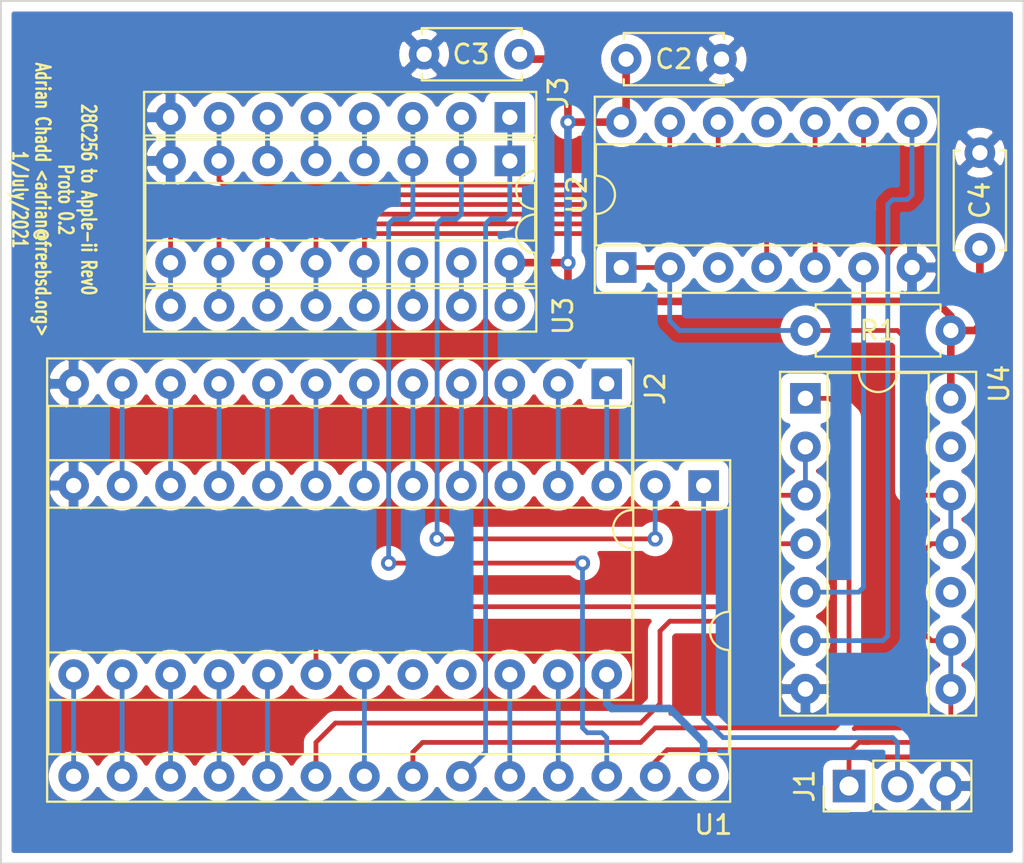
<source format=kicad_pcb>
(kicad_pcb (version 20171130) (host pcbnew 5.1.10)

  (general
    (thickness 1.6)
    (drawings 5)
    (tracks 215)
    (zones 0)
    (modules 11)
    (nets 47)
  )

  (page A4)
  (layers
    (0 F.Cu signal)
    (31 B.Cu signal)
    (32 B.Adhes user)
    (33 F.Adhes user)
    (34 B.Paste user)
    (35 F.Paste user)
    (36 B.SilkS user)
    (37 F.SilkS user)
    (38 B.Mask user)
    (39 F.Mask user)
    (40 Dwgs.User user)
    (41 Cmts.User user)
    (42 Eco1.User user)
    (43 Eco2.User user)
    (44 Edge.Cuts user)
    (45 Margin user)
    (46 B.CrtYd user)
    (47 F.CrtYd user)
    (48 B.Fab user)
    (49 F.Fab user)
  )

  (setup
    (last_trace_width 0.25)
    (trace_clearance 0.2)
    (zone_clearance 0.508)
    (zone_45_only no)
    (trace_min 0.2)
    (via_size 0.8)
    (via_drill 0.4)
    (via_min_size 0.4)
    (via_min_drill 0.3)
    (uvia_size 0.3)
    (uvia_drill 0.1)
    (uvias_allowed no)
    (uvia_min_size 0.2)
    (uvia_min_drill 0.1)
    (edge_width 0.05)
    (segment_width 0.2)
    (pcb_text_width 0.3)
    (pcb_text_size 1.5 1.5)
    (mod_edge_width 0.12)
    (mod_text_size 1 1)
    (mod_text_width 0.15)
    (pad_size 1.524 1.524)
    (pad_drill 0.762)
    (pad_to_mask_clearance 0)
    (aux_axis_origin 0 0)
    (visible_elements FFFFFF7F)
    (pcbplotparams
      (layerselection 0x010fc_ffffffff)
      (usegerberextensions false)
      (usegerberattributes true)
      (usegerberadvancedattributes true)
      (creategerberjobfile true)
      (excludeedgelayer true)
      (linewidth 0.100000)
      (plotframeref false)
      (viasonmask false)
      (mode 1)
      (useauxorigin false)
      (hpglpennumber 1)
      (hpglpenspeed 20)
      (hpglpendiameter 15.000000)
      (psnegative false)
      (psa4output false)
      (plotreference true)
      (plotvalue true)
      (plotinvisibletext false)
      (padsonsilk false)
      (subtractmaskfromsilk false)
      (outputformat 1)
      (mirror false)
      (drillshape 1)
      (scaleselection 1)
      (outputdirectory ""))
  )

  (net 0 "")
  (net 1 VCC)
  (net 2 GND)
  (net 3 A14)
  (net 4 A7)
  (net 5 D3)
  (net 6 A8)
  (net 7 D4)
  (net 8 A5)
  (net 9 D5)
  (net 10 A4)
  (net 11 D6)
  (net 12 A3)
  (net 13 D7)
  (net 14 A2)
  (net 15 A_PD)
  (net 16 A1)
  (net 17 A10)
  (net 18 A0)
  (net 19 A_N_CS)
  (net 20 D0)
  (net 21 "Net-(J2-Pad21)")
  (net 22 D1)
  (net 23 A9)
  (net 24 D2)
  (net 25 A11)
  (net 26 A_SEL_6)
  (net 27 A12)
  (net 28 A_SEL_5)
  (net 29 A13)
  (net 30 A_SEL_4)
  (net 31 A_CLK0)
  (net 32 A_SEL_3)
  (net 33 A_CLK1)
  (net 34 A_SEL_2)
  (net 35 E3)
  (net 36 A_SEL_1)
  (net 37 A_SEL_7)
  (net 38 A_SEL_0)
  (net 39 A6)
  (net 40 N_CS)
  (net 41 N_OE)
  (net 42 SOFT_5)
  (net 43 "Net-(U2-Pad8)")
  (net 44 "Net-(U2-Pad6)")
  (net 45 "Net-(U4-Pad13)")
  (net 46 "Net-(U4-Pad10)")

  (net_class Default "This is the default net class."
    (clearance 0.2)
    (trace_width 0.25)
    (via_dia 0.8)
    (via_drill 0.4)
    (uvia_dia 0.3)
    (uvia_drill 0.1)
    (add_net A0)
    (add_net A1)
    (add_net A10)
    (add_net A11)
    (add_net A12)
    (add_net A13)
    (add_net A14)
    (add_net A2)
    (add_net A3)
    (add_net A4)
    (add_net A5)
    (add_net A6)
    (add_net A7)
    (add_net A8)
    (add_net A9)
    (add_net A_CLK0)
    (add_net A_CLK1)
    (add_net A_N_CS)
    (add_net A_PD)
    (add_net A_SEL_0)
    (add_net A_SEL_1)
    (add_net A_SEL_2)
    (add_net A_SEL_3)
    (add_net A_SEL_4)
    (add_net A_SEL_5)
    (add_net A_SEL_6)
    (add_net A_SEL_7)
    (add_net D0)
    (add_net D1)
    (add_net D2)
    (add_net D3)
    (add_net D4)
    (add_net D5)
    (add_net D6)
    (add_net D7)
    (add_net E3)
    (add_net GND)
    (add_net N_CS)
    (add_net N_OE)
    (add_net "Net-(J2-Pad21)")
    (add_net "Net-(U2-Pad6)")
    (add_net "Net-(U2-Pad8)")
    (add_net "Net-(U4-Pad10)")
    (add_net "Net-(U4-Pad13)")
    (add_net SOFT_5)
    (add_net VCC)
  )

  (module Connector_PinHeader_2.54mm:PinHeader_1x03_P2.54mm_Vertical (layer F.Cu) (tedit 59FED5CC) (tstamp 60DFF267)
    (at 56.642 53.34 90)
    (descr "Through hole straight pin header, 1x03, 2.54mm pitch, single row")
    (tags "Through hole pin header THT 1x03 2.54mm single row")
    (path /60C867CB)
    (fp_text reference J1 (at 0 -2.33 90) (layer F.SilkS)
      (effects (font (size 1 1) (thickness 0.15)))
    )
    (fp_text value ROMSEL (at 0 7.41 90) (layer F.Fab)
      (effects (font (size 1 1) (thickness 0.15)))
    )
    (fp_line (start -0.635 -1.27) (end 1.27 -1.27) (layer F.Fab) (width 0.1))
    (fp_line (start 1.27 -1.27) (end 1.27 6.35) (layer F.Fab) (width 0.1))
    (fp_line (start 1.27 6.35) (end -1.27 6.35) (layer F.Fab) (width 0.1))
    (fp_line (start -1.27 6.35) (end -1.27 -0.635) (layer F.Fab) (width 0.1))
    (fp_line (start -1.27 -0.635) (end -0.635 -1.27) (layer F.Fab) (width 0.1))
    (fp_line (start -1.33 6.41) (end 1.33 6.41) (layer F.SilkS) (width 0.12))
    (fp_line (start -1.33 1.27) (end -1.33 6.41) (layer F.SilkS) (width 0.12))
    (fp_line (start 1.33 1.27) (end 1.33 6.41) (layer F.SilkS) (width 0.12))
    (fp_line (start -1.33 1.27) (end 1.33 1.27) (layer F.SilkS) (width 0.12))
    (fp_line (start -1.33 0) (end -1.33 -1.33) (layer F.SilkS) (width 0.12))
    (fp_line (start -1.33 -1.33) (end 0 -1.33) (layer F.SilkS) (width 0.12))
    (fp_line (start -1.8 -1.8) (end -1.8 6.85) (layer F.CrtYd) (width 0.05))
    (fp_line (start -1.8 6.85) (end 1.8 6.85) (layer F.CrtYd) (width 0.05))
    (fp_line (start 1.8 6.85) (end 1.8 -1.8) (layer F.CrtYd) (width 0.05))
    (fp_line (start 1.8 -1.8) (end -1.8 -1.8) (layer F.CrtYd) (width 0.05))
    (fp_text user %R (at 0 2.54) (layer F.Fab)
      (effects (font (size 1 1) (thickness 0.15)))
    )
    (pad 1 thru_hole rect (at 0 0 90) (size 1.7 1.7) (drill 1) (layers *.Cu *.Mask)
      (net 42 SOFT_5))
    (pad 2 thru_hole oval (at 0 2.54 90) (size 1.7 1.7) (drill 1) (layers *.Cu *.Mask)
      (net 3 A14))
    (pad 3 thru_hole oval (at 0 5.08 90) (size 1.7 1.7) (drill 1) (layers *.Cu *.Mask)
      (net 2 GND))
    (model ${KISYS3DMOD}/Connector_PinHeader_2.54mm.3dshapes/PinHeader_1x03_P2.54mm_Vertical.wrl
      (at (xyz 0 0 0))
      (scale (xyz 1 1 1))
      (rotate (xyz 0 0 0))
    )
  )

  (module Package_DIP:DIP-24_W15.24mm_Socket (layer F.Cu) (tedit 5A02E8C5) (tstamp 60DFE0D1)
    (at 43.942 32.258 270)
    (descr "24-lead though-hole mounted DIP package, row spacing 15.24 mm (600 mils), Socket")
    (tags "THT DIP DIL PDIP 2.54mm 15.24mm 600mil Socket")
    (path /60C5D00B)
    (fp_text reference J2 (at 0.254 -2.54 90) (layer F.SilkS)
      (effects (font (size 1 1) (thickness 0.15)))
    )
    (fp_text value "9316 insert" (at 7.62 30.27 90) (layer F.Fab)
      (effects (font (size 1 1) (thickness 0.15)))
    )
    (fp_line (start 1.255 -1.27) (end 14.985 -1.27) (layer F.Fab) (width 0.1))
    (fp_line (start 14.985 -1.27) (end 14.985 29.21) (layer F.Fab) (width 0.1))
    (fp_line (start 14.985 29.21) (end 0.255 29.21) (layer F.Fab) (width 0.1))
    (fp_line (start 0.255 29.21) (end 0.255 -0.27) (layer F.Fab) (width 0.1))
    (fp_line (start 0.255 -0.27) (end 1.255 -1.27) (layer F.Fab) (width 0.1))
    (fp_line (start -1.27 -1.33) (end -1.27 29.27) (layer F.Fab) (width 0.1))
    (fp_line (start -1.27 29.27) (end 16.51 29.27) (layer F.Fab) (width 0.1))
    (fp_line (start 16.51 29.27) (end 16.51 -1.33) (layer F.Fab) (width 0.1))
    (fp_line (start 16.51 -1.33) (end -1.27 -1.33) (layer F.Fab) (width 0.1))
    (fp_line (start 6.62 -1.33) (end 1.16 -1.33) (layer F.SilkS) (width 0.12))
    (fp_line (start 1.16 -1.33) (end 1.16 29.27) (layer F.SilkS) (width 0.12))
    (fp_line (start 1.16 29.27) (end 14.08 29.27) (layer F.SilkS) (width 0.12))
    (fp_line (start 14.08 29.27) (end 14.08 -1.33) (layer F.SilkS) (width 0.12))
    (fp_line (start 14.08 -1.33) (end 8.62 -1.33) (layer F.SilkS) (width 0.12))
    (fp_line (start -1.33 -1.39) (end -1.33 29.33) (layer F.SilkS) (width 0.12))
    (fp_line (start -1.33 29.33) (end 16.57 29.33) (layer F.SilkS) (width 0.12))
    (fp_line (start 16.57 29.33) (end 16.57 -1.39) (layer F.SilkS) (width 0.12))
    (fp_line (start 16.57 -1.39) (end -1.33 -1.39) (layer F.SilkS) (width 0.12))
    (fp_line (start -1.55 -1.6) (end -1.55 29.55) (layer F.CrtYd) (width 0.05))
    (fp_line (start -1.55 29.55) (end 16.8 29.55) (layer F.CrtYd) (width 0.05))
    (fp_line (start 16.8 29.55) (end 16.8 -1.6) (layer F.CrtYd) (width 0.05))
    (fp_line (start 16.8 -1.6) (end -1.55 -1.6) (layer F.CrtYd) (width 0.05))
    (fp_arc (start 7.62 -1.33) (end 6.62 -1.33) (angle -180) (layer F.SilkS) (width 0.12))
    (fp_text user %R (at 7.62 13.97 90) (layer F.Fab)
      (effects (font (size 1 1) (thickness 0.15)))
    )
    (pad 1 thru_hole rect (at 0 0 270) (size 1.6 1.6) (drill 0.8) (layers *.Cu *.Mask)
      (net 4 A7))
    (pad 13 thru_hole oval (at 15.24 27.94 270) (size 1.6 1.6) (drill 0.8) (layers *.Cu *.Mask)
      (net 5 D3))
    (pad 2 thru_hole oval (at 0 2.54 270) (size 1.6 1.6) (drill 0.8) (layers *.Cu *.Mask)
      (net 39 A6))
    (pad 14 thru_hole oval (at 15.24 25.4 270) (size 1.6 1.6) (drill 0.8) (layers *.Cu *.Mask)
      (net 7 D4))
    (pad 3 thru_hole oval (at 0 5.08 270) (size 1.6 1.6) (drill 0.8) (layers *.Cu *.Mask)
      (net 8 A5))
    (pad 15 thru_hole oval (at 15.24 22.86 270) (size 1.6 1.6) (drill 0.8) (layers *.Cu *.Mask)
      (net 9 D5))
    (pad 4 thru_hole oval (at 0 7.62 270) (size 1.6 1.6) (drill 0.8) (layers *.Cu *.Mask)
      (net 10 A4))
    (pad 16 thru_hole oval (at 15.24 20.32 270) (size 1.6 1.6) (drill 0.8) (layers *.Cu *.Mask)
      (net 11 D6))
    (pad 5 thru_hole oval (at 0 10.16 270) (size 1.6 1.6) (drill 0.8) (layers *.Cu *.Mask)
      (net 12 A3))
    (pad 17 thru_hole oval (at 15.24 17.78 270) (size 1.6 1.6) (drill 0.8) (layers *.Cu *.Mask)
      (net 13 D7))
    (pad 6 thru_hole oval (at 0 12.7 270) (size 1.6 1.6) (drill 0.8) (layers *.Cu *.Mask)
      (net 14 A2))
    (pad 18 thru_hole oval (at 15.24 15.24 270) (size 1.6 1.6) (drill 0.8) (layers *.Cu *.Mask)
      (net 15 A_PD))
    (pad 7 thru_hole oval (at 0 15.24 270) (size 1.6 1.6) (drill 0.8) (layers *.Cu *.Mask)
      (net 16 A1))
    (pad 19 thru_hole oval (at 15.24 12.7 270) (size 1.6 1.6) (drill 0.8) (layers *.Cu *.Mask)
      (net 17 A10))
    (pad 8 thru_hole oval (at 0 17.78 270) (size 1.6 1.6) (drill 0.8) (layers *.Cu *.Mask)
      (net 18 A0))
    (pad 20 thru_hole oval (at 15.24 10.16 270) (size 1.6 1.6) (drill 0.8) (layers *.Cu *.Mask)
      (net 19 A_N_CS))
    (pad 9 thru_hole oval (at 0 20.32 270) (size 1.6 1.6) (drill 0.8) (layers *.Cu *.Mask)
      (net 20 D0))
    (pad 21 thru_hole oval (at 15.24 7.62 270) (size 1.6 1.6) (drill 0.8) (layers *.Cu *.Mask)
      (net 21 "Net-(J2-Pad21)"))
    (pad 10 thru_hole oval (at 0 22.86 270) (size 1.6 1.6) (drill 0.8) (layers *.Cu *.Mask)
      (net 22 D1))
    (pad 22 thru_hole oval (at 15.24 5.08 270) (size 1.6 1.6) (drill 0.8) (layers *.Cu *.Mask)
      (net 23 A9))
    (pad 11 thru_hole oval (at 0 25.4 270) (size 1.6 1.6) (drill 0.8) (layers *.Cu *.Mask)
      (net 24 D2))
    (pad 23 thru_hole oval (at 15.24 2.54 270) (size 1.6 1.6) (drill 0.8) (layers *.Cu *.Mask)
      (net 6 A8))
    (pad 12 thru_hole oval (at 0 27.94 270) (size 1.6 1.6) (drill 0.8) (layers *.Cu *.Mask)
      (net 2 GND))
    (pad 24 thru_hole oval (at 15.24 0 270) (size 1.6 1.6) (drill 0.8) (layers *.Cu *.Mask)
      (net 1 VCC))
    (model ${KISYS3DMOD}/Package_DIP.3dshapes/DIP-24_W15.24mm_Socket.wrl
      (at (xyz 0 0 0))
      (scale (xyz 1 1 1))
      (rotate (xyz 0 0 0))
    )
  )

  (module Package_DIP:DIP-16_W7.62mm_Socket (layer F.Cu) (tedit 5A02E8C5) (tstamp 60DFE048)
    (at 38.862 18.288 270)
    (descr "16-lead though-hole mounted DIP package, row spacing 7.62 mm (300 mils), Socket")
    (tags "THT DIP DIL PDIP 2.54mm 7.62mm 300mil Socket")
    (path /60C5A66B)
    (fp_text reference J3 (at -1.27 -2.54 90) (layer F.SilkS)
      (effects (font (size 1 1) (thickness 0.15)))
    )
    (fp_text value "74LS138 insert" (at 3.81 20.11 90) (layer F.Fab)
      (effects (font (size 1 1) (thickness 0.15)))
    )
    (fp_line (start 1.635 -1.27) (end 6.985 -1.27) (layer F.Fab) (width 0.1))
    (fp_line (start 6.985 -1.27) (end 6.985 19.05) (layer F.Fab) (width 0.1))
    (fp_line (start 6.985 19.05) (end 0.635 19.05) (layer F.Fab) (width 0.1))
    (fp_line (start 0.635 19.05) (end 0.635 -0.27) (layer F.Fab) (width 0.1))
    (fp_line (start 0.635 -0.27) (end 1.635 -1.27) (layer F.Fab) (width 0.1))
    (fp_line (start -1.27 -1.33) (end -1.27 19.11) (layer F.Fab) (width 0.1))
    (fp_line (start -1.27 19.11) (end 8.89 19.11) (layer F.Fab) (width 0.1))
    (fp_line (start 8.89 19.11) (end 8.89 -1.33) (layer F.Fab) (width 0.1))
    (fp_line (start 8.89 -1.33) (end -1.27 -1.33) (layer F.Fab) (width 0.1))
    (fp_line (start 2.81 -1.33) (end 1.16 -1.33) (layer F.SilkS) (width 0.12))
    (fp_line (start 1.16 -1.33) (end 1.16 19.11) (layer F.SilkS) (width 0.12))
    (fp_line (start 1.16 19.11) (end 6.46 19.11) (layer F.SilkS) (width 0.12))
    (fp_line (start 6.46 19.11) (end 6.46 -1.33) (layer F.SilkS) (width 0.12))
    (fp_line (start 6.46 -1.33) (end 4.81 -1.33) (layer F.SilkS) (width 0.12))
    (fp_line (start -1.33 -1.39) (end -1.33 19.17) (layer F.SilkS) (width 0.12))
    (fp_line (start -1.33 19.17) (end 8.95 19.17) (layer F.SilkS) (width 0.12))
    (fp_line (start 8.95 19.17) (end 8.95 -1.39) (layer F.SilkS) (width 0.12))
    (fp_line (start 8.95 -1.39) (end -1.33 -1.39) (layer F.SilkS) (width 0.12))
    (fp_line (start -1.55 -1.6) (end -1.55 19.4) (layer F.CrtYd) (width 0.05))
    (fp_line (start -1.55 19.4) (end 9.15 19.4) (layer F.CrtYd) (width 0.05))
    (fp_line (start 9.15 19.4) (end 9.15 -1.6) (layer F.CrtYd) (width 0.05))
    (fp_line (start 9.15 -1.6) (end -1.55 -1.6) (layer F.CrtYd) (width 0.05))
    (fp_arc (start 3.81 -1.33) (end 2.81 -1.33) (angle -180) (layer F.SilkS) (width 0.12))
    (fp_text user %R (at 3.81 8.89 90) (layer F.Fab)
      (effects (font (size 1 1) (thickness 0.15)))
    )
    (pad 1 thru_hole rect (at 0 0 270) (size 1.6 1.6) (drill 0.8) (layers *.Cu *.Mask)
      (net 25 A11))
    (pad 9 thru_hole oval (at 7.62 17.78 270) (size 1.6 1.6) (drill 0.8) (layers *.Cu *.Mask)
      (net 26 A_SEL_6))
    (pad 2 thru_hole oval (at 0 2.54 270) (size 1.6 1.6) (drill 0.8) (layers *.Cu *.Mask)
      (net 27 A12))
    (pad 10 thru_hole oval (at 7.62 15.24 270) (size 1.6 1.6) (drill 0.8) (layers *.Cu *.Mask)
      (net 28 A_SEL_5))
    (pad 3 thru_hole oval (at 0 5.08 270) (size 1.6 1.6) (drill 0.8) (layers *.Cu *.Mask)
      (net 29 A13))
    (pad 11 thru_hole oval (at 7.62 12.7 270) (size 1.6 1.6) (drill 0.8) (layers *.Cu *.Mask)
      (net 30 A_SEL_4))
    (pad 4 thru_hole oval (at 0 7.62 270) (size 1.6 1.6) (drill 0.8) (layers *.Cu *.Mask)
      (net 31 A_CLK0))
    (pad 12 thru_hole oval (at 7.62 10.16 270) (size 1.6 1.6) (drill 0.8) (layers *.Cu *.Mask)
      (net 32 A_SEL_3))
    (pad 5 thru_hole oval (at 0 10.16 270) (size 1.6 1.6) (drill 0.8) (layers *.Cu *.Mask)
      (net 33 A_CLK1))
    (pad 13 thru_hole oval (at 7.62 7.62 270) (size 1.6 1.6) (drill 0.8) (layers *.Cu *.Mask)
      (net 34 A_SEL_2))
    (pad 6 thru_hole oval (at 0 12.7 270) (size 1.6 1.6) (drill 0.8) (layers *.Cu *.Mask)
      (net 35 E3))
    (pad 14 thru_hole oval (at 7.62 5.08 270) (size 1.6 1.6) (drill 0.8) (layers *.Cu *.Mask)
      (net 36 A_SEL_1))
    (pad 7 thru_hole oval (at 0 15.24 270) (size 1.6 1.6) (drill 0.8) (layers *.Cu *.Mask)
      (net 37 A_SEL_7))
    (pad 15 thru_hole oval (at 7.62 2.54 270) (size 1.6 1.6) (drill 0.8) (layers *.Cu *.Mask)
      (net 38 A_SEL_0))
    (pad 8 thru_hole oval (at 0 17.78 270) (size 1.6 1.6) (drill 0.8) (layers *.Cu *.Mask)
      (net 2 GND))
    (pad 16 thru_hole oval (at 7.62 0 270) (size 1.6 1.6) (drill 0.8) (layers *.Cu *.Mask)
      (net 1 VCC))
    (model ${KISYS3DMOD}/Package_DIP.3dshapes/DIP-16_W7.62mm_Socket.wrl
      (at (xyz 0 0 0))
      (scale (xyz 1 1 1))
      (rotate (xyz 0 0 0))
    )
  )

  (module Package_DIP:DIP-28_W15.24mm_Socket (layer F.Cu) (tedit 5A02E8C5) (tstamp 60DFDFAF)
    (at 49.022 37.592 270)
    (descr "28-lead though-hole mounted DIP package, row spacing 15.24 mm (600 mils), Socket")
    (tags "THT DIP DIL PDIP 2.54mm 15.24mm 600mil Socket")
    (path /60C42442)
    (fp_text reference U1 (at 17.78 -0.508 180) (layer F.SilkS)
      (effects (font (size 1 1) (thickness 0.15)))
    )
    (fp_text value 28C256 (at 17.78 31.75 180) (layer F.Fab)
      (effects (font (size 1 1) (thickness 0.15)))
    )
    (fp_line (start 1.255 -1.27) (end 14.985 -1.27) (layer F.Fab) (width 0.1))
    (fp_line (start 14.985 -1.27) (end 14.985 34.29) (layer F.Fab) (width 0.1))
    (fp_line (start 14.985 34.29) (end 0.255 34.29) (layer F.Fab) (width 0.1))
    (fp_line (start 0.255 34.29) (end 0.255 -0.27) (layer F.Fab) (width 0.1))
    (fp_line (start 0.255 -0.27) (end 1.255 -1.27) (layer F.Fab) (width 0.1))
    (fp_line (start -1.27 -1.33) (end -1.27 34.35) (layer F.Fab) (width 0.1))
    (fp_line (start -1.27 34.35) (end 16.51 34.35) (layer F.Fab) (width 0.1))
    (fp_line (start 16.51 34.35) (end 16.51 -1.33) (layer F.Fab) (width 0.1))
    (fp_line (start 16.51 -1.33) (end -1.27 -1.33) (layer F.Fab) (width 0.1))
    (fp_line (start 6.62 -1.33) (end 1.16 -1.33) (layer F.SilkS) (width 0.12))
    (fp_line (start 1.16 -1.33) (end 1.16 34.35) (layer F.SilkS) (width 0.12))
    (fp_line (start 1.16 34.35) (end 14.08 34.35) (layer F.SilkS) (width 0.12))
    (fp_line (start 14.08 34.35) (end 14.08 -1.33) (layer F.SilkS) (width 0.12))
    (fp_line (start 14.08 -1.33) (end 8.62 -1.33) (layer F.SilkS) (width 0.12))
    (fp_line (start -1.33 -1.39) (end -1.33 34.41) (layer F.SilkS) (width 0.12))
    (fp_line (start -1.33 34.41) (end 16.57 34.41) (layer F.SilkS) (width 0.12))
    (fp_line (start 16.57 34.41) (end 16.57 -1.39) (layer F.SilkS) (width 0.12))
    (fp_line (start 16.57 -1.39) (end -1.33 -1.39) (layer F.SilkS) (width 0.12))
    (fp_line (start -1.55 -1.6) (end -1.55 34.65) (layer F.CrtYd) (width 0.05))
    (fp_line (start -1.55 34.65) (end 16.8 34.65) (layer F.CrtYd) (width 0.05))
    (fp_line (start 16.8 34.65) (end 16.8 -1.6) (layer F.CrtYd) (width 0.05))
    (fp_line (start 16.8 -1.6) (end -1.55 -1.6) (layer F.CrtYd) (width 0.05))
    (fp_arc (start 7.62 -1.33) (end 6.62 -1.33) (angle -180) (layer F.SilkS) (width 0.12))
    (fp_text user %R (at 7.62 16.51 90) (layer F.Fab)
      (effects (font (size 1 1) (thickness 0.15)))
    )
    (pad 1 thru_hole rect (at 0 0 270) (size 1.6 1.6) (drill 0.8) (layers *.Cu *.Mask)
      (net 3 A14))
    (pad 15 thru_hole oval (at 15.24 33.02 270) (size 1.6 1.6) (drill 0.8) (layers *.Cu *.Mask)
      (net 5 D3))
    (pad 2 thru_hole oval (at 0 2.54 270) (size 1.6 1.6) (drill 0.8) (layers *.Cu *.Mask)
      (net 27 A12))
    (pad 16 thru_hole oval (at 15.24 30.48 270) (size 1.6 1.6) (drill 0.8) (layers *.Cu *.Mask)
      (net 7 D4))
    (pad 3 thru_hole oval (at 0 5.08 270) (size 1.6 1.6) (drill 0.8) (layers *.Cu *.Mask)
      (net 4 A7))
    (pad 17 thru_hole oval (at 15.24 27.94 270) (size 1.6 1.6) (drill 0.8) (layers *.Cu *.Mask)
      (net 9 D5))
    (pad 4 thru_hole oval (at 0 7.62 270) (size 1.6 1.6) (drill 0.8) (layers *.Cu *.Mask)
      (net 39 A6))
    (pad 18 thru_hole oval (at 15.24 25.4 270) (size 1.6 1.6) (drill 0.8) (layers *.Cu *.Mask)
      (net 11 D6))
    (pad 5 thru_hole oval (at 0 10.16 270) (size 1.6 1.6) (drill 0.8) (layers *.Cu *.Mask)
      (net 8 A5))
    (pad 19 thru_hole oval (at 15.24 22.86 270) (size 1.6 1.6) (drill 0.8) (layers *.Cu *.Mask)
      (net 13 D7))
    (pad 6 thru_hole oval (at 0 12.7 270) (size 1.6 1.6) (drill 0.8) (layers *.Cu *.Mask)
      (net 10 A4))
    (pad 20 thru_hole oval (at 15.24 20.32 270) (size 1.6 1.6) (drill 0.8) (layers *.Cu *.Mask)
      (net 40 N_CS))
    (pad 7 thru_hole oval (at 0 15.24 270) (size 1.6 1.6) (drill 0.8) (layers *.Cu *.Mask)
      (net 12 A3))
    (pad 21 thru_hole oval (at 15.24 17.78 270) (size 1.6 1.6) (drill 0.8) (layers *.Cu *.Mask)
      (net 17 A10))
    (pad 8 thru_hole oval (at 0 17.78 270) (size 1.6 1.6) (drill 0.8) (layers *.Cu *.Mask)
      (net 14 A2))
    (pad 22 thru_hole oval (at 15.24 15.24 270) (size 1.6 1.6) (drill 0.8) (layers *.Cu *.Mask)
      (net 41 N_OE))
    (pad 9 thru_hole oval (at 0 20.32 270) (size 1.6 1.6) (drill 0.8) (layers *.Cu *.Mask)
      (net 16 A1))
    (pad 23 thru_hole oval (at 15.24 12.7 270) (size 1.6 1.6) (drill 0.8) (layers *.Cu *.Mask)
      (net 25 A11))
    (pad 10 thru_hole oval (at 0 22.86 270) (size 1.6 1.6) (drill 0.8) (layers *.Cu *.Mask)
      (net 18 A0))
    (pad 24 thru_hole oval (at 15.24 10.16 270) (size 1.6 1.6) (drill 0.8) (layers *.Cu *.Mask)
      (net 23 A9))
    (pad 11 thru_hole oval (at 0 25.4 270) (size 1.6 1.6) (drill 0.8) (layers *.Cu *.Mask)
      (net 20 D0))
    (pad 25 thru_hole oval (at 15.24 7.62 270) (size 1.6 1.6) (drill 0.8) (layers *.Cu *.Mask)
      (net 6 A8))
    (pad 12 thru_hole oval (at 0 27.94 270) (size 1.6 1.6) (drill 0.8) (layers *.Cu *.Mask)
      (net 22 D1))
    (pad 26 thru_hole oval (at 15.24 5.08 270) (size 1.6 1.6) (drill 0.8) (layers *.Cu *.Mask)
      (net 29 A13))
    (pad 13 thru_hole oval (at 0 30.48 270) (size 1.6 1.6) (drill 0.8) (layers *.Cu *.Mask)
      (net 24 D2))
    (pad 27 thru_hole oval (at 15.24 2.54 270) (size 1.6 1.6) (drill 0.8) (layers *.Cu *.Mask)
      (net 42 SOFT_5))
    (pad 14 thru_hole oval (at 0 33.02 270) (size 1.6 1.6) (drill 0.8) (layers *.Cu *.Mask)
      (net 2 GND))
    (pad 28 thru_hole oval (at 15.24 0 270) (size 1.6 1.6) (drill 0.8) (layers *.Cu *.Mask)
      (net 1 VCC))
    (model ${KISYS3DMOD}/Package_DIP.3dshapes/DIP-28_W15.24mm_Socket.wrl
      (at (xyz 0 0 0))
      (scale (xyz 1 1 1))
      (rotate (xyz 0 0 0))
    )
  )

  (module Package_DIP:DIP-16_W7.62mm_Socket (layer F.Cu) (tedit 5A02E8C5) (tstamp 60DFDF22)
    (at 38.862 20.574 270)
    (descr "16-lead though-hole mounted DIP package, row spacing 7.62 mm (300 mils), Socket")
    (tags "THT DIP DIL PDIP 2.54mm 7.62mm 300mil Socket")
    (path /60CBA99F)
    (fp_text reference U3 (at 8.128 -2.794 90) (layer F.SilkS)
      (effects (font (size 1 1) (thickness 0.15)))
    )
    (fp_text value 74LS138 (at -4.826 16.002 180) (layer F.Fab)
      (effects (font (size 1 1) (thickness 0.15)))
    )
    (fp_line (start 9.15 -1.6) (end -1.55 -1.6) (layer F.CrtYd) (width 0.05))
    (fp_line (start 9.15 19.4) (end 9.15 -1.6) (layer F.CrtYd) (width 0.05))
    (fp_line (start -1.55 19.4) (end 9.15 19.4) (layer F.CrtYd) (width 0.05))
    (fp_line (start -1.55 -1.6) (end -1.55 19.4) (layer F.CrtYd) (width 0.05))
    (fp_line (start 8.95 -1.39) (end -1.33 -1.39) (layer F.SilkS) (width 0.12))
    (fp_line (start 8.95 19.17) (end 8.95 -1.39) (layer F.SilkS) (width 0.12))
    (fp_line (start -1.33 19.17) (end 8.95 19.17) (layer F.SilkS) (width 0.12))
    (fp_line (start -1.33 -1.39) (end -1.33 19.17) (layer F.SilkS) (width 0.12))
    (fp_line (start 6.46 -1.33) (end 4.81 -1.33) (layer F.SilkS) (width 0.12))
    (fp_line (start 6.46 19.11) (end 6.46 -1.33) (layer F.SilkS) (width 0.12))
    (fp_line (start 1.16 19.11) (end 6.46 19.11) (layer F.SilkS) (width 0.12))
    (fp_line (start 1.16 -1.33) (end 1.16 19.11) (layer F.SilkS) (width 0.12))
    (fp_line (start 2.81 -1.33) (end 1.16 -1.33) (layer F.SilkS) (width 0.12))
    (fp_line (start 8.89 -1.33) (end -1.27 -1.33) (layer F.Fab) (width 0.1))
    (fp_line (start 8.89 19.11) (end 8.89 -1.33) (layer F.Fab) (width 0.1))
    (fp_line (start -1.27 19.11) (end 8.89 19.11) (layer F.Fab) (width 0.1))
    (fp_line (start -1.27 -1.33) (end -1.27 19.11) (layer F.Fab) (width 0.1))
    (fp_line (start 0.635 -0.27) (end 1.635 -1.27) (layer F.Fab) (width 0.1))
    (fp_line (start 0.635 19.05) (end 0.635 -0.27) (layer F.Fab) (width 0.1))
    (fp_line (start 6.985 19.05) (end 0.635 19.05) (layer F.Fab) (width 0.1))
    (fp_line (start 6.985 -1.27) (end 6.985 19.05) (layer F.Fab) (width 0.1))
    (fp_line (start 1.635 -1.27) (end 6.985 -1.27) (layer F.Fab) (width 0.1))
    (fp_text user %R (at 3.81 8.89 90) (layer F.Fab)
      (effects (font (size 1 1) (thickness 0.15)))
    )
    (fp_arc (start 3.81 -1.33) (end 2.81 -1.33) (angle -180) (layer F.SilkS) (width 0.12))
    (pad 16 thru_hole oval (at 7.62 0 270) (size 1.6 1.6) (drill 0.8) (layers *.Cu *.Mask)
      (net 1 VCC))
    (pad 8 thru_hole oval (at 0 17.78 270) (size 1.6 1.6) (drill 0.8) (layers *.Cu *.Mask)
      (net 2 GND))
    (pad 15 thru_hole oval (at 7.62 2.54 270) (size 1.6 1.6) (drill 0.8) (layers *.Cu *.Mask)
      (net 38 A_SEL_0))
    (pad 7 thru_hole oval (at 0 15.24 270) (size 1.6 1.6) (drill 0.8) (layers *.Cu *.Mask)
      (net 37 A_SEL_7))
    (pad 14 thru_hole oval (at 7.62 5.08 270) (size 1.6 1.6) (drill 0.8) (layers *.Cu *.Mask)
      (net 36 A_SEL_1))
    (pad 6 thru_hole oval (at 0 12.7 270) (size 1.6 1.6) (drill 0.8) (layers *.Cu *.Mask)
      (net 35 E3))
    (pad 13 thru_hole oval (at 7.62 7.62 270) (size 1.6 1.6) (drill 0.8) (layers *.Cu *.Mask)
      (net 34 A_SEL_2))
    (pad 5 thru_hole oval (at 0 10.16 270) (size 1.6 1.6) (drill 0.8) (layers *.Cu *.Mask)
      (net 33 A_CLK1))
    (pad 12 thru_hole oval (at 7.62 10.16 270) (size 1.6 1.6) (drill 0.8) (layers *.Cu *.Mask)
      (net 32 A_SEL_3))
    (pad 4 thru_hole oval (at 0 7.62 270) (size 1.6 1.6) (drill 0.8) (layers *.Cu *.Mask)
      (net 31 A_CLK0))
    (pad 11 thru_hole oval (at 7.62 12.7 270) (size 1.6 1.6) (drill 0.8) (layers *.Cu *.Mask)
      (net 30 A_SEL_4))
    (pad 3 thru_hole oval (at 0 5.08 270) (size 1.6 1.6) (drill 0.8) (layers *.Cu *.Mask)
      (net 29 A13))
    (pad 10 thru_hole oval (at 7.62 15.24 270) (size 1.6 1.6) (drill 0.8) (layers *.Cu *.Mask)
      (net 28 A_SEL_5))
    (pad 2 thru_hole oval (at 0 2.54 270) (size 1.6 1.6) (drill 0.8) (layers *.Cu *.Mask)
      (net 27 A12))
    (pad 9 thru_hole oval (at 7.62 17.78 270) (size 1.6 1.6) (drill 0.8) (layers *.Cu *.Mask)
      (net 26 A_SEL_6))
    (pad 1 thru_hole rect (at 0 0 270) (size 1.6 1.6) (drill 0.8) (layers *.Cu *.Mask)
      (net 25 A11))
    (model ${KISYS3DMOD}/Package_DIP.3dshapes/DIP-16_W7.62mm_Socket.wrl
      (at (xyz 0 0 0))
      (scale (xyz 1 1 1))
      (rotate (xyz 0 0 0))
    )
  )

  (module Capacitor_THT:C_Disc_D5.0mm_W2.5mm_P5.00mm (layer F.Cu) (tedit 5AE50EF0) (tstamp 60DFBC2F)
    (at 44.958 15.24)
    (descr "C, Disc series, Radial, pin pitch=5.00mm, , diameter*width=5*2.5mm^2, Capacitor, http://cdn-reichelt.de/documents/datenblatt/B300/DS_KERKO_TC.pdf")
    (tags "C Disc series Radial pin pitch 5.00mm  diameter 5mm width 2.5mm Capacitor")
    (path /60D24BED)
    (fp_text reference C2 (at 2.5 0) (layer F.SilkS)
      (effects (font (size 1 1) (thickness 0.15)))
    )
    (fp_text value 0.1uF (at 8.89 -1.27) (layer F.Fab)
      (effects (font (size 1 1) (thickness 0.15)))
    )
    (fp_line (start 0 -1.25) (end 0 1.25) (layer F.Fab) (width 0.1))
    (fp_line (start 0 1.25) (end 5 1.25) (layer F.Fab) (width 0.1))
    (fp_line (start 5 1.25) (end 5 -1.25) (layer F.Fab) (width 0.1))
    (fp_line (start 5 -1.25) (end 0 -1.25) (layer F.Fab) (width 0.1))
    (fp_line (start -0.12 -1.37) (end 5.12 -1.37) (layer F.SilkS) (width 0.12))
    (fp_line (start -0.12 1.37) (end 5.12 1.37) (layer F.SilkS) (width 0.12))
    (fp_line (start -0.12 -1.37) (end -0.12 -1.055) (layer F.SilkS) (width 0.12))
    (fp_line (start -0.12 1.055) (end -0.12 1.37) (layer F.SilkS) (width 0.12))
    (fp_line (start 5.12 -1.37) (end 5.12 -1.055) (layer F.SilkS) (width 0.12))
    (fp_line (start 5.12 1.055) (end 5.12 1.37) (layer F.SilkS) (width 0.12))
    (fp_line (start -1.05 -1.5) (end -1.05 1.5) (layer F.CrtYd) (width 0.05))
    (fp_line (start -1.05 1.5) (end 6.05 1.5) (layer F.CrtYd) (width 0.05))
    (fp_line (start 6.05 1.5) (end 6.05 -1.5) (layer F.CrtYd) (width 0.05))
    (fp_line (start 6.05 -1.5) (end -1.05 -1.5) (layer F.CrtYd) (width 0.05))
    (fp_text user %R (at 2.5 0) (layer F.Fab)
      (effects (font (size 1 1) (thickness 0.15)))
    )
    (pad 2 thru_hole circle (at 5 0) (size 1.6 1.6) (drill 0.8) (layers *.Cu *.Mask)
      (net 2 GND))
    (pad 1 thru_hole circle (at 0 0) (size 1.6 1.6) (drill 0.8) (layers *.Cu *.Mask)
      (net 1 VCC))
    (model ${KISYS3DMOD}/Capacitor_THT.3dshapes/C_Disc_D5.0mm_W2.5mm_P5.00mm.wrl
      (at (xyz 0 0 0))
      (scale (xyz 1 1 1))
      (rotate (xyz 0 0 0))
    )
  )

  (module Capacitor_THT:C_Disc_D5.0mm_W2.5mm_P5.00mm (layer F.Cu) (tedit 5AE50EF0) (tstamp 60C4A74A)
    (at 39.37 14.986 180)
    (descr "C, Disc series, Radial, pin pitch=5.00mm, , diameter*width=5*2.5mm^2, Capacitor, http://cdn-reichelt.de/documents/datenblatt/B300/DS_KERKO_TC.pdf")
    (tags "C Disc series Radial pin pitch 5.00mm  diameter 5mm width 2.5mm Capacitor")
    (path /60D27A91)
    (fp_text reference C3 (at 2.54 0) (layer F.SilkS)
      (effects (font (size 1 1) (thickness 0.15)))
    )
    (fp_text value 0.1uF (at 8.636 0.254) (layer F.Fab)
      (effects (font (size 1 1) (thickness 0.15)))
    )
    (fp_line (start 6.05 -1.5) (end -1.05 -1.5) (layer F.CrtYd) (width 0.05))
    (fp_line (start 6.05 1.5) (end 6.05 -1.5) (layer F.CrtYd) (width 0.05))
    (fp_line (start -1.05 1.5) (end 6.05 1.5) (layer F.CrtYd) (width 0.05))
    (fp_line (start -1.05 -1.5) (end -1.05 1.5) (layer F.CrtYd) (width 0.05))
    (fp_line (start 5.12 1.055) (end 5.12 1.37) (layer F.SilkS) (width 0.12))
    (fp_line (start 5.12 -1.37) (end 5.12 -1.055) (layer F.SilkS) (width 0.12))
    (fp_line (start -0.12 1.055) (end -0.12 1.37) (layer F.SilkS) (width 0.12))
    (fp_line (start -0.12 -1.37) (end -0.12 -1.055) (layer F.SilkS) (width 0.12))
    (fp_line (start -0.12 1.37) (end 5.12 1.37) (layer F.SilkS) (width 0.12))
    (fp_line (start -0.12 -1.37) (end 5.12 -1.37) (layer F.SilkS) (width 0.12))
    (fp_line (start 5 -1.25) (end 0 -1.25) (layer F.Fab) (width 0.1))
    (fp_line (start 5 1.25) (end 5 -1.25) (layer F.Fab) (width 0.1))
    (fp_line (start 0 1.25) (end 5 1.25) (layer F.Fab) (width 0.1))
    (fp_line (start 0 -1.25) (end 0 1.25) (layer F.Fab) (width 0.1))
    (fp_text user %R (at 2.5 0) (layer F.Fab)
      (effects (font (size 1 1) (thickness 0.15)))
    )
    (pad 1 thru_hole circle (at 0 0 180) (size 1.6 1.6) (drill 0.8) (layers *.Cu *.Mask)
      (net 1 VCC))
    (pad 2 thru_hole circle (at 5 0 180) (size 1.6 1.6) (drill 0.8) (layers *.Cu *.Mask)
      (net 2 GND))
    (model ${KISYS3DMOD}/Capacitor_THT.3dshapes/C_Disc_D5.0mm_W2.5mm_P5.00mm.wrl
      (at (xyz 0 0 0))
      (scale (xyz 1 1 1))
      (rotate (xyz 0 0 0))
    )
  )

  (module Capacitor_THT:C_Disc_D5.0mm_W2.5mm_P5.00mm (layer F.Cu) (tedit 5AE50EF0) (tstamp 60DFF882)
    (at 63.5 25.146 90)
    (descr "C, Disc series, Radial, pin pitch=5.00mm, , diameter*width=5*2.5mm^2, Capacitor, http://cdn-reichelt.de/documents/datenblatt/B300/DS_KERKO_TC.pdf")
    (tags "C Disc series Radial pin pitch 5.00mm  diameter 5mm width 2.5mm Capacitor")
    (path /60FCB6F2)
    (fp_text reference C4 (at 2.5 0 90) (layer F.SilkS)
      (effects (font (size 1 1) (thickness 0.15)))
    )
    (fp_text value 0.1uF (at 8.636 0 90) (layer F.Fab)
      (effects (font (size 1 1) (thickness 0.15)))
    )
    (fp_line (start 6.05 -1.5) (end -1.05 -1.5) (layer F.CrtYd) (width 0.05))
    (fp_line (start 6.05 1.5) (end 6.05 -1.5) (layer F.CrtYd) (width 0.05))
    (fp_line (start -1.05 1.5) (end 6.05 1.5) (layer F.CrtYd) (width 0.05))
    (fp_line (start -1.05 -1.5) (end -1.05 1.5) (layer F.CrtYd) (width 0.05))
    (fp_line (start 5.12 1.055) (end 5.12 1.37) (layer F.SilkS) (width 0.12))
    (fp_line (start 5.12 -1.37) (end 5.12 -1.055) (layer F.SilkS) (width 0.12))
    (fp_line (start -0.12 1.055) (end -0.12 1.37) (layer F.SilkS) (width 0.12))
    (fp_line (start -0.12 -1.37) (end -0.12 -1.055) (layer F.SilkS) (width 0.12))
    (fp_line (start -0.12 1.37) (end 5.12 1.37) (layer F.SilkS) (width 0.12))
    (fp_line (start -0.12 -1.37) (end 5.12 -1.37) (layer F.SilkS) (width 0.12))
    (fp_line (start 5 -1.25) (end 0 -1.25) (layer F.Fab) (width 0.1))
    (fp_line (start 5 1.25) (end 5 -1.25) (layer F.Fab) (width 0.1))
    (fp_line (start 0 1.25) (end 5 1.25) (layer F.Fab) (width 0.1))
    (fp_line (start 0 -1.25) (end 0 1.25) (layer F.Fab) (width 0.1))
    (fp_text user %R (at 2.5 0 90) (layer F.Fab)
      (effects (font (size 1 1) (thickness 0.15)))
    )
    (pad 1 thru_hole circle (at 0 0 90) (size 1.6 1.6) (drill 0.8) (layers *.Cu *.Mask)
      (net 1 VCC))
    (pad 2 thru_hole circle (at 5 0 90) (size 1.6 1.6) (drill 0.8) (layers *.Cu *.Mask)
      (net 2 GND))
    (model ${KISYS3DMOD}/Capacitor_THT.3dshapes/C_Disc_D5.0mm_W2.5mm_P5.00mm.wrl
      (at (xyz 0 0 0))
      (scale (xyz 1 1 1))
      (rotate (xyz 0 0 0))
    )
  )

  (module Package_DIP:DIP-14_W7.62mm_Socket (layer F.Cu) (tedit 5A02E8C5) (tstamp 60DFD995)
    (at 44.704 26.162 90)
    (descr "14-lead though-hole mounted DIP package, row spacing 7.62 mm (300 mils), Socket")
    (tags "THT DIP DIL PDIP 2.54mm 7.62mm 300mil Socket")
    (path /60E4496D)
    (fp_text reference U2 (at 3.81 -2.33 90) (layer F.SilkS)
      (effects (font (size 1 1) (thickness 0.15)))
    )
    (fp_text value 74LS20 (at 10.16 12.446) (layer F.Fab)
      (effects (font (size 1 1) (thickness 0.15)))
    )
    (fp_line (start 9.15 -1.6) (end -1.55 -1.6) (layer F.CrtYd) (width 0.05))
    (fp_line (start 9.15 16.85) (end 9.15 -1.6) (layer F.CrtYd) (width 0.05))
    (fp_line (start -1.55 16.85) (end 9.15 16.85) (layer F.CrtYd) (width 0.05))
    (fp_line (start -1.55 -1.6) (end -1.55 16.85) (layer F.CrtYd) (width 0.05))
    (fp_line (start 8.95 -1.39) (end -1.33 -1.39) (layer F.SilkS) (width 0.12))
    (fp_line (start 8.95 16.63) (end 8.95 -1.39) (layer F.SilkS) (width 0.12))
    (fp_line (start -1.33 16.63) (end 8.95 16.63) (layer F.SilkS) (width 0.12))
    (fp_line (start -1.33 -1.39) (end -1.33 16.63) (layer F.SilkS) (width 0.12))
    (fp_line (start 6.46 -1.33) (end 4.81 -1.33) (layer F.SilkS) (width 0.12))
    (fp_line (start 6.46 16.57) (end 6.46 -1.33) (layer F.SilkS) (width 0.12))
    (fp_line (start 1.16 16.57) (end 6.46 16.57) (layer F.SilkS) (width 0.12))
    (fp_line (start 1.16 -1.33) (end 1.16 16.57) (layer F.SilkS) (width 0.12))
    (fp_line (start 2.81 -1.33) (end 1.16 -1.33) (layer F.SilkS) (width 0.12))
    (fp_line (start 8.89 -1.33) (end -1.27 -1.33) (layer F.Fab) (width 0.1))
    (fp_line (start 8.89 16.57) (end 8.89 -1.33) (layer F.Fab) (width 0.1))
    (fp_line (start -1.27 16.57) (end 8.89 16.57) (layer F.Fab) (width 0.1))
    (fp_line (start -1.27 -1.33) (end -1.27 16.57) (layer F.Fab) (width 0.1))
    (fp_line (start 0.635 -0.27) (end 1.635 -1.27) (layer F.Fab) (width 0.1))
    (fp_line (start 0.635 16.51) (end 0.635 -0.27) (layer F.Fab) (width 0.1))
    (fp_line (start 6.985 16.51) (end 0.635 16.51) (layer F.Fab) (width 0.1))
    (fp_line (start 6.985 -1.27) (end 6.985 16.51) (layer F.Fab) (width 0.1))
    (fp_line (start 1.635 -1.27) (end 6.985 -1.27) (layer F.Fab) (width 0.1))
    (fp_arc (start 3.81 -1.33) (end 2.81 -1.33) (angle -180) (layer F.SilkS) (width 0.12))
    (fp_text user %R (at 3.81 7.62 90) (layer F.Fab)
      (effects (font (size 1 1) (thickness 0.15)))
    )
    (pad 1 thru_hole rect (at 0 0 90) (size 1.6 1.6) (drill 0.8) (layers *.Cu *.Mask)
      (net 42 SOFT_5))
    (pad 8 thru_hole oval (at 7.62 15.24 90) (size 1.6 1.6) (drill 0.8) (layers *.Cu *.Mask)
      (net 43 "Net-(U2-Pad8)"))
    (pad 2 thru_hole oval (at 0 2.54 90) (size 1.6 1.6) (drill 0.8) (layers *.Cu *.Mask)
      (net 42 SOFT_5))
    (pad 9 thru_hole oval (at 7.62 12.7 90) (size 1.6 1.6) (drill 0.8) (layers *.Cu *.Mask)
      (net 30 A_SEL_4))
    (pad 3 thru_hole oval (at 0 5.08 90) (size 1.6 1.6) (drill 0.8) (layers *.Cu *.Mask))
    (pad 10 thru_hole oval (at 7.62 10.16 90) (size 1.6 1.6) (drill 0.8) (layers *.Cu *.Mask)
      (net 28 A_SEL_5))
    (pad 4 thru_hole oval (at 0 7.62 90) (size 1.6 1.6) (drill 0.8) (layers *.Cu *.Mask)
      (net 34 A_SEL_2))
    (pad 11 thru_hole oval (at 7.62 7.62 90) (size 1.6 1.6) (drill 0.8) (layers *.Cu *.Mask))
    (pad 5 thru_hole oval (at 0 10.16 90) (size 1.6 1.6) (drill 0.8) (layers *.Cu *.Mask)
      (net 32 A_SEL_3))
    (pad 12 thru_hole oval (at 7.62 5.08 90) (size 1.6 1.6) (drill 0.8) (layers *.Cu *.Mask)
      (net 26 A_SEL_6))
    (pad 6 thru_hole oval (at 0 12.7 90) (size 1.6 1.6) (drill 0.8) (layers *.Cu *.Mask)
      (net 44 "Net-(U2-Pad6)"))
    (pad 13 thru_hole oval (at 7.62 2.54 90) (size 1.6 1.6) (drill 0.8) (layers *.Cu *.Mask)
      (net 37 A_SEL_7))
    (pad 7 thru_hole oval (at 0 15.24 90) (size 1.6 1.6) (drill 0.8) (layers *.Cu *.Mask)
      (net 2 GND))
    (pad 14 thru_hole oval (at 7.62 0 90) (size 1.6 1.6) (drill 0.8) (layers *.Cu *.Mask)
      (net 1 VCC))
    (model ${KISYS3DMOD}/Package_DIP.3dshapes/DIP-14_W7.62mm_Socket.wrl
      (at (xyz 0 0 0))
      (scale (xyz 1 1 1))
      (rotate (xyz 0 0 0))
    )
  )

  (module Package_DIP:DIP-14_W7.62mm_Socket (layer F.Cu) (tedit 5A02E8C5) (tstamp 60DFE31A)
    (at 54.356 33.02)
    (descr "14-lead though-hole mounted DIP package, row spacing 7.62 mm (300 mils), Socket")
    (tags "THT DIP DIL PDIP 2.54mm 7.62mm 300mil Socket")
    (path /60E4CC86)
    (fp_text reference U4 (at 10.16 -0.762 90) (layer F.SilkS)
      (effects (font (size 1 1) (thickness 0.15)))
    )
    (fp_text value 74LS02 (at 3.81 17.57) (layer F.Fab)
      (effects (font (size 1 1) (thickness 0.15)))
    )
    (fp_line (start 1.635 -1.27) (end 6.985 -1.27) (layer F.Fab) (width 0.1))
    (fp_line (start 6.985 -1.27) (end 6.985 16.51) (layer F.Fab) (width 0.1))
    (fp_line (start 6.985 16.51) (end 0.635 16.51) (layer F.Fab) (width 0.1))
    (fp_line (start 0.635 16.51) (end 0.635 -0.27) (layer F.Fab) (width 0.1))
    (fp_line (start 0.635 -0.27) (end 1.635 -1.27) (layer F.Fab) (width 0.1))
    (fp_line (start -1.27 -1.33) (end -1.27 16.57) (layer F.Fab) (width 0.1))
    (fp_line (start -1.27 16.57) (end 8.89 16.57) (layer F.Fab) (width 0.1))
    (fp_line (start 8.89 16.57) (end 8.89 -1.33) (layer F.Fab) (width 0.1))
    (fp_line (start 8.89 -1.33) (end -1.27 -1.33) (layer F.Fab) (width 0.1))
    (fp_line (start 2.81 -1.33) (end 1.16 -1.33) (layer F.SilkS) (width 0.12))
    (fp_line (start 1.16 -1.33) (end 1.16 16.57) (layer F.SilkS) (width 0.12))
    (fp_line (start 1.16 16.57) (end 6.46 16.57) (layer F.SilkS) (width 0.12))
    (fp_line (start 6.46 16.57) (end 6.46 -1.33) (layer F.SilkS) (width 0.12))
    (fp_line (start 6.46 -1.33) (end 4.81 -1.33) (layer F.SilkS) (width 0.12))
    (fp_line (start -1.33 -1.39) (end -1.33 16.63) (layer F.SilkS) (width 0.12))
    (fp_line (start -1.33 16.63) (end 8.95 16.63) (layer F.SilkS) (width 0.12))
    (fp_line (start 8.95 16.63) (end 8.95 -1.39) (layer F.SilkS) (width 0.12))
    (fp_line (start 8.95 -1.39) (end -1.33 -1.39) (layer F.SilkS) (width 0.12))
    (fp_line (start -1.55 -1.6) (end -1.55 16.85) (layer F.CrtYd) (width 0.05))
    (fp_line (start -1.55 16.85) (end 9.15 16.85) (layer F.CrtYd) (width 0.05))
    (fp_line (start 9.15 16.85) (end 9.15 -1.6) (layer F.CrtYd) (width 0.05))
    (fp_line (start 9.15 -1.6) (end -1.55 -1.6) (layer F.CrtYd) (width 0.05))
    (fp_text user %R (at 3.81 7.62) (layer F.Fab)
      (effects (font (size 1 1) (thickness 0.15)))
    )
    (fp_arc (start 3.81 -1.33) (end 2.81 -1.33) (angle -180) (layer F.SilkS) (width 0.12))
    (pad 14 thru_hole oval (at 7.62 0) (size 1.6 1.6) (drill 0.8) (layers *.Cu *.Mask)
      (net 1 VCC))
    (pad 7 thru_hole oval (at 0 15.24) (size 1.6 1.6) (drill 0.8) (layers *.Cu *.Mask)
      (net 2 GND))
    (pad 13 thru_hole oval (at 7.62 2.54) (size 1.6 1.6) (drill 0.8) (layers *.Cu *.Mask)
      (net 45 "Net-(U4-Pad13)"))
    (pad 6 thru_hole oval (at 0 12.7) (size 1.6 1.6) (drill 0.8) (layers *.Cu *.Mask)
      (net 43 "Net-(U2-Pad8)"))
    (pad 12 thru_hole oval (at 7.62 5.08) (size 1.6 1.6) (drill 0.8) (layers *.Cu *.Mask)
      (net 42 SOFT_5))
    (pad 5 thru_hole oval (at 0 10.16) (size 1.6 1.6) (drill 0.8) (layers *.Cu *.Mask)
      (net 44 "Net-(U2-Pad6)"))
    (pad 11 thru_hole oval (at 7.62 7.62) (size 1.6 1.6) (drill 0.8) (layers *.Cu *.Mask)
      (net 42 SOFT_5))
    (pad 4 thru_hole oval (at 0 7.62) (size 1.6 1.6) (drill 0.8) (layers *.Cu *.Mask)
      (net 40 N_CS))
    (pad 10 thru_hole oval (at 7.62 10.16) (size 1.6 1.6) (drill 0.8) (layers *.Cu *.Mask)
      (net 46 "Net-(U4-Pad10)"))
    (pad 3 thru_hole oval (at 0 5.08) (size 1.6 1.6) (drill 0.8) (layers *.Cu *.Mask)
      (net 15 A_PD))
    (pad 9 thru_hole oval (at 7.62 12.7) (size 1.6 1.6) (drill 0.8) (layers *.Cu *.Mask)
      (net 42 SOFT_5))
    (pad 2 thru_hole oval (at 0 2.54) (size 1.6 1.6) (drill 0.8) (layers *.Cu *.Mask)
      (net 15 A_PD))
    (pad 8 thru_hole oval (at 7.62 15.24) (size 1.6 1.6) (drill 0.8) (layers *.Cu *.Mask)
      (net 42 SOFT_5))
    (pad 1 thru_hole rect (at 0 0) (size 1.6 1.6) (drill 0.8) (layers *.Cu *.Mask)
      (net 41 N_OE))
    (model ${KISYS3DMOD}/Package_DIP.3dshapes/DIP-14_W7.62mm_Socket.wrl
      (at (xyz 0 0 0))
      (scale (xyz 1 1 1))
      (rotate (xyz 0 0 0))
    )
  )

  (module Resistor_THT:R_Axial_DIN0207_L6.3mm_D2.5mm_P7.62mm_Horizontal (layer F.Cu) (tedit 5AE5139B) (tstamp 60DFF31B)
    (at 54.356 29.464)
    (descr "Resistor, Axial_DIN0207 series, Axial, Horizontal, pin pitch=7.62mm, 0.25W = 1/4W, length*diameter=6.3*2.5mm^2, http://cdn-reichelt.de/documents/datenblatt/B400/1_4W%23YAG.pdf")
    (tags "Resistor Axial_DIN0207 series Axial Horizontal pin pitch 7.62mm 0.25W = 1/4W length 6.3mm diameter 2.5mm")
    (path /60C7D20E)
    (fp_text reference R1 (at 3.81 0) (layer F.SilkS)
      (effects (font (size 1 1) (thickness 0.15)))
    )
    (fp_text value 1k (at 9.652 -0.254 90) (layer F.Fab)
      (effects (font (size 1 1) (thickness 0.15)))
    )
    (fp_line (start 8.67 -1.5) (end -1.05 -1.5) (layer F.CrtYd) (width 0.05))
    (fp_line (start 8.67 1.5) (end 8.67 -1.5) (layer F.CrtYd) (width 0.05))
    (fp_line (start -1.05 1.5) (end 8.67 1.5) (layer F.CrtYd) (width 0.05))
    (fp_line (start -1.05 -1.5) (end -1.05 1.5) (layer F.CrtYd) (width 0.05))
    (fp_line (start 7.08 1.37) (end 7.08 1.04) (layer F.SilkS) (width 0.12))
    (fp_line (start 0.54 1.37) (end 7.08 1.37) (layer F.SilkS) (width 0.12))
    (fp_line (start 0.54 1.04) (end 0.54 1.37) (layer F.SilkS) (width 0.12))
    (fp_line (start 7.08 -1.37) (end 7.08 -1.04) (layer F.SilkS) (width 0.12))
    (fp_line (start 0.54 -1.37) (end 7.08 -1.37) (layer F.SilkS) (width 0.12))
    (fp_line (start 0.54 -1.04) (end 0.54 -1.37) (layer F.SilkS) (width 0.12))
    (fp_line (start 7.62 0) (end 6.96 0) (layer F.Fab) (width 0.1))
    (fp_line (start 0 0) (end 0.66 0) (layer F.Fab) (width 0.1))
    (fp_line (start 6.96 -1.25) (end 0.66 -1.25) (layer F.Fab) (width 0.1))
    (fp_line (start 6.96 1.25) (end 6.96 -1.25) (layer F.Fab) (width 0.1))
    (fp_line (start 0.66 1.25) (end 6.96 1.25) (layer F.Fab) (width 0.1))
    (fp_line (start 0.66 -1.25) (end 0.66 1.25) (layer F.Fab) (width 0.1))
    (fp_text user %R (at 3.81 0) (layer F.Fab)
      (effects (font (size 1 1) (thickness 0.15)))
    )
    (pad 1 thru_hole circle (at 0 0) (size 1.6 1.6) (drill 0.8) (layers *.Cu *.Mask)
      (net 42 SOFT_5))
    (pad 2 thru_hole oval (at 7.62 0) (size 1.6 1.6) (drill 0.8) (layers *.Cu *.Mask)
      (net 1 VCC))
    (model ${KISYS3DMOD}/Resistor_THT.3dshapes/R_Axial_DIN0207_L6.3mm_D2.5mm_P7.62mm_Horizontal.wrl
      (at (xyz 0 0 0))
      (scale (xyz 1 1 1))
      (rotate (xyz 0 0 0))
    )
  )

  (gr_text "28C256 to Apple-ii Rev0\nProto 0.2\nAdrian Chadd <adrian@freebsd.org>\n1/July/2021\n" (at 14.986 22.606 -90) (layer F.SilkS) (tstamp 60DFDEF5)
    (effects (font (size 0.746 0.5174) (thickness 0.12935)))
  )
  (gr_line (start 65.786 12.192) (end 65.786 57.404) (layer Edge.Cuts) (width 0.1))
  (gr_line (start 12.192 12.192) (end 65.786 12.192) (layer Edge.Cuts) (width 0.1))
  (gr_line (start 12.192 57.404) (end 12.192 12.192) (layer Edge.Cuts) (width 0.1))
  (gr_line (start 65.786 57.404) (end 12.192 57.404) (layer Edge.Cuts) (width 0.1))

  (segment (start 39.116 28.448) (end 38.862 28.194) (width 0.4) (layer B.Cu) (net 1) (tstamp 60DFDEF2))
  (segment (start 44.704 18.542) (end 41.91 18.542) (width 0.4) (layer F.Cu) (net 1))
  (segment (start 41.91 18.542) (end 41.91 18.542) (width 0.4) (layer F.Cu) (net 1) (tstamp 60DFF205))
  (via (at 41.91 18.542) (size 0.8) (drill 0.4) (layers F.Cu B.Cu) (net 1))
  (segment (start 41.91 18.542) (end 41.91 25.908) (width 0.4) (layer B.Cu) (net 1))
  (segment (start 41.91 25.908) (end 41.91 25.908) (width 0.4) (layer B.Cu) (net 1) (tstamp 60DFF239))
  (via (at 41.91 25.908) (size 0.8) (drill 0.4) (layers F.Cu B.Cu) (net 1))
  (segment (start 41.91 25.908) (end 38.862 25.908) (width 0.4) (layer F.Cu) (net 1))
  (segment (start 38.862 25.908) (end 38.862 28.194) (width 0.4) (layer B.Cu) (net 1))
  (segment (start 61.976 29.464) (end 61.976 33.02) (width 0.4) (layer F.Cu) (net 1) (tstamp 60DFF8AD))
  (segment (start 61.214 27.94) (end 42.164 27.94) (width 0.4) (layer F.Cu) (net 1))
  (segment (start 41.91 27.686) (end 41.91 25.908) (width 0.4) (layer F.Cu) (net 1))
  (segment (start 42.164 27.94) (end 41.91 27.686) (width 0.4) (layer F.Cu) (net 1))
  (segment (start 43.942 47.498) (end 43.942 49.022) (width 0.4) (layer B.Cu) (net 1))
  (segment (start 43.942 49.022) (end 44.196 49.276) (width 0.4) (layer B.Cu) (net 1))
  (segment (start 49.022 52.832) (end 49.022 51.562) (width 0.4) (layer B.Cu) (net 1))
  (segment (start 49.022 51.562) (end 49.022 51.054) (width 0.4) (layer B.Cu) (net 1))
  (segment (start 49.022 51.054) (end 47.244 49.276) (width 0.4) (layer B.Cu) (net 1))
  (segment (start 44.196 49.276) (end 47.244 49.276) (width 0.4) (layer B.Cu) (net 1))
  (segment (start 63.246 29.464) (end 61.976 29.464) (width 0.4) (layer F.Cu) (net 1))
  (segment (start 63.5 29.21) (end 63.246 29.464) (width 0.4) (layer F.Cu) (net 1))
  (segment (start 63.5 25.146) (end 63.5 29.21) (width 0.4) (layer F.Cu) (net 1))
  (segment (start 61.976 28.702) (end 61.214 27.94) (width 0.4) (layer F.Cu) (net 1))
  (segment (start 61.976 29.464) (end 61.976 28.702) (width 0.4) (layer F.Cu) (net 1))
  (segment (start 44.958 18.288) (end 44.704 18.542) (width 0.4) (layer F.Cu) (net 1))
  (segment (start 44.958 15.24) (end 44.958 18.288) (width 0.4) (layer F.Cu) (net 1))
  (segment (start 39.37 15.24) (end 41.402 15.24) (width 0.4) (layer F.Cu) (net 1))
  (segment (start 41.91 15.748) (end 41.91 18.542) (width 0.4) (layer F.Cu) (net 1))
  (segment (start 41.402 15.24) (end 41.91 15.748) (width 0.4) (layer F.Cu) (net 1))
  (segment (start 21.082 18.288) (end 21.082 20.574) (width 0.25) (layer B.Cu) (net 2) (tstamp 60DFDED4))
  (segment (start 16.002 32.258) (end 16.002 37.592) (width 0.25) (layer B.Cu) (net 2) (tstamp 60DFE249))
  (segment (start 49.022 37.592) (end 49.022 49.784) (width 0.25) (layer B.Cu) (net 3))
  (segment (start 49.022 49.784) (end 50.038 50.8) (width 0.25) (layer B.Cu) (net 3))
  (segment (start 50.038 50.8) (end 58.928 50.8) (width 0.25) (layer B.Cu) (net 3))
  (segment (start 59.182 51.054) (end 59.182 53.34) (width 0.25) (layer B.Cu) (net 3))
  (segment (start 58.928 50.8) (end 59.182 51.054) (width 0.25) (layer B.Cu) (net 3))
  (segment (start 43.942 32.258) (end 43.942 37.592) (width 0.25) (layer B.Cu) (net 4) (tstamp 60DFE246))
  (segment (start 16.002 47.498) (end 16.002 52.832) (width 0.25) (layer B.Cu) (net 5) (tstamp 60DFE243))
  (segment (start 41.402 47.498) (end 41.402 52.832) (width 0.25) (layer B.Cu) (net 6) (tstamp 60DFE240))
  (segment (start 18.542 47.498) (end 18.542 52.832) (width 0.25) (layer B.Cu) (net 7) (tstamp 60DFE23D))
  (segment (start 38.862 32.258) (end 38.862 37.592) (width 0.25) (layer B.Cu) (net 8) (tstamp 60DFE23A))
  (segment (start 21.082 47.498) (end 21.082 52.832) (width 0.25) (layer B.Cu) (net 9) (tstamp 60DFE237))
  (segment (start 36.322 32.258) (end 36.322 37.592) (width 0.25) (layer B.Cu) (net 10) (tstamp 60DFE234))
  (segment (start 23.622 47.498) (end 23.622 52.832) (width 0.25) (layer B.Cu) (net 11) (tstamp 60DFE231))
  (segment (start 33.782 32.258) (end 33.782 37.592) (width 0.25) (layer B.Cu) (net 12) (tstamp 60DFE22E))
  (segment (start 26.162 47.498) (end 26.162 52.832) (width 0.25) (layer B.Cu) (net 13) (tstamp 60DFE22B))
  (segment (start 31.242 32.258) (end 31.242 37.592) (width 0.25) (layer B.Cu) (net 14) (tstamp 60DFE228))
  (segment (start 54.356 35.56) (end 54.356 38.1) (width 0.25) (layer B.Cu) (net 15))
  (segment (start 51.562 43.434) (end 51.054 43.942) (width 0.25) (layer F.Cu) (net 15))
  (segment (start 29.464 43.942) (end 28.702 44.704) (width 0.25) (layer F.Cu) (net 15))
  (segment (start 51.054 43.942) (end 29.464 43.942) (width 0.25) (layer F.Cu) (net 15))
  (segment (start 51.816 38.1) (end 51.562 38.354) (width 0.25) (layer F.Cu) (net 15))
  (segment (start 51.562 38.354) (end 51.562 43.434) (width 0.25) (layer F.Cu) (net 15))
  (segment (start 28.702 44.704) (end 28.702 47.498) (width 0.25) (layer F.Cu) (net 15))
  (segment (start 54.356 38.1) (end 51.816 38.1) (width 0.25) (layer F.Cu) (net 15))
  (segment (start 28.702 32.258) (end 28.702 37.592) (width 0.25) (layer B.Cu) (net 16) (tstamp 60DFE210))
  (segment (start 31.242 47.498) (end 31.242 52.832) (width 0.25) (layer B.Cu) (net 17) (tstamp 60DFE20D))
  (segment (start 26.162 32.258) (end 26.162 37.592) (width 0.25) (layer B.Cu) (net 18) (tstamp 60DFE20A))
  (segment (start 23.622 32.258) (end 23.622 37.592) (width 0.25) (layer B.Cu) (net 20) (tstamp 60DFE207))
  (segment (start 21.082 32.258) (end 21.082 37.592) (width 0.25) (layer B.Cu) (net 22) (tstamp 60DFE204))
  (segment (start 38.862 47.498) (end 38.862 52.832) (width 0.25) (layer B.Cu) (net 23) (tstamp 60DFE201))
  (segment (start 18.542 32.258) (end 18.542 37.592) (width 0.25) (layer B.Cu) (net 24) (tstamp 60DFE1FE))
  (segment (start 38.862 18.288) (end 38.862 20.574) (width 0.25) (layer B.Cu) (net 25) (tstamp 60DFE1FB))
  (segment (start 37.592 51.562) (end 36.322 52.832) (width 0.25) (layer B.Cu) (net 25))
  (segment (start 38.862 23.368) (end 38.608 23.622) (width 0.25) (layer B.Cu) (net 25))
  (segment (start 37.592 23.876) (end 37.592 51.562) (width 0.25) (layer B.Cu) (net 25))
  (segment (start 37.846 23.622) (end 37.592 23.876) (width 0.25) (layer B.Cu) (net 25))
  (segment (start 38.608 23.622) (end 37.846 23.622) (width 0.25) (layer B.Cu) (net 25))
  (segment (start 38.862 20.574) (end 38.862 23.368) (width 0.25) (layer B.Cu) (net 25))
  (segment (start 21.082 25.908) (end 21.082 28.194) (width 0.25) (layer B.Cu) (net 26) (tstamp 60DFE1EC))
  (segment (start 21.082 25.908) (end 21.082 22.606) (width 0.25) (layer F.Cu) (net 26))
  (segment (start 21.336 22.352) (end 24.638 22.352) (width 0.25) (layer F.Cu) (net 26))
  (segment (start 21.082 22.606) (end 21.336 22.352) (width 0.25) (layer F.Cu) (net 26))
  (segment (start 24.384 22.352) (end 24.638 22.352) (width 0.25) (layer F.Cu) (net 26))
  (segment (start 49.784 22.098) (end 49.784 18.542) (width 0.25) (layer F.Cu) (net 26))
  (segment (start 49.53 22.352) (end 49.784 22.098) (width 0.25) (layer F.Cu) (net 26))
  (segment (start 24.638 22.352) (end 49.53 22.352) (width 0.25) (layer F.Cu) (net 26))
  (segment (start 35.052 24.13) (end 35.052 29.972) (width 0.25) (layer B.Cu) (net 27))
  (segment (start 36.322 18.288) (end 36.322 20.574) (width 0.25) (layer B.Cu) (net 27))
  (segment (start 36.322 20.574) (end 36.322 23.368) (width 0.25) (layer B.Cu) (net 27))
  (segment (start 36.322 23.368) (end 36.068 23.622) (width 0.25) (layer B.Cu) (net 27))
  (segment (start 36.068 23.622) (end 35.306 23.622) (width 0.25) (layer B.Cu) (net 27))
  (segment (start 35.306 23.622) (end 35.052 23.876) (width 0.25) (layer B.Cu) (net 27))
  (segment (start 35.052 23.876) (end 35.052 24.13) (width 0.25) (layer B.Cu) (net 27))
  (segment (start 35.052 29.972) (end 35.052 37.338) (width 0.25) (layer B.Cu) (net 27))
  (segment (start 35.052 37.338) (end 35.052 39.878) (width 0.25) (layer B.Cu) (net 27))
  (segment (start 46.482 37.592) (end 46.482 39.878) (width 0.25) (layer B.Cu) (net 27))
  (segment (start 46.482 39.878) (end 46.482 40.386) (width 0.25) (layer B.Cu) (net 27))
  (segment (start 35.052 39.878) (end 35.052 40.386) (width 0.25) (layer B.Cu) (net 27))
  (segment (start 35.052 40.386) (end 35.052 40.386) (width 0.25) (layer B.Cu) (net 27) (tstamp 60DFF79E))
  (via (at 35.052 40.386) (size 0.8) (drill 0.4) (layers F.Cu B.Cu) (net 27))
  (segment (start 46.482 40.386) (end 46.482 40.386) (width 0.25) (layer B.Cu) (net 27) (tstamp 60DFF7A0))
  (via (at 46.482 40.386) (size 0.8) (drill 0.4) (layers F.Cu B.Cu) (net 27))
  (segment (start 46.482 40.386) (end 35.052 40.386) (width 0.25) (layer F.Cu) (net 27))
  (segment (start 23.622 25.908) (end 23.622 28.194) (width 0.25) (layer B.Cu) (net 28) (tstamp 60DFE1BF))
  (segment (start 54.864 22.606) (end 54.864 18.542) (width 0.25) (layer F.Cu) (net 28))
  (segment (start 23.876 22.86) (end 54.61 22.86) (width 0.25) (layer F.Cu) (net 28))
  (segment (start 54.61 22.86) (end 54.864 22.606) (width 0.25) (layer F.Cu) (net 28))
  (segment (start 23.622 23.114) (end 23.876 22.86) (width 0.25) (layer F.Cu) (net 28))
  (segment (start 23.622 25.908) (end 23.622 23.114) (width 0.25) (layer F.Cu) (net 28))
  (segment (start 42.672 45.72) (end 42.672 50.292) (width 0.25) (layer B.Cu) (net 29))
  (segment (start 42.672 50.292) (end 42.926 50.546) (width 0.25) (layer B.Cu) (net 29))
  (segment (start 42.926 50.546) (end 43.688 50.546) (width 0.25) (layer B.Cu) (net 29))
  (segment (start 33.782 18.288) (end 33.782 20.574) (width 0.25) (layer B.Cu) (net 29) (tstamp 60DFE1BC))
  (segment (start 33.782 20.574) (end 33.782 23.368) (width 0.25) (layer B.Cu) (net 29))
  (segment (start 33.782 23.368) (end 33.528 23.622) (width 0.25) (layer B.Cu) (net 29))
  (segment (start 33.528 23.622) (end 32.766 23.622) (width 0.25) (layer B.Cu) (net 29))
  (segment (start 32.766 23.622) (end 32.512 23.876) (width 0.25) (layer B.Cu) (net 29))
  (segment (start 32.512 23.876) (end 32.512 24.13) (width 0.25) (layer B.Cu) (net 29))
  (segment (start 32.512 29.718) (end 32.512 39.878) (width 0.25) (layer B.Cu) (net 29))
  (segment (start 32.512 24.13) (end 32.512 29.718) (width 0.25) (layer B.Cu) (net 29))
  (segment (start 32.512 29.718) (end 32.512 29.972) (width 0.25) (layer B.Cu) (net 29))
  (segment (start 43.688 50.546) (end 43.942 50.8) (width 0.25) (layer B.Cu) (net 29))
  (segment (start 43.942 50.8) (end 43.942 52.832) (width 0.25) (layer B.Cu) (net 29))
  (segment (start 42.672 45.72) (end 42.672 41.656) (width 0.25) (layer B.Cu) (net 29))
  (segment (start 32.512 39.878) (end 32.512 41.656) (width 0.25) (layer B.Cu) (net 29))
  (segment (start 42.672 41.656) (end 42.672 41.656) (width 0.25) (layer B.Cu) (net 29) (tstamp 60DFF7A7))
  (via (at 42.672 41.656) (size 0.8) (drill 0.4) (layers F.Cu B.Cu) (net 29))
  (segment (start 32.512 41.656) (end 32.512 41.656) (width 0.25) (layer B.Cu) (net 29) (tstamp 60DFF7A9))
  (via (at 32.512 41.656) (size 0.8) (drill 0.4) (layers F.Cu B.Cu) (net 29))
  (segment (start 42.672 41.656) (end 32.512 41.656) (width 0.25) (layer F.Cu) (net 29))
  (segment (start 26.162 25.908) (end 26.162 28.194) (width 0.25) (layer B.Cu) (net 30) (tstamp 60DFE195))
  (segment (start 57.404 23.114) (end 57.404 18.542) (width 0.25) (layer F.Cu) (net 30))
  (segment (start 26.416 23.368) (end 57.15 23.368) (width 0.25) (layer F.Cu) (net 30))
  (segment (start 26.162 23.622) (end 26.416 23.368) (width 0.25) (layer F.Cu) (net 30))
  (segment (start 57.15 23.368) (end 57.404 23.114) (width 0.25) (layer F.Cu) (net 30))
  (segment (start 26.162 25.908) (end 26.162 23.622) (width 0.25) (layer F.Cu) (net 30))
  (segment (start 31.242 18.288) (end 31.242 20.574) (width 0.25) (layer B.Cu) (net 31) (tstamp 60DFE192))
  (segment (start 28.702 25.908) (end 28.702 28.194) (width 0.25) (layer B.Cu) (net 32) (tstamp 60DFE18F))
  (segment (start 28.702 25.908) (end 28.702 24.13) (width 0.25) (layer F.Cu) (net 32))
  (segment (start 28.702 24.13) (end 28.956 23.876) (width 0.25) (layer F.Cu) (net 32))
  (segment (start 28.956 23.876) (end 29.464 23.876) (width 0.25) (layer F.Cu) (net 32))
  (segment (start 29.21 23.876) (end 29.464 23.876) (width 0.25) (layer F.Cu) (net 32))
  (segment (start 54.864 24.13) (end 54.864 26.162) (width 0.25) (layer F.Cu) (net 32))
  (segment (start 54.61 23.876) (end 54.864 24.13) (width 0.25) (layer F.Cu) (net 32))
  (segment (start 29.464 23.876) (end 54.61 23.876) (width 0.25) (layer F.Cu) (net 32))
  (segment (start 28.702 18.288) (end 28.702 20.574) (width 0.25) (layer B.Cu) (net 33) (tstamp 60DFE18C))
  (segment (start 31.242 25.908) (end 31.242 28.194) (width 0.25) (layer B.Cu) (net 34) (tstamp 60DFE189))
  (segment (start 52.324 24.638) (end 52.324 26.162) (width 0.25) (layer F.Cu) (net 34))
  (segment (start 52.07 24.384) (end 52.324 24.638) (width 0.25) (layer F.Cu) (net 34))
  (segment (start 31.496 24.384) (end 52.07 24.384) (width 0.25) (layer F.Cu) (net 34))
  (segment (start 31.242 24.638) (end 31.496 24.384) (width 0.25) (layer F.Cu) (net 34))
  (segment (start 31.242 25.908) (end 31.242 24.638) (width 0.25) (layer F.Cu) (net 34))
  (segment (start 26.162 18.288) (end 26.162 20.574) (width 0.25) (layer B.Cu) (net 35) (tstamp 60DFE186))
  (segment (start 33.782 25.908) (end 33.782 28.194) (width 0.25) (layer B.Cu) (net 36) (tstamp 60DFE183))
  (segment (start 23.622 18.288) (end 23.622 20.574) (width 0.25) (layer B.Cu) (net 37) (tstamp 60DFE171))
  (segment (start 23.876 21.844) (end 46.99 21.844) (width 0.25) (layer F.Cu) (net 37))
  (segment (start 23.622 21.59) (end 23.876 21.844) (width 0.25) (layer F.Cu) (net 37))
  (segment (start 47.244 21.59) (end 47.244 18.542) (width 0.25) (layer F.Cu) (net 37))
  (segment (start 46.99 21.844) (end 47.244 21.59) (width 0.25) (layer F.Cu) (net 37))
  (segment (start 23.622 20.574) (end 23.622 21.59) (width 0.25) (layer F.Cu) (net 37))
  (segment (start 36.322 25.908) (end 36.322 28.194) (width 0.25) (layer B.Cu) (net 38) (tstamp 60DFE15F))
  (segment (start 41.402 32.258) (end 41.402 37.592) (width 0.25) (layer B.Cu) (net 39) (tstamp 60DFE156))
  (segment (start 28.702 51.054) (end 28.702 52.832) (width 0.25) (layer F.Cu) (net 40))
  (segment (start 29.718 50.038) (end 28.702 51.054) (width 0.25) (layer F.Cu) (net 40))
  (segment (start 45.72 50.038) (end 29.718 50.038) (width 0.25) (layer F.Cu) (net 40))
  (segment (start 47.244 44.704) (end 46.736 45.212) (width 0.25) (layer F.Cu) (net 40))
  (segment (start 51.562 44.704) (end 47.244 44.704) (width 0.25) (layer F.Cu) (net 40))
  (segment (start 46.736 49.022) (end 45.72 50.038) (width 0.25) (layer F.Cu) (net 40))
  (segment (start 54.356 40.64) (end 52.832 40.64) (width 0.25) (layer F.Cu) (net 40))
  (segment (start 52.324 43.942) (end 51.562 44.704) (width 0.25) (layer F.Cu) (net 40))
  (segment (start 52.832 40.64) (end 52.324 41.148) (width 0.25) (layer F.Cu) (net 40))
  (segment (start 46.736 45.212) (end 46.736 49.022) (width 0.25) (layer F.Cu) (net 40))
  (segment (start 52.324 41.148) (end 52.324 43.942) (width 0.25) (layer F.Cu) (net 40))
  (segment (start 34.29 51.054) (end 33.782 51.562) (width 0.25) (layer F.Cu) (net 41))
  (segment (start 46.482 50.292) (end 45.72 51.054) (width 0.25) (layer F.Cu) (net 41))
  (segment (start 33.782 51.562) (end 33.782 52.832) (width 0.25) (layer F.Cu) (net 41))
  (segment (start 56.642 34.036) (end 56.642 49.53) (width 0.25) (layer F.Cu) (net 41))
  (segment (start 55.626 33.02) (end 56.642 34.036) (width 0.25) (layer F.Cu) (net 41))
  (segment (start 55.88 50.292) (end 46.482 50.292) (width 0.25) (layer F.Cu) (net 41))
  (segment (start 45.72 51.054) (end 34.29 51.054) (width 0.25) (layer F.Cu) (net 41))
  (segment (start 56.642 49.53) (end 55.88 50.292) (width 0.25) (layer F.Cu) (net 41))
  (segment (start 54.356 33.02) (end 55.626 33.02) (width 0.25) (layer F.Cu) (net 41))
  (segment (start 44.704 26.162) (end 47.244 26.162) (width 0.25) (layer F.Cu) (net 42))
  (segment (start 61.976 40.64) (end 61.976 38.1) (width 0.25) (layer B.Cu) (net 42))
  (segment (start 61.976 45.72) (end 61.976 49.022) (width 0.25) (layer B.Cu) (net 42))
  (segment (start 47.244 26.162) (end 47.244 28.956) (width 0.25) (layer B.Cu) (net 42))
  (segment (start 47.752 29.464) (end 54.356 29.464) (width 0.25) (layer B.Cu) (net 42))
  (segment (start 47.244 28.956) (end 47.752 29.464) (width 0.25) (layer B.Cu) (net 42))
  (segment (start 54.356 29.464) (end 59.182 29.464) (width 0.25) (layer F.Cu) (net 42))
  (segment (start 59.182 29.464) (end 59.69 29.972) (width 0.25) (layer F.Cu) (net 42))
  (segment (start 59.69 29.972) (end 59.69 37.846) (width 0.25) (layer F.Cu) (net 42))
  (segment (start 59.944 38.1) (end 61.976 38.1) (width 0.25) (layer F.Cu) (net 42))
  (segment (start 59.69 37.846) (end 59.944 38.1) (width 0.25) (layer F.Cu) (net 42))
  (segment (start 60.452 41.148) (end 60.452 45.212) (width 0.25) (layer F.Cu) (net 42))
  (segment (start 60.96 45.72) (end 61.976 45.72) (width 0.25) (layer F.Cu) (net 42))
  (segment (start 60.452 45.212) (end 60.96 45.72) (width 0.25) (layer F.Cu) (net 42))
  (segment (start 60.96 40.64) (end 60.452 41.148) (width 0.25) (layer F.Cu) (net 42))
  (segment (start 61.976 40.64) (end 60.96 40.64) (width 0.25) (layer F.Cu) (net 42))
  (segment (start 61.976 48.26) (end 61.976 50.292) (width 0.25) (layer F.Cu) (net 42))
  (segment (start 61.976 50.292) (end 61.468 50.8) (width 0.25) (layer F.Cu) (net 42))
  (segment (start 61.468 50.8) (end 61.214 51.054) (width 0.25) (layer F.Cu) (net 42))
  (segment (start 56.642 53.34) (end 56.642 51.562) (width 0.25) (layer F.Cu) (net 42))
  (segment (start 57.15 51.054) (end 57.658 51.054) (width 0.25) (layer F.Cu) (net 42))
  (segment (start 57.658 51.054) (end 57.404 51.054) (width 0.25) (layer F.Cu) (net 42))
  (segment (start 61.214 51.054) (end 57.658 51.054) (width 0.25) (layer F.Cu) (net 42))
  (segment (start 56.769 51.435) (end 47.117 51.435) (width 0.25) (layer F.Cu) (net 42))
  (segment (start 56.642 51.562) (end 56.769 51.435) (width 0.25) (layer F.Cu) (net 42))
  (segment (start 56.769 51.435) (end 57.15 51.054) (width 0.25) (layer F.Cu) (net 42))
  (segment (start 46.482 52.07) (end 46.482 52.832) (width 0.25) (layer F.Cu) (net 42))
  (segment (start 47.117 51.435) (end 46.482 52.07) (width 0.25) (layer F.Cu) (net 42))
  (segment (start 59.944 18.542) (end 59.944 22.352) (width 0.25) (layer B.Cu) (net 43))
  (segment (start 59.944 22.352) (end 59.69 22.606) (width 0.25) (layer B.Cu) (net 43))
  (segment (start 59.69 22.606) (end 58.928 22.606) (width 0.25) (layer B.Cu) (net 43))
  (segment (start 58.928 22.606) (end 58.674 22.86) (width 0.25) (layer B.Cu) (net 43))
  (segment (start 58.674 22.86) (end 58.674 23.622) (width 0.25) (layer B.Cu) (net 43))
  (segment (start 58.674 27.94) (end 58.674 45.466) (width 0.25) (layer B.Cu) (net 43))
  (segment (start 58.674 23.622) (end 58.674 27.94) (width 0.25) (layer B.Cu) (net 43))
  (segment (start 58.674 27.94) (end 58.674 28.194) (width 0.25) (layer B.Cu) (net 43))
  (segment (start 58.674 45.466) (end 58.42 45.72) (width 0.25) (layer B.Cu) (net 43))
  (segment (start 58.42 45.72) (end 54.356 45.72) (width 0.25) (layer B.Cu) (net 43))
  (segment (start 56.896 43.18) (end 54.356 43.18) (width 0.25) (layer B.Cu) (net 44))
  (segment (start 57.15 43.18) (end 56.896 43.18) (width 0.25) (layer B.Cu) (net 44))
  (segment (start 57.404 42.926) (end 57.15 43.18) (width 0.25) (layer B.Cu) (net 44))
  (segment (start 57.404 26.162) (end 57.404 42.926) (width 0.25) (layer B.Cu) (net 44))

  (zone (net 2) (net_name GND) (layer B.Cu) (tstamp 0) (hatch edge 0.508)
    (connect_pads (clearance 0.508))
    (min_thickness 0.254)
    (fill yes (arc_segments 32) (thermal_gap 0.508) (thermal_bridge_width 0.508))
    (polygon
      (pts
        (xy 65.786 57.404) (xy 12.192 57.404) (xy 12.192 12.192) (xy 65.786 12.192)
      )
    )
    (filled_polygon
      (pts
        (xy 65.101001 56.719) (xy 12.877 56.719) (xy 12.877 47.356665) (xy 14.567 47.356665) (xy 14.567 47.639335)
        (xy 14.622147 47.916574) (xy 14.73032 48.177727) (xy 14.887363 48.412759) (xy 15.087241 48.612637) (xy 15.242 48.716044)
        (xy 15.242001 51.613956) (xy 15.087241 51.717363) (xy 14.887363 51.917241) (xy 14.73032 52.152273) (xy 14.622147 52.413426)
        (xy 14.567 52.690665) (xy 14.567 52.973335) (xy 14.622147 53.250574) (xy 14.73032 53.511727) (xy 14.887363 53.746759)
        (xy 15.087241 53.946637) (xy 15.322273 54.10368) (xy 15.583426 54.211853) (xy 15.860665 54.267) (xy 16.143335 54.267)
        (xy 16.420574 54.211853) (xy 16.681727 54.10368) (xy 16.916759 53.946637) (xy 17.116637 53.746759) (xy 17.272 53.514241)
        (xy 17.427363 53.746759) (xy 17.627241 53.946637) (xy 17.862273 54.10368) (xy 18.123426 54.211853) (xy 18.400665 54.267)
        (xy 18.683335 54.267) (xy 18.960574 54.211853) (xy 19.221727 54.10368) (xy 19.456759 53.946637) (xy 19.656637 53.746759)
        (xy 19.812 53.514241) (xy 19.967363 53.746759) (xy 20.167241 53.946637) (xy 20.402273 54.10368) (xy 20.663426 54.211853)
        (xy 20.940665 54.267) (xy 21.223335 54.267) (xy 21.500574 54.211853) (xy 21.761727 54.10368) (xy 21.996759 53.946637)
        (xy 22.196637 53.746759) (xy 22.352 53.514241) (xy 22.507363 53.746759) (xy 22.707241 53.946637) (xy 22.942273 54.10368)
        (xy 23.203426 54.211853) (xy 23.480665 54.267) (xy 23.763335 54.267) (xy 24.040574 54.211853) (xy 24.301727 54.10368)
        (xy 24.536759 53.946637) (xy 24.736637 53.746759) (xy 24.892 53.514241) (xy 25.047363 53.746759) (xy 25.247241 53.946637)
        (xy 25.482273 54.10368) (xy 25.743426 54.211853) (xy 26.020665 54.267) (xy 26.303335 54.267) (xy 26.580574 54.211853)
        (xy 26.841727 54.10368) (xy 27.076759 53.946637) (xy 27.276637 53.746759) (xy 27.432 53.514241) (xy 27.587363 53.746759)
        (xy 27.787241 53.946637) (xy 28.022273 54.10368) (xy 28.283426 54.211853) (xy 28.560665 54.267) (xy 28.843335 54.267)
        (xy 29.120574 54.211853) (xy 29.381727 54.10368) (xy 29.616759 53.946637) (xy 29.816637 53.746759) (xy 29.972 53.514241)
        (xy 30.127363 53.746759) (xy 30.327241 53.946637) (xy 30.562273 54.10368) (xy 30.823426 54.211853) (xy 31.100665 54.267)
        (xy 31.383335 54.267) (xy 31.660574 54.211853) (xy 31.921727 54.10368) (xy 32.156759 53.946637) (xy 32.356637 53.746759)
        (xy 32.512 53.514241) (xy 32.667363 53.746759) (xy 32.867241 53.946637) (xy 33.102273 54.10368) (xy 33.363426 54.211853)
        (xy 33.640665 54.267) (xy 33.923335 54.267) (xy 34.200574 54.211853) (xy 34.461727 54.10368) (xy 34.696759 53.946637)
        (xy 34.896637 53.746759) (xy 35.052 53.514241) (xy 35.207363 53.746759) (xy 35.407241 53.946637) (xy 35.642273 54.10368)
        (xy 35.903426 54.211853) (xy 36.180665 54.267) (xy 36.463335 54.267) (xy 36.740574 54.211853) (xy 37.001727 54.10368)
        (xy 37.236759 53.946637) (xy 37.436637 53.746759) (xy 37.592 53.514241) (xy 37.747363 53.746759) (xy 37.947241 53.946637)
        (xy 38.182273 54.10368) (xy 38.443426 54.211853) (xy 38.720665 54.267) (xy 39.003335 54.267) (xy 39.280574 54.211853)
        (xy 39.541727 54.10368) (xy 39.776759 53.946637) (xy 39.976637 53.746759) (xy 40.132 53.514241) (xy 40.287363 53.746759)
        (xy 40.487241 53.946637) (xy 40.722273 54.10368) (xy 40.983426 54.211853) (xy 41.260665 54.267) (xy 41.543335 54.267)
        (xy 41.820574 54.211853) (xy 42.081727 54.10368) (xy 42.316759 53.946637) (xy 42.516637 53.746759) (xy 42.672 53.514241)
        (xy 42.827363 53.746759) (xy 43.027241 53.946637) (xy 43.262273 54.10368) (xy 43.523426 54.211853) (xy 43.800665 54.267)
        (xy 44.083335 54.267) (xy 44.360574 54.211853) (xy 44.621727 54.10368) (xy 44.856759 53.946637) (xy 45.056637 53.746759)
        (xy 45.212 53.514241) (xy 45.367363 53.746759) (xy 45.567241 53.946637) (xy 45.802273 54.10368) (xy 46.063426 54.211853)
        (xy 46.340665 54.267) (xy 46.623335 54.267) (xy 46.900574 54.211853) (xy 47.161727 54.10368) (xy 47.396759 53.946637)
        (xy 47.596637 53.746759) (xy 47.752 53.514241) (xy 47.907363 53.746759) (xy 48.107241 53.946637) (xy 48.342273 54.10368)
        (xy 48.603426 54.211853) (xy 48.880665 54.267) (xy 49.163335 54.267) (xy 49.440574 54.211853) (xy 49.701727 54.10368)
        (xy 49.936759 53.946637) (xy 50.136637 53.746759) (xy 50.29368 53.511727) (xy 50.401853 53.250574) (xy 50.457 52.973335)
        (xy 50.457 52.690665) (xy 50.401853 52.413426) (xy 50.29368 52.152273) (xy 50.136637 51.917241) (xy 49.936759 51.717363)
        (xy 49.857 51.66407) (xy 49.857 51.539292) (xy 49.889014 51.549003) (xy 50.000667 51.56) (xy 50.000677 51.56)
        (xy 50.038 51.563676) (xy 50.075322 51.56) (xy 58.422 51.56) (xy 58.422 52.061821) (xy 58.235368 52.186525)
        (xy 58.103513 52.31838) (xy 58.081502 52.24582) (xy 58.022537 52.135506) (xy 57.943185 52.038815) (xy 57.846494 51.959463)
        (xy 57.73618 51.900498) (xy 57.616482 51.864188) (xy 57.492 51.851928) (xy 55.792 51.851928) (xy 55.667518 51.864188)
        (xy 55.54782 51.900498) (xy 55.437506 51.959463) (xy 55.340815 52.038815) (xy 55.261463 52.135506) (xy 55.202498 52.24582)
        (xy 55.166188 52.365518) (xy 55.153928 52.49) (xy 55.153928 54.19) (xy 55.166188 54.314482) (xy 55.202498 54.43418)
        (xy 55.261463 54.544494) (xy 55.340815 54.641185) (xy 55.437506 54.720537) (xy 55.54782 54.779502) (xy 55.667518 54.815812)
        (xy 55.792 54.828072) (xy 57.492 54.828072) (xy 57.616482 54.815812) (xy 57.73618 54.779502) (xy 57.846494 54.720537)
        (xy 57.943185 54.641185) (xy 58.022537 54.544494) (xy 58.081502 54.43418) (xy 58.103513 54.36162) (xy 58.235368 54.493475)
        (xy 58.478589 54.65599) (xy 58.748842 54.767932) (xy 59.03574 54.825) (xy 59.32826 54.825) (xy 59.615158 54.767932)
        (xy 59.885411 54.65599) (xy 60.128632 54.493475) (xy 60.335475 54.286632) (xy 60.457195 54.104466) (xy 60.526822 54.221355)
        (xy 60.721731 54.437588) (xy 60.95508 54.611641) (xy 61.217901 54.736825) (xy 61.36511 54.781476) (xy 61.595 54.660155)
        (xy 61.595 53.467) (xy 61.849 53.467) (xy 61.849 54.660155) (xy 62.07889 54.781476) (xy 62.226099 54.736825)
        (xy 62.48892 54.611641) (xy 62.722269 54.437588) (xy 62.917178 54.221355) (xy 63.066157 53.971252) (xy 63.163481 53.696891)
        (xy 63.042814 53.467) (xy 61.849 53.467) (xy 61.595 53.467) (xy 61.575 53.467) (xy 61.575 53.213)
        (xy 61.595 53.213) (xy 61.595 52.019845) (xy 61.849 52.019845) (xy 61.849 53.213) (xy 63.042814 53.213)
        (xy 63.163481 52.983109) (xy 63.066157 52.708748) (xy 62.917178 52.458645) (xy 62.722269 52.242412) (xy 62.48892 52.068359)
        (xy 62.226099 51.943175) (xy 62.07889 51.898524) (xy 61.849 52.019845) (xy 61.595 52.019845) (xy 61.36511 51.898524)
        (xy 61.217901 51.943175) (xy 60.95508 52.068359) (xy 60.721731 52.242412) (xy 60.526822 52.458645) (xy 60.457195 52.575534)
        (xy 60.335475 52.393368) (xy 60.128632 52.186525) (xy 59.942 52.061822) (xy 59.942 51.091322) (xy 59.945676 51.053999)
        (xy 59.942 51.016676) (xy 59.942 51.016667) (xy 59.931003 50.905014) (xy 59.887546 50.761753) (xy 59.816974 50.629724)
        (xy 59.722001 50.513999) (xy 59.692998 50.490197) (xy 59.491804 50.289003) (xy 59.468001 50.259999) (xy 59.352276 50.165026)
        (xy 59.220247 50.094454) (xy 59.076986 50.050997) (xy 58.965333 50.04) (xy 58.965322 50.04) (xy 58.928 50.036324)
        (xy 58.890678 50.04) (xy 50.352802 50.04) (xy 49.782 49.469199) (xy 49.782 48.609039) (xy 52.964096 48.609039)
        (xy 53.004754 48.743087) (xy 53.124963 48.99742) (xy 53.292481 49.223414) (xy 53.500869 49.412385) (xy 53.742119 49.55707)
        (xy 54.00696 49.651909) (xy 54.229 49.530624) (xy 54.229 48.387) (xy 54.483 48.387) (xy 54.483 49.530624)
        (xy 54.70504 49.651909) (xy 54.969881 49.55707) (xy 55.211131 49.412385) (xy 55.419519 49.223414) (xy 55.587037 48.99742)
        (xy 55.707246 48.743087) (xy 55.747904 48.609039) (xy 55.625915 48.387) (xy 54.483 48.387) (xy 54.229 48.387)
        (xy 53.086085 48.387) (xy 52.964096 48.609039) (xy 49.782 48.609039) (xy 49.782 39.030072) (xy 49.822 39.030072)
        (xy 49.946482 39.017812) (xy 50.06618 38.981502) (xy 50.176494 38.922537) (xy 50.273185 38.843185) (xy 50.352537 38.746494)
        (xy 50.411502 38.63618) (xy 50.447812 38.516482) (xy 50.460072 38.392) (xy 50.460072 36.792) (xy 50.447812 36.667518)
        (xy 50.411502 36.54782) (xy 50.352537 36.437506) (xy 50.273185 36.340815) (xy 50.176494 36.261463) (xy 50.06618 36.202498)
        (xy 49.946482 36.166188) (xy 49.822 36.153928) (xy 48.222 36.153928) (xy 48.097518 36.166188) (xy 47.97782 36.202498)
        (xy 47.867506 36.261463) (xy 47.770815 36.340815) (xy 47.691463 36.437506) (xy 47.632498 36.54782) (xy 47.596188 36.667518)
        (xy 47.595357 36.675961) (xy 47.396759 36.477363) (xy 47.161727 36.32032) (xy 46.900574 36.212147) (xy 46.623335 36.157)
        (xy 46.340665 36.157) (xy 46.063426 36.212147) (xy 45.802273 36.32032) (xy 45.567241 36.477363) (xy 45.367363 36.677241)
        (xy 45.212 36.909759) (xy 45.056637 36.677241) (xy 44.856759 36.477363) (xy 44.702 36.373957) (xy 44.702 33.696072)
        (xy 44.742 33.696072) (xy 44.866482 33.683812) (xy 44.98618 33.647502) (xy 45.096494 33.588537) (xy 45.193185 33.509185)
        (xy 45.272537 33.412494) (xy 45.331502 33.30218) (xy 45.367812 33.182482) (xy 45.380072 33.058) (xy 45.380072 31.458)
        (xy 45.367812 31.333518) (xy 45.331502 31.21382) (xy 45.272537 31.103506) (xy 45.193185 31.006815) (xy 45.096494 30.927463)
        (xy 44.98618 30.868498) (xy 44.866482 30.832188) (xy 44.742 30.819928) (xy 43.142 30.819928) (xy 43.017518 30.832188)
        (xy 42.89782 30.868498) (xy 42.787506 30.927463) (xy 42.690815 31.006815) (xy 42.611463 31.103506) (xy 42.552498 31.21382)
        (xy 42.516188 31.333518) (xy 42.515357 31.341961) (xy 42.316759 31.143363) (xy 42.081727 30.98632) (xy 41.820574 30.878147)
        (xy 41.543335 30.823) (xy 41.260665 30.823) (xy 40.983426 30.878147) (xy 40.722273 30.98632) (xy 40.487241 31.143363)
        (xy 40.287363 31.343241) (xy 40.132 31.575759) (xy 39.976637 31.343241) (xy 39.776759 31.143363) (xy 39.541727 30.98632)
        (xy 39.280574 30.878147) (xy 39.003335 30.823) (xy 38.720665 30.823) (xy 38.443426 30.878147) (xy 38.352 30.916017)
        (xy 38.352 29.535983) (xy 38.443426 29.573853) (xy 38.720665 29.629) (xy 39.003335 29.629) (xy 39.280574 29.573853)
        (xy 39.541727 29.46568) (xy 39.776759 29.308637) (xy 39.976637 29.108759) (xy 40.13368 28.873727) (xy 40.241853 28.612574)
        (xy 40.297 28.335335) (xy 40.297 28.052665) (xy 40.241853 27.775426) (xy 40.13368 27.514273) (xy 39.976637 27.279241)
        (xy 39.776759 27.079363) (xy 39.734311 27.051) (xy 39.776759 27.022637) (xy 39.976637 26.822759) (xy 40.13368 26.587727)
        (xy 40.241853 26.326574) (xy 40.297 26.049335) (xy 40.297 25.766665) (xy 40.241853 25.489426) (xy 40.13368 25.228273)
        (xy 39.976637 24.993241) (xy 39.776759 24.793363) (xy 39.541727 24.63632) (xy 39.280574 24.528147) (xy 39.003335 24.473)
        (xy 38.720665 24.473) (xy 38.443426 24.528147) (xy 38.352 24.566017) (xy 38.352 24.382) (xy 38.570678 24.382)
        (xy 38.608 24.385676) (xy 38.645322 24.382) (xy 38.645333 24.382) (xy 38.756986 24.371003) (xy 38.900247 24.327546)
        (xy 39.032276 24.256974) (xy 39.148001 24.162001) (xy 39.171804 24.132997) (xy 39.372997 23.931804) (xy 39.402001 23.908001)
        (xy 39.496974 23.792276) (xy 39.567546 23.660247) (xy 39.611003 23.516986) (xy 39.622 23.405333) (xy 39.622 23.405324)
        (xy 39.625676 23.368001) (xy 39.622 23.330678) (xy 39.622 22.012072) (xy 39.662 22.012072) (xy 39.786482 21.999812)
        (xy 39.90618 21.963502) (xy 40.016494 21.904537) (xy 40.113185 21.825185) (xy 40.192537 21.728494) (xy 40.251502 21.61818)
        (xy 40.287812 21.498482) (xy 40.300072 21.374) (xy 40.300072 19.774) (xy 40.287812 19.649518) (xy 40.251502 19.52982)
        (xy 40.198681 19.431) (xy 40.251502 19.33218) (xy 40.287812 19.212482) (xy 40.300072 19.088) (xy 40.300072 18.440061)
        (xy 40.875 18.440061) (xy 40.875 18.643939) (xy 40.914774 18.843898) (xy 40.992795 19.032256) (xy 41.075 19.155285)
        (xy 41.075001 25.294714) (xy 40.992795 25.417744) (xy 40.914774 25.606102) (xy 40.875 25.806061) (xy 40.875 26.009939)
        (xy 40.914774 26.209898) (xy 40.992795 26.398256) (xy 41.106063 26.567774) (xy 41.250226 26.711937) (xy 41.419744 26.825205)
        (xy 41.608102 26.903226) (xy 41.808061 26.943) (xy 42.011939 26.943) (xy 42.211898 26.903226) (xy 42.400256 26.825205)
        (xy 42.569774 26.711937) (xy 42.713937 26.567774) (xy 42.827205 26.398256) (xy 42.905226 26.209898) (xy 42.945 26.009939)
        (xy 42.945 25.806061) (xy 42.905226 25.606102) (xy 42.827205 25.417744) (xy 42.789959 25.362) (xy 43.265928 25.362)
        (xy 43.265928 26.962) (xy 43.278188 27.086482) (xy 43.314498 27.20618) (xy 43.373463 27.316494) (xy 43.452815 27.413185)
        (xy 43.549506 27.492537) (xy 43.65982 27.551502) (xy 43.779518 27.587812) (xy 43.904 27.600072) (xy 45.504 27.600072)
        (xy 45.628482 27.587812) (xy 45.74818 27.551502) (xy 45.858494 27.492537) (xy 45.955185 27.413185) (xy 46.034537 27.316494)
        (xy 46.093502 27.20618) (xy 46.129812 27.086482) (xy 46.130643 27.078039) (xy 46.329241 27.276637) (xy 46.484 27.380044)
        (xy 46.484001 28.918668) (xy 46.480324 28.956) (xy 46.494998 29.104985) (xy 46.538454 29.248246) (xy 46.609026 29.380276)
        (xy 46.677737 29.464) (xy 46.704 29.496001) (xy 46.732998 29.519799) (xy 47.1882 29.975002) (xy 47.211999 30.004001)
        (xy 47.327724 30.098974) (xy 47.459753 30.169546) (xy 47.603014 30.213003) (xy 47.714667 30.224) (xy 47.714676 30.224)
        (xy 47.751999 30.227676) (xy 47.789322 30.224) (xy 53.137957 30.224) (xy 53.241363 30.378759) (xy 53.441241 30.578637)
        (xy 53.676273 30.73568) (xy 53.937426 30.843853) (xy 54.214665 30.899) (xy 54.497335 30.899) (xy 54.774574 30.843853)
        (xy 55.035727 30.73568) (xy 55.270759 30.578637) (xy 55.470637 30.378759) (xy 55.62768 30.143727) (xy 55.735853 29.882574)
        (xy 55.791 29.605335) (xy 55.791 29.322665) (xy 55.735853 29.045426) (xy 55.62768 28.784273) (xy 55.470637 28.549241)
        (xy 55.270759 28.349363) (xy 55.035727 28.19232) (xy 54.774574 28.084147) (xy 54.497335 28.029) (xy 54.214665 28.029)
        (xy 53.937426 28.084147) (xy 53.676273 28.19232) (xy 53.441241 28.349363) (xy 53.241363 28.549241) (xy 53.137957 28.704)
        (xy 48.066802 28.704) (xy 48.004 28.641199) (xy 48.004 27.380043) (xy 48.158759 27.276637) (xy 48.358637 27.076759)
        (xy 48.514 26.844241) (xy 48.669363 27.076759) (xy 48.869241 27.276637) (xy 49.104273 27.43368) (xy 49.365426 27.541853)
        (xy 49.642665 27.597) (xy 49.925335 27.597) (xy 50.202574 27.541853) (xy 50.463727 27.43368) (xy 50.698759 27.276637)
        (xy 50.898637 27.076759) (xy 51.054 26.844241) (xy 51.209363 27.076759) (xy 51.409241 27.276637) (xy 51.644273 27.43368)
        (xy 51.905426 27.541853) (xy 52.182665 27.597) (xy 52.465335 27.597) (xy 52.742574 27.541853) (xy 53.003727 27.43368)
        (xy 53.238759 27.276637) (xy 53.438637 27.076759) (xy 53.594 26.844241) (xy 53.749363 27.076759) (xy 53.949241 27.276637)
        (xy 54.184273 27.43368) (xy 54.445426 27.541853) (xy 54.722665 27.597) (xy 55.005335 27.597) (xy 55.282574 27.541853)
        (xy 55.543727 27.43368) (xy 55.778759 27.276637) (xy 55.978637 27.076759) (xy 56.134 26.844241) (xy 56.289363 27.076759)
        (xy 56.489241 27.276637) (xy 56.644 27.380043) (xy 56.644001 42.42) (xy 55.574043 42.42) (xy 55.470637 42.265241)
        (xy 55.270759 42.065363) (xy 55.038241 41.91) (xy 55.270759 41.754637) (xy 55.470637 41.554759) (xy 55.62768 41.319727)
        (xy 55.735853 41.058574) (xy 55.791 40.781335) (xy 55.791 40.498665) (xy 55.735853 40.221426) (xy 55.62768 39.960273)
        (xy 55.470637 39.725241) (xy 55.270759 39.525363) (xy 55.038241 39.37) (xy 55.270759 39.214637) (xy 55.470637 39.014759)
        (xy 55.62768 38.779727) (xy 55.735853 38.518574) (xy 55.791 38.241335) (xy 55.791 37.958665) (xy 55.735853 37.681426)
        (xy 55.62768 37.420273) (xy 55.470637 37.185241) (xy 55.270759 36.985363) (xy 55.116 36.881957) (xy 55.116 36.778043)
        (xy 55.270759 36.674637) (xy 55.470637 36.474759) (xy 55.62768 36.239727) (xy 55.735853 35.978574) (xy 55.791 35.701335)
        (xy 55.791 35.418665) (xy 55.735853 35.141426) (xy 55.62768 34.880273) (xy 55.470637 34.645241) (xy 55.272039 34.446643)
        (xy 55.280482 34.445812) (xy 55.40018 34.409502) (xy 55.510494 34.350537) (xy 55.607185 34.271185) (xy 55.686537 34.174494)
        (xy 55.745502 34.06418) (xy 55.781812 33.944482) (xy 55.794072 33.82) (xy 55.794072 32.22) (xy 55.781812 32.095518)
        (xy 55.745502 31.97582) (xy 55.686537 31.865506) (xy 55.607185 31.768815) (xy 55.510494 31.689463) (xy 55.40018 31.630498)
        (xy 55.280482 31.594188) (xy 55.156 31.581928) (xy 53.556 31.581928) (xy 53.431518 31.594188) (xy 53.31182 31.630498)
        (xy 53.201506 31.689463) (xy 53.104815 31.768815) (xy 53.025463 31.865506) (xy 52.966498 31.97582) (xy 52.930188 32.095518)
        (xy 52.917928 32.22) (xy 52.917928 33.82) (xy 52.930188 33.944482) (xy 52.966498 34.06418) (xy 53.025463 34.174494)
        (xy 53.104815 34.271185) (xy 53.201506 34.350537) (xy 53.31182 34.409502) (xy 53.431518 34.445812) (xy 53.439961 34.446643)
        (xy 53.241363 34.645241) (xy 53.08432 34.880273) (xy 52.976147 35.141426) (xy 52.921 35.418665) (xy 52.921 35.701335)
        (xy 52.976147 35.978574) (xy 53.08432 36.239727) (xy 53.241363 36.474759) (xy 53.441241 36.674637) (xy 53.596 36.778044)
        (xy 53.596001 36.881956) (xy 53.441241 36.985363) (xy 53.241363 37.185241) (xy 53.08432 37.420273) (xy 52.976147 37.681426)
        (xy 52.921 37.958665) (xy 52.921 38.241335) (xy 52.976147 38.518574) (xy 53.08432 38.779727) (xy 53.241363 39.014759)
        (xy 53.441241 39.214637) (xy 53.673759 39.37) (xy 53.441241 39.525363) (xy 53.241363 39.725241) (xy 53.08432 39.960273)
        (xy 52.976147 40.221426) (xy 52.921 40.498665) (xy 52.921 40.781335) (xy 52.976147 41.058574) (xy 53.08432 41.319727)
        (xy 53.241363 41.554759) (xy 53.441241 41.754637) (xy 53.673759 41.91) (xy 53.441241 42.065363) (xy 53.241363 42.265241)
        (xy 53.08432 42.500273) (xy 52.976147 42.761426) (xy 52.921 43.038665) (xy 52.921 43.321335) (xy 52.976147 43.598574)
        (xy 53.08432 43.859727) (xy 53.241363 44.094759) (xy 53.441241 44.294637) (xy 53.673759 44.45) (xy 53.441241 44.605363)
        (xy 53.241363 44.805241) (xy 53.08432 45.040273) (xy 52.976147 45.301426) (xy 52.921 45.578665) (xy 52.921 45.861335)
        (xy 52.976147 46.138574) (xy 53.08432 46.399727) (xy 53.241363 46.634759) (xy 53.441241 46.834637) (xy 53.676273 46.99168)
        (xy 53.686865 46.996067) (xy 53.500869 47.107615) (xy 53.292481 47.296586) (xy 53.124963 47.52258) (xy 53.004754 47.776913)
        (xy 52.964096 47.910961) (xy 53.086085 48.133) (xy 54.229 48.133) (xy 54.229 48.113) (xy 54.483 48.113)
        (xy 54.483 48.133) (xy 55.625915 48.133) (xy 55.747904 47.910961) (xy 55.707246 47.776913) (xy 55.587037 47.52258)
        (xy 55.419519 47.296586) (xy 55.211131 47.107615) (xy 55.025135 46.996067) (xy 55.035727 46.99168) (xy 55.270759 46.834637)
        (xy 55.470637 46.634759) (xy 55.574043 46.48) (xy 58.382678 46.48) (xy 58.42 46.483676) (xy 58.457322 46.48)
        (xy 58.457333 46.48) (xy 58.568986 46.469003) (xy 58.712247 46.425546) (xy 58.844276 46.354974) (xy 58.960001 46.260001)
        (xy 58.983804 46.230997) (xy 59.184997 46.029804) (xy 59.214001 46.006001) (xy 59.308974 45.890276) (xy 59.379546 45.758247)
        (xy 59.423003 45.614986) (xy 59.434 45.503333) (xy 59.434 45.503324) (xy 59.437676 45.466001) (xy 59.434 45.428678)
        (xy 59.434 32.878665) (xy 60.541 32.878665) (xy 60.541 33.161335) (xy 60.596147 33.438574) (xy 60.70432 33.699727)
        (xy 60.861363 33.934759) (xy 61.061241 34.134637) (xy 61.293759 34.29) (xy 61.061241 34.445363) (xy 60.861363 34.645241)
        (xy 60.70432 34.880273) (xy 60.596147 35.141426) (xy 60.541 35.418665) (xy 60.541 35.701335) (xy 60.596147 35.978574)
        (xy 60.70432 36.239727) (xy 60.861363 36.474759) (xy 61.061241 36.674637) (xy 61.293759 36.83) (xy 61.061241 36.985363)
        (xy 60.861363 37.185241) (xy 60.70432 37.420273) (xy 60.596147 37.681426) (xy 60.541 37.958665) (xy 60.541 38.241335)
        (xy 60.596147 38.518574) (xy 60.70432 38.779727) (xy 60.861363 39.014759) (xy 61.061241 39.214637) (xy 61.216001 39.318044)
        (xy 61.216 39.421956) (xy 61.061241 39.525363) (xy 60.861363 39.725241) (xy 60.70432 39.960273) (xy 60.596147 40.221426)
        (xy 60.541 40.498665) (xy 60.541 40.781335) (xy 60.596147 41.058574) (xy 60.70432 41.319727) (xy 60.861363 41.554759)
        (xy 61.061241 41.754637) (xy 61.293759 41.91) (xy 61.061241 42.065363) (xy 60.861363 42.265241) (xy 60.70432 42.500273)
        (xy 60.596147 42.761426) (xy 60.541 43.038665) (xy 60.541 43.321335) (xy 60.596147 43.598574) (xy 60.70432 43.859727)
        (xy 60.861363 44.094759) (xy 61.061241 44.294637) (xy 61.293759 44.45) (xy 61.061241 44.605363) (xy 60.861363 44.805241)
        (xy 60.70432 45.040273) (xy 60.596147 45.301426) (xy 60.541 45.578665) (xy 60.541 45.861335) (xy 60.596147 46.138574)
        (xy 60.70432 46.399727) (xy 60.861363 46.634759) (xy 61.061241 46.834637) (xy 61.216 46.938044) (xy 61.216 47.041956)
        (xy 61.061241 47.145363) (xy 60.861363 47.345241) (xy 60.70432 47.580273) (xy 60.596147 47.841426) (xy 60.541 48.118665)
        (xy 60.541 48.401335) (xy 60.596147 48.678574) (xy 60.70432 48.939727) (xy 60.861363 49.174759) (xy 61.061241 49.374637)
        (xy 61.296273 49.53168) (xy 61.503794 49.617638) (xy 61.551725 49.656974) (xy 61.683754 49.727546) (xy 61.827015 49.771003)
        (xy 61.976 49.785677) (xy 62.124986 49.771003) (xy 62.268247 49.727546) (xy 62.400276 49.656974) (xy 62.448208 49.617637)
        (xy 62.655727 49.53168) (xy 62.890759 49.374637) (xy 63.090637 49.174759) (xy 63.24768 48.939727) (xy 63.355853 48.678574)
        (xy 63.411 48.401335) (xy 63.411 48.118665) (xy 63.355853 47.841426) (xy 63.24768 47.580273) (xy 63.090637 47.345241)
        (xy 62.890759 47.145363) (xy 62.736 47.041957) (xy 62.736 46.938043) (xy 62.890759 46.834637) (xy 63.090637 46.634759)
        (xy 63.24768 46.399727) (xy 63.355853 46.138574) (xy 63.411 45.861335) (xy 63.411 45.578665) (xy 63.355853 45.301426)
        (xy 63.24768 45.040273) (xy 63.090637 44.805241) (xy 62.890759 44.605363) (xy 62.658241 44.45) (xy 62.890759 44.294637)
        (xy 63.090637 44.094759) (xy 63.24768 43.859727) (xy 63.355853 43.598574) (xy 63.411 43.321335) (xy 63.411 43.038665)
        (xy 63.355853 42.761426) (xy 63.24768 42.500273) (xy 63.090637 42.265241) (xy 62.890759 42.065363) (xy 62.658241 41.91)
        (xy 62.890759 41.754637) (xy 63.090637 41.554759) (xy 63.24768 41.319727) (xy 63.355853 41.058574) (xy 63.411 40.781335)
        (xy 63.411 40.498665) (xy 63.355853 40.221426) (xy 63.24768 39.960273) (xy 63.090637 39.725241) (xy 62.890759 39.525363)
        (xy 62.736 39.421957) (xy 62.736 39.318043) (xy 62.890759 39.214637) (xy 63.090637 39.014759) (xy 63.24768 38.779727)
        (xy 63.355853 38.518574) (xy 63.411 38.241335) (xy 63.411 37.958665) (xy 63.355853 37.681426) (xy 63.24768 37.420273)
        (xy 63.090637 37.185241) (xy 62.890759 36.985363) (xy 62.658241 36.83) (xy 62.890759 36.674637) (xy 63.090637 36.474759)
        (xy 63.24768 36.239727) (xy 63.355853 35.978574) (xy 63.411 35.701335) (xy 63.411 35.418665) (xy 63.355853 35.141426)
        (xy 63.24768 34.880273) (xy 63.090637 34.645241) (xy 62.890759 34.445363) (xy 62.658241 34.29) (xy 62.890759 34.134637)
        (xy 63.090637 33.934759) (xy 63.24768 33.699727) (xy 63.355853 33.438574) (xy 63.411 33.161335) (xy 63.411 32.878665)
        (xy 63.355853 32.601426) (xy 63.24768 32.340273) (xy 63.090637 32.105241) (xy 62.890759 31.905363) (xy 62.655727 31.74832)
        (xy 62.394574 31.640147) (xy 62.117335 31.585) (xy 61.834665 31.585) (xy 61.557426 31.640147) (xy 61.296273 31.74832)
        (xy 61.061241 31.905363) (xy 60.861363 32.105241) (xy 60.70432 32.340273) (xy 60.596147 32.601426) (xy 60.541 32.878665)
        (xy 59.434 32.878665) (xy 59.434 29.322665) (xy 60.541 29.322665) (xy 60.541 29.605335) (xy 60.596147 29.882574)
        (xy 60.70432 30.143727) (xy 60.861363 30.378759) (xy 61.061241 30.578637) (xy 61.296273 30.73568) (xy 61.557426 30.843853)
        (xy 61.834665 30.899) (xy 62.117335 30.899) (xy 62.394574 30.843853) (xy 62.655727 30.73568) (xy 62.890759 30.578637)
        (xy 63.090637 30.378759) (xy 63.24768 30.143727) (xy 63.355853 29.882574) (xy 63.411 29.605335) (xy 63.411 29.322665)
        (xy 63.355853 29.045426) (xy 63.24768 28.784273) (xy 63.090637 28.549241) (xy 62.890759 28.349363) (xy 62.655727 28.19232)
        (xy 62.394574 28.084147) (xy 62.117335 28.029) (xy 61.834665 28.029) (xy 61.557426 28.084147) (xy 61.296273 28.19232)
        (xy 61.061241 28.349363) (xy 60.861363 28.549241) (xy 60.70432 28.784273) (xy 60.596147 29.045426) (xy 60.541 29.322665)
        (xy 59.434 29.322665) (xy 59.434 27.500526) (xy 59.460913 27.513246) (xy 59.594961 27.553904) (xy 59.817 27.431915)
        (xy 59.817 26.289) (xy 60.071 26.289) (xy 60.071 27.431915) (xy 60.293039 27.553904) (xy 60.427087 27.513246)
        (xy 60.68142 27.393037) (xy 60.907414 27.225519) (xy 61.096385 27.017131) (xy 61.24107 26.775881) (xy 61.335909 26.51104)
        (xy 61.214624 26.289) (xy 60.071 26.289) (xy 59.817 26.289) (xy 59.797 26.289) (xy 59.797 26.035)
        (xy 59.817 26.035) (xy 59.817 24.892085) (xy 60.071 24.892085) (xy 60.071 26.035) (xy 61.214624 26.035)
        (xy 61.335909 25.81296) (xy 61.24107 25.548119) (xy 61.096385 25.306869) (xy 60.907414 25.098481) (xy 60.78085 25.004665)
        (xy 62.065 25.004665) (xy 62.065 25.287335) (xy 62.120147 25.564574) (xy 62.22832 25.825727) (xy 62.385363 26.060759)
        (xy 62.585241 26.260637) (xy 62.820273 26.41768) (xy 63.081426 26.525853) (xy 63.358665 26.581) (xy 63.641335 26.581)
        (xy 63.918574 26.525853) (xy 64.179727 26.41768) (xy 64.414759 26.260637) (xy 64.614637 26.060759) (xy 64.77168 25.825727)
        (xy 64.879853 25.564574) (xy 64.935 25.287335) (xy 64.935 25.004665) (xy 64.879853 24.727426) (xy 64.77168 24.466273)
        (xy 64.614637 24.231241) (xy 64.414759 24.031363) (xy 64.179727 23.87432) (xy 63.918574 23.766147) (xy 63.641335 23.711)
        (xy 63.358665 23.711) (xy 63.081426 23.766147) (xy 62.820273 23.87432) (xy 62.585241 24.031363) (xy 62.385363 24.231241)
        (xy 62.22832 24.466273) (xy 62.120147 24.727426) (xy 62.065 25.004665) (xy 60.78085 25.004665) (xy 60.68142 24.930963)
        (xy 60.427087 24.810754) (xy 60.293039 24.770096) (xy 60.071 24.892085) (xy 59.817 24.892085) (xy 59.594961 24.770096)
        (xy 59.460913 24.810754) (xy 59.434 24.823474) (xy 59.434 23.366) (xy 59.652678 23.366) (xy 59.69 23.369676)
        (xy 59.727322 23.366) (xy 59.727333 23.366) (xy 59.838986 23.355003) (xy 59.982247 23.311546) (xy 60.114276 23.240974)
        (xy 60.230001 23.146001) (xy 60.253804 23.116997) (xy 60.454997 22.915804) (xy 60.484001 22.892001) (xy 60.578974 22.776276)
        (xy 60.649546 22.644247) (xy 60.693003 22.500986) (xy 60.704 22.389333) (xy 60.704 22.389324) (xy 60.707676 22.352001)
        (xy 60.704 22.314678) (xy 60.704 21.138702) (xy 62.686903 21.138702) (xy 62.758486 21.382671) (xy 63.013996 21.503571)
        (xy 63.288184 21.5723) (xy 63.570512 21.586217) (xy 63.85013 21.544787) (xy 64.116292 21.449603) (xy 64.241514 21.382671)
        (xy 64.313097 21.138702) (xy 63.5 20.325605) (xy 62.686903 21.138702) (xy 60.704 21.138702) (xy 60.704 20.216512)
        (xy 62.059783 20.216512) (xy 62.101213 20.49613) (xy 62.196397 20.762292) (xy 62.263329 20.887514) (xy 62.507298 20.959097)
        (xy 63.320395 20.146) (xy 63.679605 20.146) (xy 64.492702 20.959097) (xy 64.736671 20.887514) (xy 64.857571 20.632004)
        (xy 64.9263 20.357816) (xy 64.940217 20.075488) (xy 64.898787 19.79587) (xy 64.803603 19.529708) (xy 64.736671 19.404486)
        (xy 64.492702 19.332903) (xy 63.679605 20.146) (xy 63.320395 20.146) (xy 62.507298 19.332903) (xy 62.263329 19.404486)
        (xy 62.142429 19.659996) (xy 62.0737 19.934184) (xy 62.059783 20.216512) (xy 60.704 20.216512) (xy 60.704 19.760043)
        (xy 60.858759 19.656637) (xy 61.058637 19.456759) (xy 61.21568 19.221727) (xy 61.244024 19.153298) (xy 62.686903 19.153298)
        (xy 63.5 19.966395) (xy 64.313097 19.153298) (xy 64.241514 18.909329) (xy 63.986004 18.788429) (xy 63.711816 18.7197)
        (xy 63.429488 18.705783) (xy 63.14987 18.747213) (xy 62.883708 18.842397) (xy 62.758486 18.909329) (xy 62.686903 19.153298)
        (xy 61.244024 19.153298) (xy 61.323853 18.960574) (xy 61.379 18.683335) (xy 61.379 18.400665) (xy 61.323853 18.123426)
        (xy 61.21568 17.862273) (xy 61.058637 17.627241) (xy 60.858759 17.427363) (xy 60.623727 17.27032) (xy 60.362574 17.162147)
        (xy 60.085335 17.107) (xy 59.802665 17.107) (xy 59.525426 17.162147) (xy 59.264273 17.27032) (xy 59.029241 17.427363)
        (xy 58.829363 17.627241) (xy 58.674 17.859759) (xy 58.518637 17.627241) (xy 58.318759 17.427363) (xy 58.083727 17.27032)
        (xy 57.822574 17.162147) (xy 57.545335 17.107) (xy 57.262665 17.107) (xy 56.985426 17.162147) (xy 56.724273 17.27032)
        (xy 56.489241 17.427363) (xy 56.289363 17.627241) (xy 56.134 17.859759) (xy 55.978637 17.627241) (xy 55.778759 17.427363)
        (xy 55.543727 17.27032) (xy 55.282574 17.162147) (xy 55.005335 17.107) (xy 54.722665 17.107) (xy 54.445426 17.162147)
        (xy 54.184273 17.27032) (xy 53.949241 17.427363) (xy 53.749363 17.627241) (xy 53.594 17.859759) (xy 53.438637 17.627241)
        (xy 53.238759 17.427363) (xy 53.003727 17.27032) (xy 52.742574 17.162147) (xy 52.465335 17.107) (xy 52.182665 17.107)
        (xy 51.905426 17.162147) (xy 51.644273 17.27032) (xy 51.409241 17.427363) (xy 51.209363 17.627241) (xy 51.054 17.859759)
        (xy 50.898637 17.627241) (xy 50.698759 17.427363) (xy 50.463727 17.27032) (xy 50.202574 17.162147) (xy 49.925335 17.107)
        (xy 49.642665 17.107) (xy 49.365426 17.162147) (xy 49.104273 17.27032) (xy 48.869241 17.427363) (xy 48.669363 17.627241)
        (xy 48.514 17.859759) (xy 48.358637 17.627241) (xy 48.158759 17.427363) (xy 47.923727 17.27032) (xy 47.662574 17.162147)
        (xy 47.385335 17.107) (xy 47.102665 17.107) (xy 46.825426 17.162147) (xy 46.564273 17.27032) (xy 46.329241 17.427363)
        (xy 46.129363 17.627241) (xy 45.974 17.859759) (xy 45.818637 17.627241) (xy 45.618759 17.427363) (xy 45.383727 17.27032)
        (xy 45.122574 17.162147) (xy 44.845335 17.107) (xy 44.562665 17.107) (xy 44.285426 17.162147) (xy 44.024273 17.27032)
        (xy 43.789241 17.427363) (xy 43.589363 17.627241) (xy 43.43232 17.862273) (xy 43.324147 18.123426) (xy 43.269 18.400665)
        (xy 43.269 18.683335) (xy 43.324147 18.960574) (xy 43.43232 19.221727) (xy 43.589363 19.456759) (xy 43.789241 19.656637)
        (xy 44.024273 19.81368) (xy 44.285426 19.921853) (xy 44.562665 19.977) (xy 44.845335 19.977) (xy 45.122574 19.921853)
        (xy 45.383727 19.81368) (xy 45.618759 19.656637) (xy 45.818637 19.456759) (xy 45.974 19.224241) (xy 46.129363 19.456759)
        (xy 46.329241 19.656637) (xy 46.564273 19.81368) (xy 46.825426 19.921853) (xy 47.102665 19.977) (xy 47.385335 19.977)
        (xy 47.662574 19.921853) (xy 47.923727 19.81368) (xy 48.158759 19.656637) (xy 48.358637 19.456759) (xy 48.514 19.224241)
        (xy 48.669363 19.456759) (xy 48.869241 19.656637) (xy 49.104273 19.81368) (xy 49.365426 19.921853) (xy 49.642665 19.977)
        (xy 49.925335 19.977) (xy 50.202574 19.921853) (xy 50.463727 19.81368) (xy 50.698759 19.656637) (xy 50.898637 19.456759)
        (xy 51.054 19.224241) (xy 51.209363 19.456759) (xy 51.409241 19.656637) (xy 51.644273 19.81368) (xy 51.905426 19.921853)
        (xy 52.182665 19.977) (xy 52.465335 19.977) (xy 52.742574 19.921853) (xy 53.003727 19.81368) (xy 53.238759 19.656637)
        (xy 53.438637 19.456759) (xy 53.594 19.224241) (xy 53.749363 19.456759) (xy 53.949241 19.656637) (xy 54.184273 19.81368)
        (xy 54.445426 19.921853) (xy 54.722665 19.977) (xy 55.005335 19.977) (xy 55.282574 19.921853) (xy 55.543727 19.81368)
        (xy 55.778759 19.656637) (xy 55.978637 19.456759) (xy 56.134 19.224241) (xy 56.289363 19.456759) (xy 56.489241 19.656637)
        (xy 56.724273 19.81368) (xy 56.985426 19.921853) (xy 57.262665 19.977) (xy 57.545335 19.977) (xy 57.822574 19.921853)
        (xy 58.083727 19.81368) (xy 58.318759 19.656637) (xy 58.518637 19.456759) (xy 58.674 19.224241) (xy 58.829363 19.456759)
        (xy 59.029241 19.656637) (xy 59.184 19.760044) (xy 59.184001 21.846) (xy 58.965322 21.846) (xy 58.927999 21.842324)
        (xy 58.890676 21.846) (xy 58.890667 21.846) (xy 58.779014 21.856997) (xy 58.635753 21.900454) (xy 58.503724 21.971026)
        (xy 58.387999 22.065999) (xy 58.364196 22.095003) (xy 58.163003 22.296196) (xy 58.133999 22.319999) (xy 58.107736 22.352001)
        (xy 58.039026 22.435724) (xy 58.004142 22.500987) (xy 57.968454 22.567754) (xy 57.924997 22.711015) (xy 57.914 22.822668)
        (xy 57.914 22.822678) (xy 57.910324 22.86) (xy 57.914 22.897322) (xy 57.914 24.820017) (xy 57.822574 24.782147)
        (xy 57.545335 24.727) (xy 57.262665 24.727) (xy 56.985426 24.782147) (xy 56.724273 24.89032) (xy 56.489241 25.047363)
        (xy 56.289363 25.247241) (xy 56.134 25.479759) (xy 55.978637 25.247241) (xy 55.778759 25.047363) (xy 55.543727 24.89032)
        (xy 55.282574 24.782147) (xy 55.005335 24.727) (xy 54.722665 24.727) (xy 54.445426 24.782147) (xy 54.184273 24.89032)
        (xy 53.949241 25.047363) (xy 53.749363 25.247241) (xy 53.594 25.479759) (xy 53.438637 25.247241) (xy 53.238759 25.047363)
        (xy 53.003727 24.89032) (xy 52.742574 24.782147) (xy 52.465335 24.727) (xy 52.182665 24.727) (xy 51.905426 24.782147)
        (xy 51.644273 24.89032) (xy 51.409241 25.047363) (xy 51.209363 25.247241) (xy 51.054 25.479759) (xy 50.898637 25.247241)
        (xy 50.698759 25.047363) (xy 50.463727 24.89032) (xy 50.202574 24.782147) (xy 49.925335 24.727) (xy 49.642665 24.727)
        (xy 49.365426 24.782147) (xy 49.104273 24.89032) (xy 48.869241 25.047363) (xy 48.669363 25.247241) (xy 48.514 25.479759)
        (xy 48.358637 25.247241) (xy 48.158759 25.047363) (xy 47.923727 24.89032) (xy 47.662574 24.782147) (xy 47.385335 24.727)
        (xy 47.102665 24.727) (xy 46.825426 24.782147) (xy 46.564273 24.89032) (xy 46.329241 25.047363) (xy 46.130643 25.245961)
        (xy 46.129812 25.237518) (xy 46.093502 25.11782) (xy 46.034537 25.007506) (xy 45.955185 24.910815) (xy 45.858494 24.831463)
        (xy 45.74818 24.772498) (xy 45.628482 24.736188) (xy 45.504 24.723928) (xy 43.904 24.723928) (xy 43.779518 24.736188)
        (xy 43.65982 24.772498) (xy 43.549506 24.831463) (xy 43.452815 24.910815) (xy 43.373463 25.007506) (xy 43.314498 25.11782)
        (xy 43.278188 25.237518) (xy 43.265928 25.362) (xy 42.789959 25.362) (xy 42.745 25.294715) (xy 42.745 19.155285)
        (xy 42.827205 19.032256) (xy 42.905226 18.843898) (xy 42.945 18.643939) (xy 42.945 18.440061) (xy 42.905226 18.240102)
        (xy 42.827205 18.051744) (xy 42.713937 17.882226) (xy 42.569774 17.738063) (xy 42.400256 17.624795) (xy 42.211898 17.546774)
        (xy 42.011939 17.507) (xy 41.808061 17.507) (xy 41.608102 17.546774) (xy 41.419744 17.624795) (xy 41.250226 17.738063)
        (xy 41.106063 17.882226) (xy 40.992795 18.051744) (xy 40.914774 18.240102) (xy 40.875 18.440061) (xy 40.300072 18.440061)
        (xy 40.300072 17.488) (xy 40.287812 17.363518) (xy 40.251502 17.24382) (xy 40.192537 17.133506) (xy 40.113185 17.036815)
        (xy 40.016494 16.957463) (xy 39.90618 16.898498) (xy 39.786482 16.862188) (xy 39.662 16.849928) (xy 38.062 16.849928)
        (xy 37.937518 16.862188) (xy 37.81782 16.898498) (xy 37.707506 16.957463) (xy 37.610815 17.036815) (xy 37.531463 17.133506)
        (xy 37.472498 17.24382) (xy 37.436188 17.363518) (xy 37.435357 17.371961) (xy 37.236759 17.173363) (xy 37.001727 17.01632)
        (xy 36.740574 16.908147) (xy 36.463335 16.853) (xy 36.180665 16.853) (xy 35.903426 16.908147) (xy 35.642273 17.01632)
        (xy 35.407241 17.173363) (xy 35.207363 17.373241) (xy 35.052 17.605759) (xy 34.896637 17.373241) (xy 34.696759 17.173363)
        (xy 34.461727 17.01632) (xy 34.200574 16.908147) (xy 33.923335 16.853) (xy 33.640665 16.853) (xy 33.363426 16.908147)
        (xy 33.102273 17.01632) (xy 32.867241 17.173363) (xy 32.667363 17.373241) (xy 32.512 17.605759) (xy 32.356637 17.373241)
        (xy 32.156759 17.173363) (xy 31.921727 17.01632) (xy 31.660574 16.908147) (xy 31.383335 16.853) (xy 31.100665 16.853)
        (xy 30.823426 16.908147) (xy 30.562273 17.01632) (xy 30.327241 17.173363) (xy 30.127363 17.373241) (xy 29.972 17.605759)
        (xy 29.816637 17.373241) (xy 29.616759 17.173363) (xy 29.381727 17.01632) (xy 29.120574 16.908147) (xy 28.843335 16.853)
        (xy 28.560665 16.853) (xy 28.283426 16.908147) (xy 28.022273 17.01632) (xy 27.787241 17.173363) (xy 27.587363 17.373241)
        (xy 27.432 17.605759) (xy 27.276637 17.373241) (xy 27.076759 17.173363) (xy 26.841727 17.01632) (xy 26.580574 16.908147)
        (xy 26.303335 16.853) (xy 26.020665 16.853) (xy 25.743426 16.908147) (xy 25.482273 17.01632) (xy 25.247241 17.173363)
        (xy 25.047363 17.373241) (xy 24.892 17.605759) (xy 24.736637 17.373241) (xy 24.536759 17.173363) (xy 24.301727 17.01632)
        (xy 24.040574 16.908147) (xy 23.763335 16.853) (xy 23.480665 16.853) (xy 23.203426 16.908147) (xy 22.942273 17.01632)
        (xy 22.707241 17.173363) (xy 22.507363 17.373241) (xy 22.35032 17.608273) (xy 22.345933 17.618865) (xy 22.234385 17.432869)
        (xy 22.045414 17.224481) (xy 21.81942 17.056963) (xy 21.565087 16.936754) (xy 21.431039 16.896096) (xy 21.209 17.018085)
        (xy 21.209 18.161) (xy 21.229 18.161) (xy 21.229 18.415) (xy 21.209 18.415) (xy 21.209 20.447)
        (xy 21.229 20.447) (xy 21.229 20.701) (xy 21.209 20.701) (xy 21.209 21.843915) (xy 21.431039 21.965904)
        (xy 21.565087 21.925246) (xy 21.81942 21.805037) (xy 22.045414 21.637519) (xy 22.234385 21.429131) (xy 22.345933 21.243135)
        (xy 22.35032 21.253727) (xy 22.507363 21.488759) (xy 22.707241 21.688637) (xy 22.942273 21.84568) (xy 23.203426 21.953853)
        (xy 23.480665 22.009) (xy 23.763335 22.009) (xy 24.040574 21.953853) (xy 24.301727 21.84568) (xy 24.536759 21.688637)
        (xy 24.736637 21.488759) (xy 24.892 21.256241) (xy 25.047363 21.488759) (xy 25.247241 21.688637) (xy 25.482273 21.84568)
        (xy 25.743426 21.953853) (xy 26.020665 22.009) (xy 26.303335 22.009) (xy 26.580574 21.953853) (xy 26.841727 21.84568)
        (xy 27.076759 21.688637) (xy 27.276637 21.488759) (xy 27.432 21.256241) (xy 27.587363 21.488759) (xy 27.787241 21.688637)
        (xy 28.022273 21.84568) (xy 28.283426 21.953853) (xy 28.560665 22.009) (xy 28.843335 22.009) (xy 29.120574 21.953853)
        (xy 29.381727 21.84568) (xy 29.616759 21.688637) (xy 29.816637 21.488759) (xy 29.972 21.256241) (xy 30.127363 21.488759)
        (xy 30.327241 21.688637) (xy 30.562273 21.84568) (xy 30.823426 21.953853) (xy 31.100665 22.009) (xy 31.383335 22.009)
        (xy 31.660574 21.953853) (xy 31.921727 21.84568) (xy 32.156759 21.688637) (xy 32.356637 21.488759) (xy 32.512 21.256241)
        (xy 32.667363 21.488759) (xy 32.867241 21.688637) (xy 33.022 21.792044) (xy 33.022001 22.862) (xy 32.803322 22.862)
        (xy 32.765999 22.858324) (xy 32.728676 22.862) (xy 32.728667 22.862) (xy 32.617014 22.872997) (xy 32.473753 22.916454)
        (xy 32.341724 22.987026) (xy 32.225999 23.081999) (xy 32.202196 23.111003) (xy 32.001003 23.312196) (xy 31.971999 23.335999)
        (xy 31.919474 23.400001) (xy 31.877026 23.451724) (xy 31.806455 23.583753) (xy 31.806454 23.583754) (xy 31.762997 23.727015)
        (xy 31.752 23.838668) (xy 31.752 23.838678) (xy 31.748324 23.876) (xy 31.752 23.913322) (xy 31.752 24.566017)
        (xy 31.660574 24.528147) (xy 31.383335 24.473) (xy 31.100665 24.473) (xy 30.823426 24.528147) (xy 30.562273 24.63632)
        (xy 30.327241 24.793363) (xy 30.127363 24.993241) (xy 29.972 25.225759) (xy 29.816637 24.993241) (xy 29.616759 24.793363)
        (xy 29.381727 24.63632) (xy 29.120574 24.528147) (xy 28.843335 24.473) (xy 28.560665 24.473) (xy 28.283426 24.528147)
        (xy 28.022273 24.63632) (xy 27.787241 24.793363) (xy 27.587363 24.993241) (xy 27.432 25.225759) (xy 27.276637 24.993241)
        (xy 27.076759 24.793363) (xy 26.841727 24.63632) (xy 26.580574 24.528147) (xy 26.303335 24.473) (xy 26.020665 24.473)
        (xy 25.743426 24.528147) (xy 25.482273 24.63632) (xy 25.247241 24.793363) (xy 25.047363 24.993241) (xy 24.892 25.225759)
        (xy 24.736637 24.993241) (xy 24.536759 24.793363) (xy 24.301727 24.63632) (xy 24.040574 24.528147) (xy 23.763335 24.473)
        (xy 23.480665 24.473) (xy 23.203426 24.528147) (xy 22.942273 24.63632) (xy 22.707241 24.793363) (xy 22.507363 24.993241)
        (xy 22.352 25.225759) (xy 22.196637 24.993241) (xy 21.996759 24.793363) (xy 21.761727 24.63632) (xy 21.500574 24.528147)
        (xy 21.223335 24.473) (xy 20.940665 24.473) (xy 20.663426 24.528147) (xy 20.402273 24.63632) (xy 20.167241 24.793363)
        (xy 19.967363 24.993241) (xy 19.81032 25.228273) (xy 19.702147 25.489426) (xy 19.647 25.766665) (xy 19.647 26.049335)
        (xy 19.702147 26.326574) (xy 19.81032 26.587727) (xy 19.967363 26.822759) (xy 20.167241 27.022637) (xy 20.209689 27.051)
        (xy 20.167241 27.079363) (xy 19.967363 27.279241) (xy 19.81032 27.514273) (xy 19.702147 27.775426) (xy 19.647 28.052665)
        (xy 19.647 28.335335) (xy 19.702147 28.612574) (xy 19.81032 28.873727) (xy 19.967363 29.108759) (xy 20.167241 29.308637)
        (xy 20.402273 29.46568) (xy 20.663426 29.573853) (xy 20.940665 29.629) (xy 21.223335 29.629) (xy 21.500574 29.573853)
        (xy 21.761727 29.46568) (xy 21.996759 29.308637) (xy 22.196637 29.108759) (xy 22.352 28.876241) (xy 22.507363 29.108759)
        (xy 22.707241 29.308637) (xy 22.942273 29.46568) (xy 23.203426 29.573853) (xy 23.480665 29.629) (xy 23.763335 29.629)
        (xy 24.040574 29.573853) (xy 24.301727 29.46568) (xy 24.536759 29.308637) (xy 24.736637 29.108759) (xy 24.892 28.876241)
        (xy 25.047363 29.108759) (xy 25.247241 29.308637) (xy 25.482273 29.46568) (xy 25.743426 29.573853) (xy 26.020665 29.629)
        (xy 26.303335 29.629) (xy 26.580574 29.573853) (xy 26.841727 29.46568) (xy 27.076759 29.308637) (xy 27.276637 29.108759)
        (xy 27.432 28.876241) (xy 27.587363 29.108759) (xy 27.787241 29.308637) (xy 28.022273 29.46568) (xy 28.283426 29.573853)
        (xy 28.560665 29.629) (xy 28.843335 29.629) (xy 29.120574 29.573853) (xy 29.381727 29.46568) (xy 29.616759 29.308637)
        (xy 29.816637 29.108759) (xy 29.972 28.876241) (xy 30.127363 29.108759) (xy 30.327241 29.308637) (xy 30.562273 29.46568)
        (xy 30.823426 29.573853) (xy 31.100665 29.629) (xy 31.383335 29.629) (xy 31.660574 29.573853) (xy 31.752001 29.535983)
        (xy 31.752001 29.680658) (xy 31.752 29.680668) (xy 31.752 30.916017) (xy 31.660574 30.878147) (xy 31.383335 30.823)
        (xy 31.100665 30.823) (xy 30.823426 30.878147) (xy 30.562273 30.98632) (xy 30.327241 31.143363) (xy 30.127363 31.343241)
        (xy 29.972 31.575759) (xy 29.816637 31.343241) (xy 29.616759 31.143363) (xy 29.381727 30.98632) (xy 29.120574 30.878147)
        (xy 28.843335 30.823) (xy 28.560665 30.823) (xy 28.283426 30.878147) (xy 28.022273 30.98632) (xy 27.787241 31.143363)
        (xy 27.587363 31.343241) (xy 27.432 31.575759) (xy 27.276637 31.343241) (xy 27.076759 31.143363) (xy 26.841727 30.98632)
        (xy 26.580574 30.878147) (xy 26.303335 30.823) (xy 26.020665 30.823) (xy 25.743426 30.878147) (xy 25.482273 30.98632)
        (xy 25.247241 31.143363) (xy 25.047363 31.343241) (xy 24.892 31.575759) (xy 24.736637 31.343241) (xy 24.536759 31.143363)
        (xy 24.301727 30.98632) (xy 24.040574 30.878147) (xy 23.763335 30.823) (xy 23.480665 30.823) (xy 23.203426 30.878147)
        (xy 22.942273 30.98632) (xy 22.707241 31.143363) (xy 22.507363 31.343241) (xy 22.352 31.575759) (xy 22.196637 31.343241)
        (xy 21.996759 31.143363) (xy 21.761727 30.98632) (xy 21.500574 30.878147) (xy 21.223335 30.823) (xy 20.940665 30.823)
        (xy 20.663426 30.878147) (xy 20.402273 30.98632) (xy 20.167241 31.143363) (xy 19.967363 31.343241) (xy 19.812 31.575759)
        (xy 19.656637 31.343241) (xy 19.456759 31.143363) (xy 19.221727 30.98632) (xy 18.960574 30.878147) (xy 18.683335 30.823)
        (xy 18.400665 30.823) (xy 18.123426 30.878147) (xy 17.862273 30.98632) (xy 17.627241 31.143363) (xy 17.427363 31.343241)
        (xy 17.27032 31.578273) (xy 17.265933 31.588865) (xy 17.154385 31.402869) (xy 16.965414 31.194481) (xy 16.73942 31.026963)
        (xy 16.485087 30.906754) (xy 16.351039 30.866096) (xy 16.129 30.988085) (xy 16.129 32.131) (xy 16.149 32.131)
        (xy 16.149 32.385) (xy 16.129 32.385) (xy 16.129 33.527915) (xy 16.351039 33.649904) (xy 16.485087 33.609246)
        (xy 16.73942 33.489037) (xy 16.965414 33.321519) (xy 17.154385 33.113131) (xy 17.265933 32.927135) (xy 17.27032 32.937727)
        (xy 17.427363 33.172759) (xy 17.627241 33.372637) (xy 17.782 33.476044) (xy 17.782001 36.373956) (xy 17.627241 36.477363)
        (xy 17.427363 36.677241) (xy 17.27032 36.912273) (xy 17.265933 36.922865) (xy 17.154385 36.736869) (xy 16.965414 36.528481)
        (xy 16.73942 36.360963) (xy 16.485087 36.240754) (xy 16.351039 36.200096) (xy 16.129 36.322085) (xy 16.129 37.465)
        (xy 16.149 37.465) (xy 16.149 37.719) (xy 16.129 37.719) (xy 16.129 38.861915) (xy 16.351039 38.983904)
        (xy 16.485087 38.943246) (xy 16.73942 38.823037) (xy 16.965414 38.655519) (xy 17.154385 38.447131) (xy 17.265933 38.261135)
        (xy 17.27032 38.271727) (xy 17.427363 38.506759) (xy 17.627241 38.706637) (xy 17.862273 38.86368) (xy 18.123426 38.971853)
        (xy 18.400665 39.027) (xy 18.683335 39.027) (xy 18.960574 38.971853) (xy 19.221727 38.86368) (xy 19.456759 38.706637)
        (xy 19.656637 38.506759) (xy 19.812 38.274241) (xy 19.967363 38.506759) (xy 20.167241 38.706637) (xy 20.402273 38.86368)
        (xy 20.663426 38.971853) (xy 20.940665 39.027) (xy 21.223335 39.027) (xy 21.500574 38.971853) (xy 21.761727 38.86368)
        (xy 21.996759 38.706637) (xy 22.196637 38.506759) (xy 22.352 38.274241) (xy 22.507363 38.506759) (xy 22.707241 38.706637)
        (xy 22.942273 38.86368) (xy 23.203426 38.971853) (xy 23.480665 39.027) (xy 23.763335 39.027) (xy 24.040574 38.971853)
        (xy 24.301727 38.86368) (xy 24.536759 38.706637) (xy 24.736637 38.506759) (xy 24.892 38.274241) (xy 25.047363 38.506759)
        (xy 25.247241 38.706637) (xy 25.482273 38.86368) (xy 25.743426 38.971853) (xy 26.020665 39.027) (xy 26.303335 39.027)
        (xy 26.580574 38.971853) (xy 26.841727 38.86368) (xy 27.076759 38.706637) (xy 27.276637 38.506759) (xy 27.432 38.274241)
        (xy 27.587363 38.506759) (xy 27.787241 38.706637) (xy 28.022273 38.86368) (xy 28.283426 38.971853) (xy 28.560665 39.027)
        (xy 28.843335 39.027) (xy 29.120574 38.971853) (xy 29.381727 38.86368) (xy 29.616759 38.706637) (xy 29.816637 38.506759)
        (xy 29.972 38.274241) (xy 30.127363 38.506759) (xy 30.327241 38.706637) (xy 30.562273 38.86368) (xy 30.823426 38.971853)
        (xy 31.100665 39.027) (xy 31.383335 39.027) (xy 31.660574 38.971853) (xy 31.752001 38.933983) (xy 31.752001 39.840658)
        (xy 31.752 39.840668) (xy 31.752001 40.952288) (xy 31.708063 40.996226) (xy 31.594795 41.165744) (xy 31.516774 41.354102)
        (xy 31.477 41.554061) (xy 31.477 41.757939) (xy 31.516774 41.957898) (xy 31.594795 42.146256) (xy 31.708063 42.315774)
        (xy 31.852226 42.459937) (xy 32.021744 42.573205) (xy 32.210102 42.651226) (xy 32.410061 42.691) (xy 32.613939 42.691)
        (xy 32.813898 42.651226) (xy 33.002256 42.573205) (xy 33.171774 42.459937) (xy 33.315937 42.315774) (xy 33.429205 42.146256)
        (xy 33.507226 41.957898) (xy 33.547 41.757939) (xy 33.547 41.554061) (xy 33.507226 41.354102) (xy 33.429205 41.165744)
        (xy 33.315937 40.996226) (xy 33.272 40.952289) (xy 33.272 38.933983) (xy 33.363426 38.971853) (xy 33.640665 39.027)
        (xy 33.923335 39.027) (xy 34.200574 38.971853) (xy 34.292001 38.933983) (xy 34.292001 39.682288) (xy 34.248063 39.726226)
        (xy 34.134795 39.895744) (xy 34.056774 40.084102) (xy 34.017 40.284061) (xy 34.017 40.487939) (xy 34.056774 40.687898)
        (xy 34.134795 40.876256) (xy 34.248063 41.045774) (xy 34.392226 41.189937) (xy 34.561744 41.303205) (xy 34.750102 41.381226)
        (xy 34.950061 41.421) (xy 35.153939 41.421) (xy 35.353898 41.381226) (xy 35.542256 41.303205) (xy 35.711774 41.189937)
        (xy 35.855937 41.045774) (xy 35.969205 40.876256) (xy 36.047226 40.687898) (xy 36.087 40.487939) (xy 36.087 40.284061)
        (xy 36.047226 40.084102) (xy 35.969205 39.895744) (xy 35.855937 39.726226) (xy 35.812 39.682289) (xy 35.812 38.933983)
        (xy 35.903426 38.971853) (xy 36.180665 39.027) (xy 36.463335 39.027) (xy 36.740574 38.971853) (xy 36.832001 38.933983)
        (xy 36.832001 46.156017) (xy 36.740574 46.118147) (xy 36.463335 46.063) (xy 36.180665 46.063) (xy 35.903426 46.118147)
        (xy 35.642273 46.22632) (xy 35.407241 46.383363) (xy 35.207363 46.583241) (xy 35.052 46.815759) (xy 34.896637 46.583241)
        (xy 34.696759 46.383363) (xy 34.461727 46.22632) (xy 34.200574 46.118147) (xy 33.923335 46.063) (xy 33.640665 46.063)
        (xy 33.363426 46.118147) (xy 33.102273 46.22632) (xy 32.867241 46.383363) (xy 32.667363 46.583241) (xy 32.512 46.815759)
        (xy 32.356637 46.583241) (xy 32.156759 46.383363) (xy 31.921727 46.22632) (xy 31.660574 46.118147) (xy 31.383335 46.063)
        (xy 31.100665 46.063) (xy 30.823426 46.118147) (xy 30.562273 46.22632) (xy 30.327241 46.383363) (xy 30.127363 46.583241)
        (xy 29.972 46.815759) (xy 29.816637 46.583241) (xy 29.616759 46.383363) (xy 29.381727 46.22632) (xy 29.120574 46.118147)
        (xy 28.843335 46.063) (xy 28.560665 46.063) (xy 28.283426 46.118147) (xy 28.022273 46.22632) (xy 27.787241 46.383363)
        (xy 27.587363 46.583241) (xy 27.432 46.815759) (xy 27.276637 46.583241) (xy 27.076759 46.383363) (xy 26.841727 46.22632)
        (xy 26.580574 46.118147) (xy 26.303335 46.063) (xy 26.020665 46.063) (xy 25.743426 46.118147) (xy 25.482273 46.22632)
        (xy 25.247241 46.383363) (xy 25.047363 46.583241) (xy 24.892 46.815759) (xy 24.736637 46.583241) (xy 24.536759 46.383363)
        (xy 24.301727 46.22632) (xy 24.040574 46.118147) (xy 23.763335 46.063) (xy 23.480665 46.063) (xy 23.203426 46.118147)
        (xy 22.942273 46.22632) (xy 22.707241 46.383363) (xy 22.507363 46.583241) (xy 22.352 46.815759) (xy 22.196637 46.583241)
        (xy 21.996759 46.383363) (xy 21.761727 46.22632) (xy 21.500574 46.118147) (xy 21.223335 46.063) (xy 20.940665 46.063)
        (xy 20.663426 46.118147) (xy 20.402273 46.22632) (xy 20.167241 46.383363) (xy 19.967363 46.583241) (xy 19.812 46.815759)
        (xy 19.656637 46.583241) (xy 19.456759 46.383363) (xy 19.221727 46.22632) (xy 18.960574 46.118147) (xy 18.683335 46.063)
        (xy 18.400665 46.063) (xy 18.123426 46.118147) (xy 17.862273 46.22632) (xy 17.627241 46.383363) (xy 17.427363 46.583241)
        (xy 17.272 46.815759) (xy 17.116637 46.583241) (xy 16.916759 46.383363) (xy 16.681727 46.22632) (xy 16.420574 46.118147)
        (xy 16.143335 46.063) (xy 15.860665 46.063) (xy 15.583426 46.118147) (xy 15.322273 46.22632) (xy 15.087241 46.383363)
        (xy 14.887363 46.583241) (xy 14.73032 46.818273) (xy 14.622147 47.079426) (xy 14.567 47.356665) (xy 12.877 47.356665)
        (xy 12.877 37.94104) (xy 14.610091 37.94104) (xy 14.70493 38.205881) (xy 14.849615 38.447131) (xy 15.038586 38.655519)
        (xy 15.26458 38.823037) (xy 15.518913 38.943246) (xy 15.652961 38.983904) (xy 15.875 38.861915) (xy 15.875 37.719)
        (xy 14.731376 37.719) (xy 14.610091 37.94104) (xy 12.877 37.94104) (xy 12.877 37.24296) (xy 14.610091 37.24296)
        (xy 14.731376 37.465) (xy 15.875 37.465) (xy 15.875 36.322085) (xy 15.652961 36.200096) (xy 15.518913 36.240754)
        (xy 15.26458 36.360963) (xy 15.038586 36.528481) (xy 14.849615 36.736869) (xy 14.70493 36.978119) (xy 14.610091 37.24296)
        (xy 12.877 37.24296) (xy 12.877 32.60704) (xy 14.610091 32.60704) (xy 14.70493 32.871881) (xy 14.849615 33.113131)
        (xy 15.038586 33.321519) (xy 15.26458 33.489037) (xy 15.518913 33.609246) (xy 15.652961 33.649904) (xy 15.875 33.527915)
        (xy 15.875 32.385) (xy 14.731376 32.385) (xy 14.610091 32.60704) (xy 12.877 32.60704) (xy 12.877 31.90896)
        (xy 14.610091 31.90896) (xy 14.731376 32.131) (xy 15.875 32.131) (xy 15.875 30.988085) (xy 15.652961 30.866096)
        (xy 15.518913 30.906754) (xy 15.26458 31.026963) (xy 15.038586 31.194481) (xy 14.849615 31.402869) (xy 14.70493 31.644119)
        (xy 14.610091 31.90896) (xy 12.877 31.90896) (xy 12.877 20.92304) (xy 19.690091 20.92304) (xy 19.78493 21.187881)
        (xy 19.929615 21.429131) (xy 20.118586 21.637519) (xy 20.34458 21.805037) (xy 20.598913 21.925246) (xy 20.732961 21.965904)
        (xy 20.955 21.843915) (xy 20.955 20.701) (xy 19.811376 20.701) (xy 19.690091 20.92304) (xy 12.877 20.92304)
        (xy 12.877 18.63704) (xy 19.690091 18.63704) (xy 19.78493 18.901881) (xy 19.929615 19.143131) (xy 20.118586 19.351519)
        (xy 20.225812 19.431) (xy 20.118586 19.510481) (xy 19.929615 19.718869) (xy 19.78493 19.960119) (xy 19.690091 20.22496)
        (xy 19.811376 20.447) (xy 20.955 20.447) (xy 20.955 18.415) (xy 19.811376 18.415) (xy 19.690091 18.63704)
        (xy 12.877 18.63704) (xy 12.877 17.93896) (xy 19.690091 17.93896) (xy 19.811376 18.161) (xy 20.955 18.161)
        (xy 20.955 17.018085) (xy 20.732961 16.896096) (xy 20.598913 16.936754) (xy 20.34458 17.056963) (xy 20.118586 17.224481)
        (xy 19.929615 17.432869) (xy 19.78493 17.674119) (xy 19.690091 17.93896) (xy 12.877 17.93896) (xy 12.877 15.978702)
        (xy 33.556903 15.978702) (xy 33.628486 16.222671) (xy 33.883996 16.343571) (xy 34.158184 16.4123) (xy 34.440512 16.426217)
        (xy 34.72013 16.384787) (xy 34.986292 16.289603) (xy 35.111514 16.222671) (xy 35.183097 15.978702) (xy 34.37 15.165605)
        (xy 33.556903 15.978702) (xy 12.877 15.978702) (xy 12.877 15.056512) (xy 32.929783 15.056512) (xy 32.971213 15.33613)
        (xy 33.066397 15.602292) (xy 33.133329 15.727514) (xy 33.377298 15.799097) (xy 34.190395 14.986) (xy 34.549605 14.986)
        (xy 35.362702 15.799097) (xy 35.606671 15.727514) (xy 35.727571 15.472004) (xy 35.7963 15.197816) (xy 35.810217 14.915488)
        (xy 35.799724 14.844665) (xy 37.935 14.844665) (xy 37.935 15.127335) (xy 37.990147 15.404574) (xy 38.09832 15.665727)
        (xy 38.255363 15.900759) (xy 38.455241 16.100637) (xy 38.690273 16.25768) (xy 38.951426 16.365853) (xy 39.228665 16.421)
        (xy 39.511335 16.421) (xy 39.788574 16.365853) (xy 40.049727 16.25768) (xy 40.284759 16.100637) (xy 40.484637 15.900759)
        (xy 40.64168 15.665727) (xy 40.749853 15.404574) (xy 40.805 15.127335) (xy 40.805 15.098665) (xy 43.523 15.098665)
        (xy 43.523 15.381335) (xy 43.578147 15.658574) (xy 43.68632 15.919727) (xy 43.843363 16.154759) (xy 44.043241 16.354637)
        (xy 44.278273 16.51168) (xy 44.539426 16.619853) (xy 44.816665 16.675) (xy 45.099335 16.675) (xy 45.376574 16.619853)
        (xy 45.637727 16.51168) (xy 45.872759 16.354637) (xy 45.994694 16.232702) (xy 49.144903 16.232702) (xy 49.216486 16.476671)
        (xy 49.471996 16.597571) (xy 49.746184 16.6663) (xy 50.028512 16.680217) (xy 50.30813 16.638787) (xy 50.574292 16.543603)
        (xy 50.699514 16.476671) (xy 50.771097 16.232702) (xy 49.958 15.419605) (xy 49.144903 16.232702) (xy 45.994694 16.232702)
        (xy 46.072637 16.154759) (xy 46.22968 15.919727) (xy 46.337853 15.658574) (xy 46.393 15.381335) (xy 46.393 15.310512)
        (xy 48.517783 15.310512) (xy 48.559213 15.59013) (xy 48.654397 15.856292) (xy 48.721329 15.981514) (xy 48.965298 16.053097)
        (xy 49.778395 15.24) (xy 50.137605 15.24) (xy 50.950702 16.053097) (xy 51.194671 15.981514) (xy 51.315571 15.726004)
        (xy 51.3843 15.451816) (xy 51.398217 15.169488) (xy 51.356787 14.88987) (xy 51.261603 14.623708) (xy 51.194671 14.498486)
        (xy 50.950702 14.426903) (xy 50.137605 15.24) (xy 49.778395 15.24) (xy 48.965298 14.426903) (xy 48.721329 14.498486)
        (xy 48.600429 14.753996) (xy 48.5317 15.028184) (xy 48.517783 15.310512) (xy 46.393 15.310512) (xy 46.393 15.098665)
        (xy 46.337853 14.821426) (xy 46.22968 14.560273) (xy 46.072637 14.325241) (xy 45.994694 14.247298) (xy 49.144903 14.247298)
        (xy 49.958 15.060395) (xy 50.771097 14.247298) (xy 50.699514 14.003329) (xy 50.444004 13.882429) (xy 50.169816 13.8137)
        (xy 49.887488 13.799783) (xy 49.60787 13.841213) (xy 49.341708 13.936397) (xy 49.216486 14.003329) (xy 49.144903 14.247298)
        (xy 45.994694 14.247298) (xy 45.872759 14.125363) (xy 45.637727 13.96832) (xy 45.376574 13.860147) (xy 45.099335 13.805)
        (xy 44.816665 13.805) (xy 44.539426 13.860147) (xy 44.278273 13.96832) (xy 44.043241 14.125363) (xy 43.843363 14.325241)
        (xy 43.68632 14.560273) (xy 43.578147 14.821426) (xy 43.523 15.098665) (xy 40.805 15.098665) (xy 40.805 14.844665)
        (xy 40.749853 14.567426) (xy 40.64168 14.306273) (xy 40.484637 14.071241) (xy 40.284759 13.871363) (xy 40.049727 13.71432)
        (xy 39.788574 13.606147) (xy 39.511335 13.551) (xy 39.228665 13.551) (xy 38.951426 13.606147) (xy 38.690273 13.71432)
        (xy 38.455241 13.871363) (xy 38.255363 14.071241) (xy 38.09832 14.306273) (xy 37.990147 14.567426) (xy 37.935 14.844665)
        (xy 35.799724 14.844665) (xy 35.768787 14.63587) (xy 35.673603 14.369708) (xy 35.606671 14.244486) (xy 35.362702 14.172903)
        (xy 34.549605 14.986) (xy 34.190395 14.986) (xy 33.377298 14.172903) (xy 33.133329 14.244486) (xy 33.012429 14.499996)
        (xy 32.9437 14.774184) (xy 32.929783 15.056512) (xy 12.877 15.056512) (xy 12.877 13.993298) (xy 33.556903 13.993298)
        (xy 34.37 14.806395) (xy 35.183097 13.993298) (xy 35.111514 13.749329) (xy 34.856004 13.628429) (xy 34.581816 13.5597)
        (xy 34.299488 13.545783) (xy 34.01987 13.587213) (xy 33.753708 13.682397) (xy 33.628486 13.749329) (xy 33.556903 13.993298)
        (xy 12.877 13.993298) (xy 12.877 12.877) (xy 65.101 12.877)
      )
    )
  )
  (zone (net 2) (net_name GND) (layer F.Cu) (tstamp 0) (hatch edge 0.508)
    (connect_pads (clearance 0.508))
    (min_thickness 0.254)
    (fill yes (arc_segments 32) (thermal_gap 0.508) (thermal_bridge_width 0.508))
    (polygon
      (pts
        (xy 65.786 57.404) (xy 12.192 57.404) (xy 12.192 12.192) (xy 65.786 12.192)
      )
    )
    (filled_polygon
      (pts
        (xy 65.101001 56.719) (xy 12.877 56.719) (xy 12.877 47.356665) (xy 14.567 47.356665) (xy 14.567 47.639335)
        (xy 14.622147 47.916574) (xy 14.73032 48.177727) (xy 14.887363 48.412759) (xy 15.087241 48.612637) (xy 15.322273 48.76968)
        (xy 15.583426 48.877853) (xy 15.860665 48.933) (xy 16.143335 48.933) (xy 16.420574 48.877853) (xy 16.681727 48.76968)
        (xy 16.916759 48.612637) (xy 17.116637 48.412759) (xy 17.272 48.180241) (xy 17.427363 48.412759) (xy 17.627241 48.612637)
        (xy 17.862273 48.76968) (xy 18.123426 48.877853) (xy 18.400665 48.933) (xy 18.683335 48.933) (xy 18.960574 48.877853)
        (xy 19.221727 48.76968) (xy 19.456759 48.612637) (xy 19.656637 48.412759) (xy 19.812 48.180241) (xy 19.967363 48.412759)
        (xy 20.167241 48.612637) (xy 20.402273 48.76968) (xy 20.663426 48.877853) (xy 20.940665 48.933) (xy 21.223335 48.933)
        (xy 21.500574 48.877853) (xy 21.761727 48.76968) (xy 21.996759 48.612637) (xy 22.196637 48.412759) (xy 22.352 48.180241)
        (xy 22.507363 48.412759) (xy 22.707241 48.612637) (xy 22.942273 48.76968) (xy 23.203426 48.877853) (xy 23.480665 48.933)
        (xy 23.763335 48.933) (xy 24.040574 48.877853) (xy 24.301727 48.76968) (xy 24.536759 48.612637) (xy 24.736637 48.412759)
        (xy 24.892 48.180241) (xy 25.047363 48.412759) (xy 25.247241 48.612637) (xy 25.482273 48.76968) (xy 25.743426 48.877853)
        (xy 26.020665 48.933) (xy 26.303335 48.933) (xy 26.580574 48.877853) (xy 26.841727 48.76968) (xy 27.076759 48.612637)
        (xy 27.276637 48.412759) (xy 27.432 48.180241) (xy 27.587363 48.412759) (xy 27.787241 48.612637) (xy 28.022273 48.76968)
        (xy 28.283426 48.877853) (xy 28.560665 48.933) (xy 28.843335 48.933) (xy 29.120574 48.877853) (xy 29.381727 48.76968)
        (xy 29.616759 48.612637) (xy 29.816637 48.412759) (xy 29.972 48.180241) (xy 30.127363 48.412759) (xy 30.327241 48.612637)
        (xy 30.562273 48.76968) (xy 30.823426 48.877853) (xy 31.100665 48.933) (xy 31.383335 48.933) (xy 31.660574 48.877853)
        (xy 31.921727 48.76968) (xy 32.156759 48.612637) (xy 32.356637 48.412759) (xy 32.512 48.180241) (xy 32.667363 48.412759)
        (xy 32.867241 48.612637) (xy 33.102273 48.76968) (xy 33.363426 48.877853) (xy 33.640665 48.933) (xy 33.923335 48.933)
        (xy 34.200574 48.877853) (xy 34.461727 48.76968) (xy 34.696759 48.612637) (xy 34.896637 48.412759) (xy 35.052 48.180241)
        (xy 35.207363 48.412759) (xy 35.407241 48.612637) (xy 35.642273 48.76968) (xy 35.903426 48.877853) (xy 36.180665 48.933)
        (xy 36.463335 48.933) (xy 36.740574 48.877853) (xy 37.001727 48.76968) (xy 37.236759 48.612637) (xy 37.436637 48.412759)
        (xy 37.592 48.180241) (xy 37.747363 48.412759) (xy 37.947241 48.612637) (xy 38.182273 48.76968) (xy 38.443426 48.877853)
        (xy 38.720665 48.933) (xy 39.003335 48.933) (xy 39.280574 48.877853) (xy 39.541727 48.76968) (xy 39.776759 48.612637)
        (xy 39.976637 48.412759) (xy 40.132 48.180241) (xy 40.287363 48.412759) (xy 40.487241 48.612637) (xy 40.722273 48.76968)
        (xy 40.983426 48.877853) (xy 41.260665 48.933) (xy 41.543335 48.933) (xy 41.820574 48.877853) (xy 42.081727 48.76968)
        (xy 42.316759 48.612637) (xy 42.516637 48.412759) (xy 42.672 48.180241) (xy 42.827363 48.412759) (xy 43.027241 48.612637)
        (xy 43.262273 48.76968) (xy 43.523426 48.877853) (xy 43.800665 48.933) (xy 44.083335 48.933) (xy 44.360574 48.877853)
        (xy 44.621727 48.76968) (xy 44.856759 48.612637) (xy 45.056637 48.412759) (xy 45.21368 48.177727) (xy 45.321853 47.916574)
        (xy 45.377 47.639335) (xy 45.377 47.356665) (xy 45.321853 47.079426) (xy 45.21368 46.818273) (xy 45.056637 46.583241)
        (xy 44.856759 46.383363) (xy 44.621727 46.22632) (xy 44.360574 46.118147) (xy 44.083335 46.063) (xy 43.800665 46.063)
        (xy 43.523426 46.118147) (xy 43.262273 46.22632) (xy 43.027241 46.383363) (xy 42.827363 46.583241) (xy 42.672 46.815759)
        (xy 42.516637 46.583241) (xy 42.316759 46.383363) (xy 42.081727 46.22632) (xy 41.820574 46.118147) (xy 41.543335 46.063)
        (xy 41.260665 46.063) (xy 40.983426 46.118147) (xy 40.722273 46.22632) (xy 40.487241 46.383363) (xy 40.287363 46.583241)
        (xy 40.132 46.815759) (xy 39.976637 46.583241) (xy 39.776759 46.383363) (xy 39.541727 46.22632) (xy 39.280574 46.118147)
        (xy 39.003335 46.063) (xy 38.720665 46.063) (xy 38.443426 46.118147) (xy 38.182273 46.22632) (xy 37.947241 46.383363)
        (xy 37.747363 46.583241) (xy 37.592 46.815759) (xy 37.436637 46.583241) (xy 37.236759 46.383363) (xy 37.001727 46.22632)
        (xy 36.740574 46.118147) (xy 36.463335 46.063) (xy 36.180665 46.063) (xy 35.903426 46.118147) (xy 35.642273 46.22632)
        (xy 35.407241 46.383363) (xy 35.207363 46.583241) (xy 35.052 46.815759) (xy 34.896637 46.583241) (xy 34.696759 46.383363)
        (xy 34.461727 46.22632) (xy 34.200574 46.118147) (xy 33.923335 46.063) (xy 33.640665 46.063) (xy 33.363426 46.118147)
        (xy 33.102273 46.22632) (xy 32.867241 46.383363) (xy 32.667363 46.583241) (xy 32.512 46.815759) (xy 32.356637 46.583241)
        (xy 32.156759 46.383363) (xy 31.921727 46.22632) (xy 31.660574 46.118147) (xy 31.383335 46.063) (xy 31.100665 46.063)
        (xy 30.823426 46.118147) (xy 30.562273 46.22632) (xy 30.327241 46.383363) (xy 30.127363 46.583241) (xy 29.972 46.815759)
        (xy 29.816637 46.583241) (xy 29.616759 46.383363) (xy 29.462 46.279957) (xy 29.462 45.018801) (xy 29.778802 44.702)
        (xy 46.171378 44.702) (xy 46.140871 44.739174) (xy 46.101026 44.787724) (xy 46.066142 44.852987) (xy 46.030454 44.919754)
        (xy 45.986997 45.063015) (xy 45.976 45.174668) (xy 45.976 45.174678) (xy 45.972324 45.212) (xy 45.976 45.249323)
        (xy 45.976001 48.707197) (xy 45.405199 49.278) (xy 29.755322 49.278) (xy 29.718 49.274324) (xy 29.680677 49.278)
        (xy 29.680667 49.278) (xy 29.569014 49.288997) (xy 29.425753 49.332454) (xy 29.293723 49.403026) (xy 29.241022 49.446277)
        (xy 29.177999 49.497999) (xy 29.154201 49.526997) (xy 28.191002 50.490196) (xy 28.161999 50.513999) (xy 28.109474 50.578001)
        (xy 28.067026 50.629724) (xy 27.996455 50.761753) (xy 27.996454 50.761754) (xy 27.952997 50.905015) (xy 27.942 51.016668)
        (xy 27.942 51.016678) (xy 27.938324 51.054) (xy 27.942 51.091323) (xy 27.942 51.613956) (xy 27.787241 51.717363)
        (xy 27.587363 51.917241) (xy 27.432 52.149759) (xy 27.276637 51.917241) (xy 27.076759 51.717363) (xy 26.841727 51.56032)
        (xy 26.580574 51.452147) (xy 26.303335 51.397) (xy 26.020665 51.397) (xy 25.743426 51.452147) (xy 25.482273 51.56032)
        (xy 25.247241 51.717363) (xy 25.047363 51.917241) (xy 24.892 52.149759) (xy 24.736637 51.917241) (xy 24.536759 51.717363)
        (xy 24.301727 51.56032) (xy 24.040574 51.452147) (xy 23.763335 51.397) (xy 23.480665 51.397) (xy 23.203426 51.452147)
        (xy 22.942273 51.56032) (xy 22.707241 51.717363) (xy 22.507363 51.917241) (xy 22.352 52.149759) (xy 22.196637 51.917241)
        (xy 21.996759 51.717363) (xy 21.761727 51.56032) (xy 21.500574 51.452147) (xy 21.223335 51.397) (xy 20.940665 51.397)
        (xy 20.663426 51.452147) (xy 20.402273 51.56032) (xy 20.167241 51.717363) (xy 19.967363 51.917241) (xy 19.812 52.149759)
        (xy 19.656637 51.917241) (xy 19.456759 51.717363) (xy 19.221727 51.56032) (xy 18.960574 51.452147) (xy 18.683335 51.397)
        (xy 18.400665 51.397) (xy 18.123426 51.452147) (xy 17.862273 51.56032) (xy 17.627241 51.717363) (xy 17.427363 51.917241)
        (xy 17.272 52.149759) (xy 17.116637 51.917241) (xy 16.916759 51.717363) (xy 16.681727 51.56032) (xy 16.420574 51.452147)
        (xy 16.143335 51.397) (xy 15.860665 51.397) (xy 15.583426 51.452147) (xy 15.322273 51.56032) (xy 15.087241 51.717363)
        (xy 14.887363 51.917241) (xy 14.73032 52.152273) (xy 14.622147 52.413426) (xy 14.567 52.690665) (xy 14.567 52.973335)
        (xy 14.622147 53.250574) (xy 14.73032 53.511727) (xy 14.887363 53.746759) (xy 15.087241 53.946637) (xy 15.322273 54.10368)
        (xy 15.583426 54.211853) (xy 15.860665 54.267) (xy 16.143335 54.267) (xy 16.420574 54.211853) (xy 16.681727 54.10368)
        (xy 16.916759 53.946637) (xy 17.116637 53.746759) (xy 17.272 53.514241) (xy 17.427363 53.746759) (xy 17.627241 53.946637)
        (xy 17.862273 54.10368) (xy 18.123426 54.211853) (xy 18.400665 54.267) (xy 18.683335 54.267) (xy 18.960574 54.211853)
        (xy 19.221727 54.10368) (xy 19.456759 53.946637) (xy 19.656637 53.746759) (xy 19.812 53.514241) (xy 19.967363 53.746759)
        (xy 20.167241 53.946637) (xy 20.402273 54.10368) (xy 20.663426 54.211853) (xy 20.940665 54.267) (xy 21.223335 54.267)
        (xy 21.500574 54.211853) (xy 21.761727 54.10368) (xy 21.996759 53.946637) (xy 22.196637 53.746759) (xy 22.352 53.514241)
        (xy 22.507363 53.746759) (xy 22.707241 53.946637) (xy 22.942273 54.10368) (xy 23.203426 54.211853) (xy 23.480665 54.267)
        (xy 23.763335 54.267) (xy 24.040574 54.211853) (xy 24.301727 54.10368) (xy 24.536759 53.946637) (xy 24.736637 53.746759)
        (xy 24.892 53.514241) (xy 25.047363 53.746759) (xy 25.247241 53.946637) (xy 25.482273 54.10368) (xy 25.743426 54.211853)
        (xy 26.020665 54.267) (xy 26.303335 54.267) (xy 26.580574 54.211853) (xy 26.841727 54.10368) (xy 27.076759 53.946637)
        (xy 27.276637 53.746759) (xy 27.432 53.514241) (xy 27.587363 53.746759) (xy 27.787241 53.946637) (xy 28.022273 54.10368)
        (xy 28.283426 54.211853) (xy 28.560665 54.267) (xy 28.843335 54.267) (xy 29.120574 54.211853) (xy 29.381727 54.10368)
        (xy 29.616759 53.946637) (xy 29.816637 53.746759) (xy 29.972 53.514241) (xy 30.127363 53.746759) (xy 30.327241 53.946637)
        (xy 30.562273 54.10368) (xy 30.823426 54.211853) (xy 31.100665 54.267) (xy 31.383335 54.267) (xy 31.660574 54.211853)
        (xy 31.921727 54.10368) (xy 32.156759 53.946637) (xy 32.356637 53.746759) (xy 32.512 53.514241) (xy 32.667363 53.746759)
        (xy 32.867241 53.946637) (xy 33.102273 54.10368) (xy 33.363426 54.211853) (xy 33.640665 54.267) (xy 33.923335 54.267)
        (xy 34.200574 54.211853) (xy 34.461727 54.10368) (xy 34.696759 53.946637) (xy 34.896637 53.746759) (xy 35.052 53.514241)
        (xy 35.207363 53.746759) (xy 35.407241 53.946637) (xy 35.642273 54.10368) (xy 35.903426 54.211853) (xy 36.180665 54.267)
        (xy 36.463335 54.267) (xy 36.740574 54.211853) (xy 37.001727 54.10368) (xy 37.236759 53.946637) (xy 37.436637 53.746759)
        (xy 37.592 53.514241) (xy 37.747363 53.746759) (xy 37.947241 53.946637) (xy 38.182273 54.10368) (xy 38.443426 54.211853)
        (xy 38.720665 54.267) (xy 39.003335 54.267) (xy 39.280574 54.211853) (xy 39.541727 54.10368) (xy 39.776759 53.946637)
        (xy 39.976637 53.746759) (xy 40.132 53.514241) (xy 40.287363 53.746759) (xy 40.487241 53.946637) (xy 40.722273 54.10368)
        (xy 40.983426 54.211853) (xy 41.260665 54.267) (xy 41.543335 54.267) (xy 41.820574 54.211853) (xy 42.081727 54.10368)
        (xy 42.316759 53.946637) (xy 42.516637 53.746759) (xy 42.672 53.514241) (xy 42.827363 53.746759) (xy 43.027241 53.946637)
        (xy 43.262273 54.10368) (xy 43.523426 54.211853) (xy 43.800665 54.267) (xy 44.083335 54.267) (xy 44.360574 54.211853)
        (xy 44.621727 54.10368) (xy 44.856759 53.946637) (xy 45.056637 53.746759) (xy 45.212 53.514241) (xy 45.367363 53.746759)
        (xy 45.567241 53.946637) (xy 45.802273 54.10368) (xy 46.063426 54.211853) (xy 46.340665 54.267) (xy 46.623335 54.267)
        (xy 46.900574 54.211853) (xy 47.161727 54.10368) (xy 47.396759 53.946637) (xy 47.596637 53.746759) (xy 47.752 53.514241)
        (xy 47.907363 53.746759) (xy 48.107241 53.946637) (xy 48.342273 54.10368) (xy 48.603426 54.211853) (xy 48.880665 54.267)
        (xy 49.163335 54.267) (xy 49.440574 54.211853) (xy 49.701727 54.10368) (xy 49.936759 53.946637) (xy 50.136637 53.746759)
        (xy 50.29368 53.511727) (xy 50.401853 53.250574) (xy 50.457 52.973335) (xy 50.457 52.690665) (xy 50.401853 52.413426)
        (xy 50.311378 52.195) (xy 55.229662 52.195) (xy 55.202498 52.24582) (xy 55.166188 52.365518) (xy 55.153928 52.49)
        (xy 55.153928 54.19) (xy 55.166188 54.314482) (xy 55.202498 54.43418) (xy 55.261463 54.544494) (xy 55.340815 54.641185)
        (xy 55.437506 54.720537) (xy 55.54782 54.779502) (xy 55.667518 54.815812) (xy 55.792 54.828072) (xy 57.492 54.828072)
        (xy 57.616482 54.815812) (xy 57.73618 54.779502) (xy 57.846494 54.720537) (xy 57.943185 54.641185) (xy 58.022537 54.544494)
        (xy 58.081502 54.43418) (xy 58.103513 54.36162) (xy 58.235368 54.493475) (xy 58.478589 54.65599) (xy 58.748842 54.767932)
        (xy 59.03574 54.825) (xy 59.32826 54.825) (xy 59.615158 54.767932) (xy 59.885411 54.65599) (xy 60.128632 54.493475)
        (xy 60.335475 54.286632) (xy 60.457195 54.104466) (xy 60.526822 54.221355) (xy 60.721731 54.437588) (xy 60.95508 54.611641)
        (xy 61.217901 54.736825) (xy 61.36511 54.781476) (xy 61.595 54.660155) (xy 61.595 53.467) (xy 61.849 53.467)
        (xy 61.849 54.660155) (xy 62.07889 54.781476) (xy 62.226099 54.736825) (xy 62.48892 54.611641) (xy 62.722269 54.437588)
        (xy 62.917178 54.221355) (xy 63.066157 53.971252) (xy 63.163481 53.696891) (xy 63.042814 53.467) (xy 61.849 53.467)
        (xy 61.595 53.467) (xy 61.575 53.467) (xy 61.575 53.213) (xy 61.595 53.213) (xy 61.595 52.019845)
        (xy 61.849 52.019845) (xy 61.849 53.213) (xy 63.042814 53.213) (xy 63.163481 52.983109) (xy 63.066157 52.708748)
        (xy 62.917178 52.458645) (xy 62.722269 52.242412) (xy 62.48892 52.068359) (xy 62.226099 51.943175) (xy 62.07889 51.898524)
        (xy 61.849 52.019845) (xy 61.595 52.019845) (xy 61.36511 51.898524) (xy 61.217901 51.943175) (xy 60.95508 52.068359)
        (xy 60.721731 52.242412) (xy 60.526822 52.458645) (xy 60.457195 52.575534) (xy 60.335475 52.393368) (xy 60.128632 52.186525)
        (xy 59.885411 52.02401) (xy 59.615158 51.912068) (xy 59.32826 51.855) (xy 59.03574 51.855) (xy 58.748842 51.912068)
        (xy 58.478589 52.02401) (xy 58.235368 52.186525) (xy 58.103513 52.31838) (xy 58.081502 52.24582) (xy 58.022537 52.135506)
        (xy 57.943185 52.038815) (xy 57.846494 51.959463) (xy 57.73618 51.900498) (xy 57.616482 51.864188) (xy 57.492 51.851928)
        (xy 57.426873 51.851928) (xy 57.464801 51.814) (xy 61.176678 51.814) (xy 61.214 51.817676) (xy 61.251322 51.814)
        (xy 61.251333 51.814) (xy 61.362986 51.803003) (xy 61.506247 51.759546) (xy 61.638276 51.688974) (xy 61.754001 51.594001)
        (xy 61.777804 51.564997) (xy 62.031799 51.311002) (xy 62.487003 50.855799) (xy 62.516001 50.832001) (xy 62.610974 50.716276)
        (xy 62.681546 50.584247) (xy 62.725003 50.440986) (xy 62.736 50.329333) (xy 62.736 50.329324) (xy 62.739676 50.292001)
        (xy 62.736 50.254678) (xy 62.736 49.478043) (xy 62.890759 49.374637) (xy 63.090637 49.174759) (xy 63.24768 48.939727)
        (xy 63.355853 48.678574) (xy 63.411 48.401335) (xy 63.411 48.118665) (xy 63.355853 47.841426) (xy 63.24768 47.580273)
        (xy 63.090637 47.345241) (xy 62.890759 47.145363) (xy 62.658241 46.99) (xy 62.890759 46.834637) (xy 63.090637 46.634759)
        (xy 63.24768 46.399727) (xy 63.355853 46.138574) (xy 63.411 45.861335) (xy 63.411 45.578665) (xy 63.355853 45.301426)
        (xy 63.24768 45.040273) (xy 63.090637 44.805241) (xy 62.890759 44.605363) (xy 62.658241 44.45) (xy 62.890759 44.294637)
        (xy 63.090637 44.094759) (xy 63.24768 43.859727) (xy 63.355853 43.598574) (xy 63.411 43.321335) (xy 63.411 43.038665)
        (xy 63.355853 42.761426) (xy 63.24768 42.500273) (xy 63.090637 42.265241) (xy 62.890759 42.065363) (xy 62.658241 41.91)
        (xy 62.890759 41.754637) (xy 63.090637 41.554759) (xy 63.24768 41.319727) (xy 63.355853 41.058574) (xy 63.411 40.781335)
        (xy 63.411 40.498665) (xy 63.355853 40.221426) (xy 63.24768 39.960273) (xy 63.090637 39.725241) (xy 62.890759 39.525363)
        (xy 62.658241 39.37) (xy 62.890759 39.214637) (xy 63.090637 39.014759) (xy 63.24768 38.779727) (xy 63.355853 38.518574)
        (xy 63.411 38.241335) (xy 63.411 37.958665) (xy 63.355853 37.681426) (xy 63.24768 37.420273) (xy 63.090637 37.185241)
        (xy 62.890759 36.985363) (xy 62.658241 36.83) (xy 62.890759 36.674637) (xy 63.090637 36.474759) (xy 63.24768 36.239727)
        (xy 63.355853 35.978574) (xy 63.411 35.701335) (xy 63.411 35.418665) (xy 63.355853 35.141426) (xy 63.24768 34.880273)
        (xy 63.090637 34.645241) (xy 62.890759 34.445363) (xy 62.658241 34.29) (xy 62.890759 34.134637) (xy 63.090637 33.934759)
        (xy 63.24768 33.699727) (xy 63.355853 33.438574) (xy 63.411 33.161335) (xy 63.411 32.878665) (xy 63.355853 32.601426)
        (xy 63.24768 32.340273) (xy 63.090637 32.105241) (xy 62.890759 31.905363) (xy 62.811 31.85207) (xy 62.811 30.63193)
        (xy 62.890759 30.578637) (xy 63.090637 30.378759) (xy 63.14393 30.299) (xy 63.204982 30.299) (xy 63.246 30.30304)
        (xy 63.287018 30.299) (xy 63.287019 30.299) (xy 63.409689 30.286918) (xy 63.567087 30.239172) (xy 63.712146 30.161636)
        (xy 63.839291 30.057291) (xy 63.865446 30.025421) (xy 64.061421 29.829446) (xy 64.093291 29.803291) (xy 64.197636 29.676146)
        (xy 64.275172 29.531087) (xy 64.322918 29.373689) (xy 64.335 29.251019) (xy 64.335 29.251017) (xy 64.33904 29.210001)
        (xy 64.335 29.168985) (xy 64.335 26.31393) (xy 64.414759 26.260637) (xy 64.614637 26.060759) (xy 64.77168 25.825727)
        (xy 64.879853 25.564574) (xy 64.935 25.287335) (xy 64.935 25.004665) (xy 64.879853 24.727426) (xy 64.77168 24.466273)
        (xy 64.614637 24.231241) (xy 64.414759 24.031363) (xy 64.179727 23.87432) (xy 63.918574 23.766147) (xy 63.641335 23.711)
        (xy 63.358665 23.711) (xy 63.081426 23.766147) (xy 62.820273 23.87432) (xy 62.585241 24.031363) (xy 62.385363 24.231241)
        (xy 62.22832 24.466273) (xy 62.120147 24.727426) (xy 62.065 25.004665) (xy 62.065 25.287335) (xy 62.120147 25.564574)
        (xy 62.22832 25.825727) (xy 62.385363 26.060759) (xy 62.585241 26.260637) (xy 62.665 26.31393) (xy 62.665001 28.198517)
        (xy 62.655727 28.19232) (xy 62.628732 28.181138) (xy 62.569291 28.108709) (xy 62.537431 28.082563) (xy 61.833445 27.378578)
        (xy 61.807291 27.346709) (xy 61.680146 27.242364) (xy 61.535087 27.164828) (xy 61.377689 27.117082) (xy 61.255019 27.105)
        (xy 61.255018 27.105) (xy 61.214 27.10096) (xy 61.172982 27.105) (xy 61.016703 27.105) (xy 61.096385 27.017131)
        (xy 61.24107 26.775881) (xy 61.335909 26.51104) (xy 61.214624 26.289) (xy 60.071 26.289) (xy 60.071 26.309)
        (xy 59.817 26.309) (xy 59.817 26.289) (xy 59.797 26.289) (xy 59.797 26.035) (xy 59.817 26.035)
        (xy 59.817 24.892085) (xy 60.071 24.892085) (xy 60.071 26.035) (xy 61.214624 26.035) (xy 61.335909 25.81296)
        (xy 61.24107 25.548119) (xy 61.096385 25.306869) (xy 60.907414 25.098481) (xy 60.68142 24.930963) (xy 60.427087 24.810754)
        (xy 60.293039 24.770096) (xy 60.071 24.892085) (xy 59.817 24.892085) (xy 59.594961 24.770096) (xy 59.460913 24.810754)
        (xy 59.20658 24.930963) (xy 58.980586 25.098481) (xy 58.791615 25.306869) (xy 58.680067 25.492865) (xy 58.67568 25.482273)
        (xy 58.518637 25.247241) (xy 58.318759 25.047363) (xy 58.083727 24.89032) (xy 57.822574 24.782147) (xy 57.545335 24.727)
        (xy 57.262665 24.727) (xy 56.985426 24.782147) (xy 56.724273 24.89032) (xy 56.489241 25.047363) (xy 56.289363 25.247241)
        (xy 56.134 25.479759) (xy 55.978637 25.247241) (xy 55.778759 25.047363) (xy 55.624 24.943957) (xy 55.624 24.167322)
        (xy 55.627676 24.129999) (xy 55.627479 24.128) (xy 57.112678 24.128) (xy 57.15 24.131676) (xy 57.187322 24.128)
        (xy 57.187333 24.128) (xy 57.298986 24.117003) (xy 57.442247 24.073546) (xy 57.574276 24.002974) (xy 57.690001 23.908001)
        (xy 57.713804 23.878997) (xy 57.914998 23.677803) (xy 57.944001 23.654001) (xy 58.038974 23.538276) (xy 58.109546 23.406247)
        (xy 58.153003 23.262986) (xy 58.164 23.151333) (xy 58.164 23.151324) (xy 58.167676 23.114001) (xy 58.164 23.076678)
        (xy 58.164 21.138702) (xy 62.686903 21.138702) (xy 62.758486 21.382671) (xy 63.013996 21.503571) (xy 63.288184 21.5723)
        (xy 63.570512 21.586217) (xy 63.85013 21.544787) (xy 64.116292 21.449603) (xy 64.241514 21.382671) (xy 64.313097 21.138702)
        (xy 63.5 20.325605) (xy 62.686903 21.138702) (xy 58.164 21.138702) (xy 58.164 20.216512) (xy 62.059783 20.216512)
        (xy 62.101213 20.49613) (xy 62.196397 20.762292) (xy 62.263329 20.887514) (xy 62.507298 20.959097) (xy 63.320395 20.146)
        (xy 63.679605 20.146) (xy 64.492702 20.959097) (xy 64.736671 20.887514) (xy 64.857571 20.632004) (xy 64.9263 20.357816)
        (xy 64.940217 20.075488) (xy 64.898787 19.79587) (xy 64.803603 19.529708) (xy 64.736671 19.404486) (xy 64.492702 19.332903)
        (xy 63.679605 20.146) (xy 63.320395 20.146) (xy 62.507298 19.332903) (xy 62.263329 19.404486) (xy 62.142429 19.659996)
        (xy 62.0737 19.934184) (xy 62.059783 20.216512) (xy 58.164 20.216512) (xy 58.164 19.760043) (xy 58.318759 19.656637)
        (xy 58.518637 19.456759) (xy 58.674 19.224241) (xy 58.829363 19.456759) (xy 59.029241 19.656637) (xy 59.264273 19.81368)
        (xy 59.525426 19.921853) (xy 59.802665 19.977) (xy 60.085335 19.977) (xy 60.362574 19.921853) (xy 60.623727 19.81368)
        (xy 60.858759 19.656637) (xy 61.058637 19.456759) (xy 61.21568 19.221727) (xy 61.244024 19.153298) (xy 62.686903 19.153298)
        (xy 63.5 19.966395) (xy 64.313097 19.153298) (xy 64.241514 18.909329) (xy 63.986004 18.788429) (xy 63.711816 18.7197)
        (xy 63.429488 18.705783) (xy 63.14987 18.747213) (xy 62.883708 18.842397) (xy 62.758486 18.909329) (xy 62.686903 19.153298)
        (xy 61.244024 19.153298) (xy 61.323853 18.960574) (xy 61.379 18.683335) (xy 61.379 18.400665) (xy 61.323853 18.123426)
        (xy 61.21568 17.862273) (xy 61.058637 17.627241) (xy 60.858759 17.427363) (xy 60.623727 17.27032) (xy 60.362574 17.162147)
        (xy 60.085335 17.107) (xy 59.802665 17.107) (xy 59.525426 17.162147) (xy 59.264273 17.27032) (xy 59.029241 17.427363)
        (xy 58.829363 17.627241) (xy 58.674 17.859759) (xy 58.518637 17.627241) (xy 58.318759 17.427363) (xy 58.083727 17.27032)
        (xy 57.822574 17.162147) (xy 57.545335 17.107) (xy 57.262665 17.107) (xy 56.985426 17.162147) (xy 56.724273 17.27032)
        (xy 56.489241 17.427363) (xy 56.289363 17.627241) (xy 56.134 17.859759) (xy 55.978637 17.627241) (xy 55.778759 17.427363)
        (xy 55.543727 17.27032) (xy 55.282574 17.162147) (xy 55.005335 17.107) (xy 54.722665 17.107) (xy 54.445426 17.162147)
        (xy 54.184273 17.27032) (xy 53.949241 17.427363) (xy 53.749363 17.627241) (xy 53.594 17.859759) (xy 53.438637 17.627241)
        (xy 53.238759 17.427363) (xy 53.003727 17.27032) (xy 52.742574 17.162147) (xy 52.465335 17.107) (xy 52.182665 17.107)
        (xy 51.905426 17.162147) (xy 51.644273 17.27032) (xy 51.409241 17.427363) (xy 51.209363 17.627241) (xy 51.054 17.859759)
        (xy 50.898637 17.627241) (xy 50.698759 17.427363) (xy 50.463727 17.27032) (xy 50.202574 17.162147) (xy 49.925335 17.107)
        (xy 49.642665 17.107) (xy 49.365426 17.162147) (xy 49.104273 17.27032) (xy 48.869241 17.427363) (xy 48.669363 17.627241)
        (xy 48.514 17.859759) (xy 48.358637 17.627241) (xy 48.158759 17.427363) (xy 47.923727 17.27032) (xy 47.662574 17.162147)
        (xy 47.385335 17.107) (xy 47.102665 17.107) (xy 46.825426 17.162147) (xy 46.564273 17.27032) (xy 46.329241 17.427363)
        (xy 46.129363 17.627241) (xy 45.974 17.859759) (xy 45.818637 17.627241) (xy 45.793 17.601604) (xy 45.793 16.40793)
        (xy 45.872759 16.354637) (xy 45.994694 16.232702) (xy 49.144903 16.232702) (xy 49.216486 16.476671) (xy 49.471996 16.597571)
        (xy 49.746184 16.6663) (xy 50.028512 16.680217) (xy 50.30813 16.638787) (xy 50.574292 16.543603) (xy 50.699514 16.476671)
        (xy 50.771097 16.232702) (xy 49.958 15.419605) (xy 49.144903 16.232702) (xy 45.994694 16.232702) (xy 46.072637 16.154759)
        (xy 46.22968 15.919727) (xy 46.337853 15.658574) (xy 46.393 15.381335) (xy 46.393 15.310512) (xy 48.517783 15.310512)
        (xy 48.559213 15.59013) (xy 48.654397 15.856292) (xy 48.721329 15.981514) (xy 48.965298 16.053097) (xy 49.778395 15.24)
        (xy 50.137605 15.24) (xy 50.950702 16.053097) (xy 51.194671 15.981514) (xy 51.315571 15.726004) (xy 51.3843 15.451816)
        (xy 51.398217 15.169488) (xy 51.356787 14.88987) (xy 51.261603 14.623708) (xy 51.194671 14.498486) (xy 50.950702 14.426903)
        (xy 50.137605 15.24) (xy 49.778395 15.24) (xy 48.965298 14.426903) (xy 48.721329 14.498486) (xy 48.600429 14.753996)
        (xy 48.5317 15.028184) (xy 48.517783 15.310512) (xy 46.393 15.310512) (xy 46.393 15.098665) (xy 46.337853 14.821426)
        (xy 46.22968 14.560273) (xy 46.072637 14.325241) (xy 45.994694 14.247298) (xy 49.144903 14.247298) (xy 49.958 15.060395)
        (xy 50.771097 14.247298) (xy 50.699514 14.003329) (xy 50.444004 13.882429) (xy 50.169816 13.8137) (xy 49.887488 13.799783)
        (xy 49.60787 13.841213) (xy 49.341708 13.936397) (xy 49.216486 14.003329) (xy 49.144903 14.247298) (xy 45.994694 14.247298)
        (xy 45.872759 14.125363) (xy 45.637727 13.96832) (xy 45.376574 13.860147) (xy 45.099335 13.805) (xy 44.816665 13.805)
        (xy 44.539426 13.860147) (xy 44.278273 13.96832) (xy 44.043241 14.125363) (xy 43.843363 14.325241) (xy 43.68632 14.560273)
        (xy 43.578147 14.821426) (xy 43.523 15.098665) (xy 43.523 15.381335) (xy 43.578147 15.658574) (xy 43.68632 15.919727)
        (xy 43.843363 16.154759) (xy 44.043241 16.354637) (xy 44.123 16.40793) (xy 44.123001 17.229426) (xy 44.024273 17.27032)
        (xy 43.789241 17.427363) (xy 43.589363 17.627241) (xy 43.53607 17.707) (xy 42.745 17.707) (xy 42.745 15.789007)
        (xy 42.749039 15.747999) (xy 42.745 15.706991) (xy 42.745 15.706981) (xy 42.732918 15.584311) (xy 42.685172 15.426913)
        (xy 42.607636 15.281854) (xy 42.503291 15.154709) (xy 42.471422 15.128555) (xy 42.021446 14.678579) (xy 41.995291 14.646709)
        (xy 41.868146 14.542364) (xy 41.723087 14.464828) (xy 41.565689 14.417082) (xy 41.443019 14.405) (xy 41.443018 14.405)
        (xy 41.402 14.40096) (xy 41.360982 14.405) (xy 40.682574 14.405) (xy 40.64168 14.306273) (xy 40.484637 14.071241)
        (xy 40.284759 13.871363) (xy 40.049727 13.71432) (xy 39.788574 13.606147) (xy 39.511335 13.551) (xy 39.228665 13.551)
        (xy 38.951426 13.606147) (xy 38.690273 13.71432) (xy 38.455241 13.871363) (xy 38.255363 14.071241) (xy 38.09832 14.306273)
        (xy 37.990147 14.567426) (xy 37.935 14.844665) (xy 37.935 15.127335) (xy 37.990147 15.404574) (xy 38.09832 15.665727)
        (xy 38.255363 15.900759) (xy 38.455241 16.100637) (xy 38.690273 16.25768) (xy 38.951426 16.365853) (xy 39.228665 16.421)
        (xy 39.511335 16.421) (xy 39.788574 16.365853) (xy 40.049727 16.25768) (xy 40.284759 16.100637) (xy 40.310396 16.075)
        (xy 41.056133 16.075) (xy 41.075 16.093867) (xy 41.075001 17.928714) (xy 40.992795 18.051744) (xy 40.914774 18.240102)
        (xy 40.875 18.440061) (xy 40.875 18.643939) (xy 40.914774 18.843898) (xy 40.992795 19.032256) (xy 41.106063 19.201774)
        (xy 41.250226 19.345937) (xy 41.419744 19.459205) (xy 41.608102 19.537226) (xy 41.808061 19.577) (xy 42.011939 19.577)
        (xy 42.211898 19.537226) (xy 42.400256 19.459205) (xy 42.523285 19.377) (xy 43.53607 19.377) (xy 43.589363 19.456759)
        (xy 43.789241 19.656637) (xy 44.024273 19.81368) (xy 44.285426 19.921853) (xy 44.562665 19.977) (xy 44.845335 19.977)
        (xy 45.122574 19.921853) (xy 45.383727 19.81368) (xy 45.618759 19.656637) (xy 45.818637 19.456759) (xy 45.974 19.224241)
        (xy 46.129363 19.456759) (xy 46.329241 19.656637) (xy 46.484001 19.760044) (xy 46.484 21.084) (xy 40.300072 21.084)
        (xy 40.300072 19.774) (xy 40.287812 19.649518) (xy 40.251502 19.52982) (xy 40.198681 19.431) (xy 40.251502 19.33218)
        (xy 40.287812 19.212482) (xy 40.300072 19.088) (xy 40.300072 17.488) (xy 40.287812 17.363518) (xy 40.251502 17.24382)
        (xy 40.192537 17.133506) (xy 40.113185 17.036815) (xy 40.016494 16.957463) (xy 39.90618 16.898498) (xy 39.786482 16.862188)
        (xy 39.662 16.849928) (xy 38.062 16.849928) (xy 37.937518 16.862188) (xy 37.81782 16.898498) (xy 37.707506 16.957463)
        (xy 37.610815 17.036815) (xy 37.531463 17.133506) (xy 37.472498 17.24382) (xy 37.436188 17.363518) (xy 37.435357 17.371961)
        (xy 37.236759 17.173363) (xy 37.001727 17.01632) (xy 36.740574 16.908147) (xy 36.463335 16.853) (xy 36.180665 16.853)
        (xy 35.903426 16.908147) (xy 35.642273 17.01632) (xy 35.407241 17.173363) (xy 35.207363 17.373241) (xy 35.052 17.605759)
        (xy 34.896637 17.373241) (xy 34.696759 17.173363) (xy 34.461727 17.01632) (xy 34.200574 16.908147) (xy 33.923335 16.853)
        (xy 33.640665 16.853) (xy 33.363426 16.908147) (xy 33.102273 17.01632) (xy 32.867241 17.173363) (xy 32.667363 17.373241)
        (xy 32.512 17.605759) (xy 32.356637 17.373241) (xy 32.156759 17.173363) (xy 31.921727 17.01632) (xy 31.660574 16.908147)
        (xy 31.383335 16.853) (xy 31.100665 16.853) (xy 30.823426 16.908147) (xy 30.562273 17.01632) (xy 30.327241 17.173363)
        (xy 30.127363 17.373241) (xy 29.972 17.605759) (xy 29.816637 17.373241) (xy 29.616759 17.173363) (xy 29.381727 17.01632)
        (xy 29.120574 16.908147) (xy 28.843335 16.853) (xy 28.560665 16.853) (xy 28.283426 16.908147) (xy 28.022273 17.01632)
        (xy 27.787241 17.173363) (xy 27.587363 17.373241) (xy 27.432 17.605759) (xy 27.276637 17.373241) (xy 27.076759 17.173363)
        (xy 26.841727 17.01632) (xy 26.580574 16.908147) (xy 26.303335 16.853) (xy 26.020665 16.853) (xy 25.743426 16.908147)
        (xy 25.482273 17.01632) (xy 25.247241 17.173363) (xy 25.047363 17.373241) (xy 24.892 17.605759) (xy 24.736637 17.373241)
        (xy 24.536759 17.173363) (xy 24.301727 17.01632) (xy 24.040574 16.908147) (xy 23.763335 16.853) (xy 23.480665 16.853)
        (xy 23.203426 16.908147) (xy 22.942273 17.01632) (xy 22.707241 17.173363) (xy 22.507363 17.373241) (xy 22.35032 17.608273)
        (xy 22.345933 17.618865) (xy 22.234385 17.432869) (xy 22.045414 17.224481) (xy 21.81942 17.056963) (xy 21.565087 16.936754)
        (xy 21.431039 16.896096) (xy 21.209 17.018085) (xy 21.209 18.161) (xy 21.229 18.161) (xy 21.229 18.415)
        (xy 21.209 18.415) (xy 21.209 20.447) (xy 21.229 20.447) (xy 21.229 20.701) (xy 21.209 20.701)
        (xy 21.209 20.721) (xy 20.955 20.721) (xy 20.955 20.701) (xy 19.811376 20.701) (xy 19.690091 20.92304)
        (xy 19.78493 21.187881) (xy 19.929615 21.429131) (xy 20.118586 21.637519) (xy 20.34458 21.805037) (xy 20.598913 21.925246)
        (xy 20.667231 21.945968) (xy 20.570998 22.042201) (xy 20.542 22.065999) (xy 20.518202 22.094997) (xy 20.518201 22.094998)
        (xy 20.447026 22.181724) (xy 20.376454 22.313754) (xy 20.332998 22.457015) (xy 20.318324 22.606) (xy 20.322001 22.643332)
        (xy 20.322 24.689956) (xy 20.167241 24.793363) (xy 19.967363 24.993241) (xy 19.81032 25.228273) (xy 19.702147 25.489426)
        (xy 19.647 25.766665) (xy 19.647 26.049335) (xy 19.702147 26.326574) (xy 19.81032 26.587727) (xy 19.967363 26.822759)
        (xy 20.167241 27.022637) (xy 20.209689 27.051) (xy 20.167241 27.079363) (xy 19.967363 27.279241) (xy 19.81032 27.514273)
        (xy 19.702147 27.775426) (xy 19.647 28.052665) (xy 19.647 28.335335) (xy 19.702147 28.612574) (xy 19.81032 28.873727)
        (xy 19.967363 29.108759) (xy 20.167241 29.308637) (xy 20.402273 29.46568) (xy 20.663426 29.573853) (xy 20.940665 29.629)
        (xy 21.223335 29.629) (xy 21.500574 29.573853) (xy 21.761727 29.46568) (xy 21.996759 29.308637) (xy 22.196637 29.108759)
        (xy 22.352 28.876241) (xy 22.507363 29.108759) (xy 22.707241 29.308637) (xy 22.942273 29.46568) (xy 23.203426 29.573853)
        (xy 23.480665 29.629) (xy 23.763335 29.629) (xy 24.040574 29.573853) (xy 24.301727 29.46568) (xy 24.536759 29.308637)
        (xy 24.736637 29.108759) (xy 24.892 28.876241) (xy 25.047363 29.108759) (xy 25.247241 29.308637) (xy 25.482273 29.46568)
        (xy 25.743426 29.573853) (xy 26.020665 29.629) (xy 26.303335 29.629) (xy 26.580574 29.573853) (xy 26.841727 29.46568)
        (xy 27.076759 29.308637) (xy 27.276637 29.108759) (xy 27.432 28.876241) (xy 27.587363 29.108759) (xy 27.787241 29.308637)
        (xy 28.022273 29.46568) (xy 28.283426 29.573853) (xy 28.560665 29.629) (xy 28.843335 29.629) (xy 29.120574 29.573853)
        (xy 29.381727 29.46568) (xy 29.616759 29.308637) (xy 29.816637 29.108759) (xy 29.972 28.876241) (xy 30.127363 29.108759)
        (xy 30.327241 29.308637) (xy 30.562273 29.46568) (xy 30.823426 29.573853) (xy 31.100665 29.629) (xy 31.383335 29.629)
        (xy 31.660574 29.573853) (xy 31.921727 29.46568) (xy 32.156759 29.308637) (xy 32.356637 29.108759) (xy 32.512 28.876241)
        (xy 32.667363 29.108759) (xy 32.867241 29.308637) (xy 33.102273 29.46568) (xy 33.363426 29.573853) (xy 33.640665 29.629)
        (xy 33.923335 29.629) (xy 34.200574 29.573853) (xy 34.461727 29.46568) (xy 34.696759 29.308637) (xy 34.896637 29.108759)
        (xy 35.052 28.876241) (xy 35.207363 29.108759) (xy 35.407241 29.308637) (xy 35.642273 29.46568) (xy 35.903426 29.573853)
        (xy 36.180665 29.629) (xy 36.463335 29.629) (xy 36.740574 29.573853) (xy 37.001727 29.46568) (xy 37.236759 29.308637)
        (xy 37.436637 29.108759) (xy 37.592 28.876241) (xy 37.747363 29.108759) (xy 37.947241 29.308637) (xy 38.182273 29.46568)
        (xy 38.443426 29.573853) (xy 38.720665 29.629) (xy 39.003335 29.629) (xy 39.280574 29.573853) (xy 39.541727 29.46568)
        (xy 39.776759 29.308637) (xy 39.976637 29.108759) (xy 40.13368 28.873727) (xy 40.241853 28.612574) (xy 40.297 28.335335)
        (xy 40.297 28.052665) (xy 40.241853 27.775426) (xy 40.13368 27.514273) (xy 39.976637 27.279241) (xy 39.776759 27.079363)
        (xy 39.734311 27.051) (xy 39.776759 27.022637) (xy 39.976637 26.822759) (xy 40.02993 26.743) (xy 41.075001 26.743)
        (xy 41.075 27.644981) (xy 41.07096 27.686) (xy 41.075 27.727018) (xy 41.087082 27.849688) (xy 41.134828 28.007086)
        (xy 41.212364 28.152145) (xy 41.316709 28.279291) (xy 41.348579 28.305446) (xy 41.544554 28.501421) (xy 41.570709 28.533291)
        (xy 41.697854 28.637636) (xy 41.842913 28.715172) (xy 42.000311 28.762918) (xy 42.122981 28.775) (xy 42.122983 28.775)
        (xy 42.163999 28.77904) (xy 42.205015 28.775) (xy 53.090516 28.775) (xy 53.08432 28.784273) (xy 52.976147 29.045426)
        (xy 52.921 29.322665) (xy 52.921 29.605335) (xy 52.976147 29.882574) (xy 53.08432 30.143727) (xy 53.241363 30.378759)
        (xy 53.441241 30.578637) (xy 53.676273 30.73568) (xy 53.937426 30.843853) (xy 54.214665 30.899) (xy 54.497335 30.899)
        (xy 54.774574 30.843853) (xy 55.035727 30.73568) (xy 55.270759 30.578637) (xy 55.470637 30.378759) (xy 55.574043 30.224)
        (xy 58.867199 30.224) (xy 58.93 30.286802) (xy 58.930001 37.808668) (xy 58.926324 37.846) (xy 58.930001 37.883333)
        (xy 58.940998 37.994986) (xy 58.95418 38.038442) (xy 58.984454 38.138246) (xy 59.055026 38.270276) (xy 59.123737 38.354)
        (xy 59.15 38.386001) (xy 59.178998 38.409799) (xy 59.380196 38.610997) (xy 59.403999 38.640001) (xy 59.519724 38.734974)
        (xy 59.651753 38.805546) (xy 59.795014 38.849003) (xy 59.906667 38.86) (xy 59.906676 38.86) (xy 59.943999 38.863676)
        (xy 59.981322 38.86) (xy 60.757957 38.86) (xy 60.861363 39.014759) (xy 61.061241 39.214637) (xy 61.293759 39.37)
        (xy 61.061241 39.525363) (xy 60.861363 39.725241) (xy 60.735253 39.913978) (xy 60.667753 39.934454) (xy 60.535724 40.005026)
        (xy 60.419999 40.099999) (xy 60.3962 40.128998) (xy 59.941002 40.584197) (xy 59.911999 40.607999) (xy 59.885737 40.64)
        (xy 59.817026 40.723724) (xy 59.782142 40.788987) (xy 59.746454 40.855754) (xy 59.702997 40.999015) (xy 59.692 41.110668)
        (xy 59.692 41.110678) (xy 59.688324 41.148) (xy 59.692 41.185323) (xy 59.692001 45.174667) (xy 59.688324 45.212)
        (xy 59.702998 45.360985) (xy 59.746454 45.504246) (xy 59.817026 45.636276) (xy 59.885737 45.72) (xy 59.912 45.752001)
        (xy 59.940998 45.775799) (xy 60.3962 46.231002) (xy 60.419999 46.260001) (xy 60.535724 46.354974) (xy 60.667753 46.425546)
        (xy 60.735253 46.446022) (xy 60.861363 46.634759) (xy 61.061241 46.834637) (xy 61.293759 46.99) (xy 61.061241 47.145363)
        (xy 60.861363 47.345241) (xy 60.70432 47.580273) (xy 60.596147 47.841426) (xy 60.541 48.118665) (xy 60.541 48.401335)
        (xy 60.596147 48.678574) (xy 60.70432 48.939727) (xy 60.861363 49.174759) (xy 61.061241 49.374637) (xy 61.216001 49.478044)
        (xy 61.216001 49.977198) (xy 60.956997 50.236201) (xy 60.956998 50.236201) (xy 60.899199 50.294) (xy 57.187322 50.294)
        (xy 57.149999 50.290324) (xy 57.112676 50.294) (xy 57.112667 50.294) (xy 57.001014 50.304997) (xy 56.916024 50.330778)
        (xy 57.153002 50.093799) (xy 57.182001 50.070001) (xy 57.276974 49.954276) (xy 57.347546 49.822247) (xy 57.391003 49.678986)
        (xy 57.402 49.567333) (xy 57.402 49.567325) (xy 57.405676 49.53) (xy 57.402 49.492675) (xy 57.402 34.073322)
        (xy 57.405676 34.036) (xy 57.402 33.998677) (xy 57.402 33.998667) (xy 57.391003 33.887014) (xy 57.347546 33.743753)
        (xy 57.320418 33.693) (xy 57.276974 33.611723) (xy 57.205799 33.524997) (xy 57.182001 33.495999) (xy 57.153004 33.472202)
        (xy 56.189804 32.509002) (xy 56.166001 32.479999) (xy 56.050276 32.385026) (xy 55.918247 32.314454) (xy 55.794072 32.276787)
        (xy 55.794072 32.22) (xy 55.781812 32.095518) (xy 55.745502 31.97582) (xy 55.686537 31.865506) (xy 55.607185 31.768815)
        (xy 55.510494 31.689463) (xy 55.40018 31.630498) (xy 55.280482 31.594188) (xy 55.156 31.581928) (xy 53.556 31.581928)
        (xy 53.431518 31.594188) (xy 53.31182 31.630498) (xy 53.201506 31.689463) (xy 53.104815 31.768815) (xy 53.025463 31.865506)
        (xy 52.966498 31.97582) (xy 52.930188 32.095518) (xy 52.917928 32.22) (xy 52.917928 33.82) (xy 52.930188 33.944482)
        (xy 52.966498 34.06418) (xy 53.025463 34.174494) (xy 53.104815 34.271185) (xy 53.201506 34.350537) (xy 53.31182 34.409502)
        (xy 53.431518 34.445812) (xy 53.439961 34.446643) (xy 53.241363 34.645241) (xy 53.08432 34.880273) (xy 52.976147 35.141426)
        (xy 52.921 35.418665) (xy 52.921 35.701335) (xy 52.976147 35.978574) (xy 53.08432 36.239727) (xy 53.241363 36.474759)
        (xy 53.441241 36.674637) (xy 53.673759 36.83) (xy 53.441241 36.985363) (xy 53.241363 37.185241) (xy 53.137957 37.34)
        (xy 51.853322 37.34) (xy 51.815999 37.336324) (xy 51.778676 37.34) (xy 51.778667 37.34) (xy 51.667014 37.350997)
        (xy 51.523753 37.394454) (xy 51.391724 37.465026) (xy 51.275999 37.559999) (xy 51.252196 37.589003) (xy 51.051003 37.790196)
        (xy 51.021999 37.813999) (xy 50.995737 37.846) (xy 50.927026 37.929724) (xy 50.856455 38.061753) (xy 50.856454 38.061754)
        (xy 50.812997 38.205015) (xy 50.802 38.316668) (xy 50.802 38.316678) (xy 50.798324 38.354) (xy 50.802 38.391323)
        (xy 50.802001 43.119198) (xy 50.739199 43.182) (xy 29.501325 43.182) (xy 29.464 43.178324) (xy 29.426675 43.182)
        (xy 29.426667 43.182) (xy 29.315014 43.192997) (xy 29.171753 43.236454) (xy 29.039724 43.307026) (xy 28.923999 43.401999)
        (xy 28.900201 43.430998) (xy 28.191002 44.140197) (xy 28.161999 44.163999) (xy 28.106871 44.231174) (xy 28.067026 44.279724)
        (xy 28.064206 44.285) (xy 27.996454 44.411754) (xy 27.952997 44.555015) (xy 27.942 44.666668) (xy 27.942 44.666678)
        (xy 27.938324 44.704) (xy 27.942 44.741323) (xy 27.942001 46.279956) (xy 27.787241 46.383363) (xy 27.587363 46.583241)
        (xy 27.432 46.815759) (xy 27.276637 46.583241) (xy 27.076759 46.383363) (xy 26.841727 46.22632) (xy 26.580574 46.118147)
        (xy 26.303335 46.063) (xy 26.020665 46.063) (xy 25.743426 46.118147) (xy 25.482273 46.22632) (xy 25.247241 46.383363)
        (xy 25.047363 46.583241) (xy 24.892 46.815759) (xy 24.736637 46.583241) (xy 24.536759 46.383363) (xy 24.301727 46.22632)
        (xy 24.040574 46.118147) (xy 23.763335 46.063) (xy 23.480665 46.063) (xy 23.203426 46.118147) (xy 22.942273 46.22632)
        (xy 22.707241 46.383363) (xy 22.507363 46.583241) (xy 22.352 46.815759) (xy 22.196637 46.583241) (xy 21.996759 46.383363)
        (xy 21.761727 46.22632) (xy 21.500574 46.118147) (xy 21.223335 46.063) (xy 20.940665 46.063) (xy 20.663426 46.118147)
        (xy 20.402273 46.22632) (xy 20.167241 46.383363) (xy 19.967363 46.583241) (xy 19.812 46.815759) (xy 19.656637 46.583241)
        (xy 19.456759 46.383363) (xy 19.221727 46.22632) (xy 18.960574 46.118147) (xy 18.683335 46.063) (xy 18.400665 46.063)
        (xy 18.123426 46.118147) (xy 17.862273 46.22632) (xy 17.627241 46.383363) (xy 17.427363 46.583241) (xy 17.272 46.815759)
        (xy 17.116637 46.583241) (xy 16.916759 46.383363) (xy 16.681727 46.22632) (xy 16.420574 46.118147) (xy 16.143335 46.063)
        (xy 15.860665 46.063) (xy 15.583426 46.118147) (xy 15.322273 46.22632) (xy 15.087241 46.383363) (xy 14.887363 46.583241)
        (xy 14.73032 46.818273) (xy 14.622147 47.079426) (xy 14.567 47.356665) (xy 12.877 47.356665) (xy 12.877 41.554061)
        (xy 31.477 41.554061) (xy 31.477 41.757939) (xy 31.516774 41.957898) (xy 31.594795 42.146256) (xy 31.708063 42.315774)
        (xy 31.852226 42.459937) (xy 32.021744 42.573205) (xy 32.210102 42.651226) (xy 32.410061 42.691) (xy 32.613939 42.691)
        (xy 32.813898 42.651226) (xy 33.002256 42.573205) (xy 33.171774 42.459937) (xy 33.215711 42.416) (xy 41.968289 42.416)
        (xy 42.012226 42.459937) (xy 42.181744 42.573205) (xy 42.370102 42.651226) (xy 42.570061 42.691) (xy 42.773939 42.691)
        (xy 42.973898 42.651226) (xy 43.162256 42.573205) (xy 43.331774 42.459937) (xy 43.475937 42.315774) (xy 43.589205 42.146256)
        (xy 43.667226 41.957898) (xy 43.707 41.757939) (xy 43.707 41.554061) (xy 43.667226 41.354102) (xy 43.589205 41.165744)
        (xy 43.576013 41.146) (xy 45.778289 41.146) (xy 45.822226 41.189937) (xy 45.991744 41.303205) (xy 46.180102 41.381226)
        (xy 46.380061 41.421) (xy 46.583939 41.421) (xy 46.783898 41.381226) (xy 46.972256 41.303205) (xy 47.141774 41.189937)
        (xy 47.285937 41.045774) (xy 47.399205 40.876256) (xy 47.477226 40.687898) (xy 47.517 40.487939) (xy 47.517 40.284061)
        (xy 47.477226 40.084102) (xy 47.399205 39.895744) (xy 47.285937 39.726226) (xy 47.141774 39.582063) (xy 46.972256 39.468795)
        (xy 46.783898 39.390774) (xy 46.583939 39.351) (xy 46.380061 39.351) (xy 46.180102 39.390774) (xy 45.991744 39.468795)
        (xy 45.822226 39.582063) (xy 45.778289 39.626) (xy 35.755711 39.626) (xy 35.711774 39.582063) (xy 35.542256 39.468795)
        (xy 35.353898 39.390774) (xy 35.153939 39.351) (xy 34.950061 39.351) (xy 34.750102 39.390774) (xy 34.561744 39.468795)
        (xy 34.392226 39.582063) (xy 34.248063 39.726226) (xy 34.134795 39.895744) (xy 34.056774 40.084102) (xy 34.017 40.284061)
        (xy 34.017 40.487939) (xy 34.056774 40.687898) (xy 34.134795 40.876256) (xy 34.147987 40.896) (xy 33.215711 40.896)
        (xy 33.171774 40.852063) (xy 33.002256 40.738795) (xy 32.813898 40.660774) (xy 32.613939 40.621) (xy 32.410061 40.621)
        (xy 32.210102 40.660774) (xy 32.021744 40.738795) (xy 31.852226 40.852063) (xy 31.708063 40.996226) (xy 31.594795 41.165744)
        (xy 31.516774 41.354102) (xy 31.477 41.554061) (xy 12.877 41.554061) (xy 12.877 37.94104) (xy 14.610091 37.94104)
        (xy 14.70493 38.205881) (xy 14.849615 38.447131) (xy 15.038586 38.655519) (xy 15.26458 38.823037) (xy 15.518913 38.943246)
        (xy 15.652961 38.983904) (xy 15.875 38.861915) (xy 15.875 37.719) (xy 14.731376 37.719) (xy 14.610091 37.94104)
        (xy 12.877 37.94104) (xy 12.877 37.24296) (xy 14.610091 37.24296) (xy 14.731376 37.465) (xy 15.875 37.465)
        (xy 15.875 36.322085) (xy 16.129 36.322085) (xy 16.129 37.465) (xy 16.149 37.465) (xy 16.149 37.719)
        (xy 16.129 37.719) (xy 16.129 38.861915) (xy 16.351039 38.983904) (xy 16.485087 38.943246) (xy 16.73942 38.823037)
        (xy 16.965414 38.655519) (xy 17.154385 38.447131) (xy 17.265933 38.261135) (xy 17.27032 38.271727) (xy 17.427363 38.506759)
        (xy 17.627241 38.706637) (xy 17.862273 38.86368) (xy 18.123426 38.971853) (xy 18.400665 39.027) (xy 18.683335 39.027)
        (xy 18.960574 38.971853) (xy 19.221727 38.86368) (xy 19.456759 38.706637) (xy 19.656637 38.506759) (xy 19.812 38.274241)
        (xy 19.967363 38.506759) (xy 20.167241 38.706637) (xy 20.402273 38.86368) (xy 20.663426 38.971853) (xy 20.940665 39.027)
        (xy 21.223335 39.027) (xy 21.500574 38.971853) (xy 21.761727 38.86368) (xy 21.996759 38.706637) (xy 22.196637 38.506759)
        (xy 22.352 38.274241) (xy 22.507363 38.506759) (xy 22.707241 38.706637) (xy 22.942273 38.86368) (xy 23.203426 38.971853)
        (xy 23.480665 39.027) (xy 23.763335 39.027) (xy 24.040574 38.971853) (xy 24.301727 38.86368) (xy 24.536759 38.706637)
        (xy 24.736637 38.506759) (xy 24.892 38.274241) (xy 25.047363 38.506759) (xy 25.247241 38.706637) (xy 25.482273 38.86368)
        (xy 25.743426 38.971853) (xy 26.020665 39.027) (xy 26.303335 39.027) (xy 26.580574 38.971853) (xy 26.841727 38.86368)
        (xy 27.076759 38.706637) (xy 27.276637 38.506759) (xy 27.432 38.274241) (xy 27.587363 38.506759) (xy 27.787241 38.706637)
        (xy 28.022273 38.86368) (xy 28.283426 38.971853) (xy 28.560665 39.027) (xy 28.843335 39.027) (xy 29.120574 38.971853)
        (xy 29.381727 38.86368) (xy 29.616759 38.706637) (xy 29.816637 38.506759) (xy 29.972 38.274241) (xy 30.127363 38.506759)
        (xy 30.327241 38.706637) (xy 30.562273 38.86368) (xy 30.823426 38.971853) (xy 31.100665 39.027) (xy 31.383335 39.027)
        (xy 31.660574 38.971853) (xy 31.921727 38.86368) (xy 32.156759 38.706637) (xy 32.356637 38.506759) (xy 32.512 38.274241)
        (xy 32.667363 38.506759) (xy 32.867241 38.706637) (xy 33.102273 38.86368) (xy 33.363426 38.971853) (xy 33.640665 39.027)
        (xy 33.923335 39.027) (xy 34.200574 38.971853) (xy 34.461727 38.86368) (xy 34.696759 38.706637) (xy 34.896637 38.506759)
        (xy 35.052 38.274241) (xy 35.207363 38.506759) (xy 35.407241 38.706637) (xy 35.642273 38.86368) (xy 35.903426 38.971853)
        (xy 36.180665 39.027) (xy 36.463335 39.027) (xy 36.740574 38.971853) (xy 37.001727 38.86368) (xy 37.236759 38.706637)
        (xy 37.436637 38.506759) (xy 37.592 38.274241) (xy 37.747363 38.506759) (xy 37.947241 38.706637) (xy 38.182273 38.86368)
        (xy 38.443426 38.971853) (xy 38.720665 39.027) (xy 39.003335 39.027) (xy 39.280574 38.971853) (xy 39.541727 38.86368)
        (xy 39.776759 38.706637) (xy 39.976637 38.506759) (xy 40.132 38.274241) (xy 40.287363 38.506759) (xy 40.487241 38.706637)
        (xy 40.722273 38.86368) (xy 40.983426 38.971853) (xy 41.260665 39.027) (xy 41.543335 39.027) (xy 41.820574 38.971853)
        (xy 42.081727 38.86368) (xy 42.316759 38.706637) (xy 42.516637 38.506759) (xy 42.672 38.274241) (xy 42.827363 38.506759)
        (xy 43.027241 38.706637) (xy 43.262273 38.86368) (xy 43.523426 38.971853) (xy 43.800665 39.027) (xy 44.083335 39.027)
        (xy 44.360574 38.971853) (xy 44.621727 38.86368) (xy 44.856759 38.706637) (xy 45.056637 38.506759) (xy 45.212 38.274241)
        (xy 45.367363 38.506759) (xy 45.567241 38.706637) (xy 45.802273 38.86368) (xy 46.063426 38.971853) (xy 46.340665 39.027)
        (xy 46.623335 39.027) (xy 46.900574 38.971853) (xy 47.161727 38.86368) (xy 47.396759 38.706637) (xy 47.595357 38.508039)
        (xy 47.596188 38.516482) (xy 47.632498 38.63618) (xy 47.691463 38.746494) (xy 47.770815 38.843185) (xy 47.867506 38.922537)
        (xy 47.97782 38.981502) (xy 48.097518 39.017812) (xy 48.222 39.030072) (xy 49.822 39.030072) (xy 49.946482 39.017812)
        (xy 50.06618 38.981502) (xy 50.176494 38.922537) (xy 50.273185 38.843185) (xy 50.352537 38.746494) (xy 50.411502 38.63618)
        (xy 50.447812 38.516482) (xy 50.460072 38.392) (xy 50.460072 36.792) (xy 50.447812 36.667518) (xy 50.411502 36.54782)
        (xy 50.352537 36.437506) (xy 50.273185 36.340815) (xy 50.176494 36.261463) (xy 50.06618 36.202498) (xy 49.946482 36.166188)
        (xy 49.822 36.153928) (xy 48.222 36.153928) (xy 48.097518 36.166188) (xy 47.97782 36.202498) (xy 47.867506 36.261463)
        (xy 47.770815 36.340815) (xy 47.691463 36.437506) (xy 47.632498 36.54782) (xy 47.596188 36.667518) (xy 47.595357 36.675961)
        (xy 47.396759 36.477363) (xy 47.161727 36.32032) (xy 46.900574 36.212147) (xy 46.623335 36.157) (xy 46.340665 36.157)
        (xy 46.063426 36.212147) (xy 45.802273 36.32032) (xy 45.567241 36.477363) (xy 45.367363 36.677241) (xy 45.212 36.909759)
        (xy 45.056637 36.677241) (xy 44.856759 36.477363) (xy 44.621727 36.32032) (xy 44.360574 36.212147) (xy 44.083335 36.157)
        (xy 43.800665 36.157) (xy 43.523426 36.212147) (xy 43.262273 36.32032) (xy 43.027241 36.477363) (xy 42.827363 36.677241)
        (xy 42.672 36.909759) (xy 42.516637 36.677241) (xy 42.316759 36.477363) (xy 42.081727 36.32032) (xy 41.820574 36.212147)
        (xy 41.543335 36.157) (xy 41.260665 36.157) (xy 40.983426 36.212147) (xy 40.722273 36.32032) (xy 40.487241 36.477363)
        (xy 40.287363 36.677241) (xy 40.132 36.909759) (xy 39.976637 36.677241) (xy 39.776759 36.477363) (xy 39.541727 36.32032)
        (xy 39.280574 36.212147) (xy 39.003335 36.157) (xy 38.720665 36.157) (xy 38.443426 36.212147) (xy 38.182273 36.32032)
        (xy 37.947241 36.477363) (xy 37.747363 36.677241) (xy 37.592 36.909759) (xy 37.436637 36.677241) (xy 37.236759 36.477363)
        (xy 37.001727 36.32032) (xy 36.740574 36.212147) (xy 36.463335 36.157) (xy 36.180665 36.157) (xy 35.903426 36.212147)
        (xy 35.642273 36.32032) (xy 35.407241 36.477363) (xy 35.207363 36.677241) (xy 35.052 36.909759) (xy 34.896637 36.677241)
        (xy 34.696759 36.477363) (xy 34.461727 36.32032) (xy 34.200574 36.212147) (xy 33.923335 36.157) (xy 33.640665 36.157)
        (xy 33.363426 36.212147) (xy 33.102273 36.32032) (xy 32.867241 36.477363) (xy 32.667363 36.677241) (xy 32.512 36.909759)
        (xy 32.356637 36.677241) (xy 32.156759 36.477363) (xy 31.921727 36.32032) (xy 31.660574 36.212147) (xy 31.383335 36.157)
        (xy 31.100665 36.157) (xy 30.823426 36.212147) (xy 30.562273 36.32032) (xy 30.327241 36.477363) (xy 30.127363 36.677241)
        (xy 29.972 36.909759) (xy 29.816637 36.677241) (xy 29.616759 36.477363) (xy 29.381727 36.32032) (xy 29.120574 36.212147)
        (xy 28.843335 36.157) (xy 28.560665 36.157) (xy 28.283426 36.212147) (xy 28.022273 36.32032) (xy 27.787241 36.477363)
        (xy 27.587363 36.677241) (xy 27.432 36.909759) (xy 27.276637 36.677241) (xy 27.076759 36.477363) (xy 26.841727 36.32032)
        (xy 26.580574 36.212147) (xy 26.303335 36.157) (xy 26.020665 36.157) (xy 25.743426 36.212147) (xy 25.482273 36.32032)
        (xy 25.247241 36.477363) (xy 25.047363 36.677241) (xy 24.892 36.909759) (xy 24.736637 36.677241) (xy 24.536759 36.477363)
        (xy 24.301727 36.32032) (xy 24.040574 36.212147) (xy 23.763335 36.157) (xy 23.480665 36.157) (xy 23.203426 36.212147)
        (xy 22.942273 36.32032) (xy 22.707241 36.477363) (xy 22.507363 36.677241) (xy 22.352 36.909759) (xy 22.196637 36.677241)
        (xy 21.996759 36.477363) (xy 21.761727 36.32032) (xy 21.500574 36.212147) (xy 21.223335 36.157) (xy 20.940665 36.157)
        (xy 20.663426 36.212147) (xy 20.402273 36.32032) (xy 20.167241 36.477363) (xy 19.967363 36.677241) (xy 19.812 36.909759)
        (xy 19.656637 36.677241) (xy 19.456759 36.477363) (xy 19.221727 36.32032) (xy 18.960574 36.212147) (xy 18.683335 36.157)
        (xy 18.400665 36.157) (xy 18.123426 36.212147) (xy 17.862273 36.32032) (xy 17.627241 36.477363) (xy 17.427363 36.677241)
        (xy 17.27032 36.912273) (xy 17.265933 36.922865) (xy 17.154385 36.736869) (xy 16.965414 36.528481) (xy 16.73942 36.360963)
        (xy 16.485087 36.240754) (xy 16.351039 36.200096) (xy 16.129 36.322085) (xy 15.875 36.322085) (xy 15.652961 36.200096)
        (xy 15.518913 36.240754) (xy 15.26458 36.360963) (xy 15.038586 36.528481) (xy 14.849615 36.736869) (xy 14.70493 36.978119)
        (xy 14.610091 37.24296) (xy 12.877 37.24296) (xy 12.877 32.60704) (xy 14.610091 32.60704) (xy 14.70493 32.871881)
        (xy 14.849615 33.113131) (xy 15.038586 33.321519) (xy 15.26458 33.489037) (xy 15.518913 33.609246) (xy 15.652961 33.649904)
        (xy 15.875 33.527915) (xy 15.875 32.385) (xy 14.731376 32.385) (xy 14.610091 32.60704) (xy 12.877 32.60704)
        (xy 12.877 31.90896) (xy 14.610091 31.90896) (xy 14.731376 32.131) (xy 15.875 32.131) (xy 15.875 30.988085)
        (xy 16.129 30.988085) (xy 16.129 32.131) (xy 16.149 32.131) (xy 16.149 32.385) (xy 16.129 32.385)
        (xy 16.129 33.527915) (xy 16.351039 33.649904) (xy 16.485087 33.609246) (xy 16.73942 33.489037) (xy 16.965414 33.321519)
        (xy 17.154385 33.113131) (xy 17.265933 32.927135) (xy 17.27032 32.937727) (xy 17.427363 33.172759) (xy 17.627241 33.372637)
        (xy 17.862273 33.52968) (xy 18.123426 33.637853) (xy 18.400665 33.693) (xy 18.683335 33.693) (xy 18.960574 33.637853)
        (xy 19.221727 33.52968) (xy 19.456759 33.372637) (xy 19.656637 33.172759) (xy 19.812 32.940241) (xy 19.967363 33.172759)
        (xy 20.167241 33.372637) (xy 20.402273 33.52968) (xy 20.663426 33.637853) (xy 20.940665 33.693) (xy 21.223335 33.693)
        (xy 21.500574 33.637853) (xy 21.761727 33.52968) (xy 21.996759 33.372637) (xy 22.196637 33.172759) (xy 22.352 32.940241)
        (xy 22.507363 33.172759) (xy 22.707241 33.372637) (xy 22.942273 33.52968) (xy 23.203426 33.637853) (xy 23.480665 33.693)
        (xy 23.763335 33.693) (xy 24.040574 33.637853) (xy 24.301727 33.52968) (xy 24.536759 33.372637) (xy 24.736637 33.172759)
        (xy 24.892 32.940241) (xy 25.047363 33.172759) (xy 25.247241 33.372637) (xy 25.482273 33.52968) (xy 25.743426 33.637853)
        (xy 26.020665 33.693) (xy 26.303335 33.693) (xy 26.580574 33.637853) (xy 26.841727 33.52968) (xy 27.076759 33.372637)
        (xy 27.276637 33.172759) (xy 27.432 32.940241) (xy 27.587363 33.172759) (xy 27.787241 33.372637) (xy 28.022273 33.52968)
        (xy 28.283426 33.637853) (xy 28.560665 33.693) (xy 28.843335 33.693) (xy 29.120574 33.637853) (xy 29.381727 33.52968)
        (xy 29.616759 33.372637) (xy 29.816637 33.172759) (xy 29.972 32.940241) (xy 30.127363 33.172759) (xy 30.327241 33.372637)
        (xy 30.562273 33.52968) (xy 30.823426 33.637853) (xy 31.100665 33.693) (xy 31.383335 33.693) (xy 31.660574 33.637853)
        (xy 31.921727 33.52968) (xy 32.156759 33.372637) (xy 32.356637 33.172759) (xy 32.512 32.940241) (xy 32.667363 33.172759)
        (xy 32.867241 33.372637) (xy 33.102273 33.52968) (xy 33.363426 33.637853) (xy 33.640665 33.693) (xy 33.923335 33.693)
        (xy 34.200574 33.637853) (xy 34.461727 33.52968) (xy 34.696759 33.372637) (xy 34.896637 33.172759) (xy 35.052 32.940241)
        (xy 35.207363 33.172759) (xy 35.407241 33.372637) (xy 35.642273 33.52968) (xy 35.903426 33.637853) (xy 36.180665 33.693)
        (xy 36.463335 33.693) (xy 36.740574 33.637853) (xy 37.001727 33.52968) (xy 37.236759 33.372637) (xy 37.436637 33.172759)
        (xy 37.592 32.940241) (xy 37.747363 33.172759) (xy 37.947241 33.372637) (xy 38.182273 33.52968) (xy 38.443426 33.637853)
        (xy 38.720665 33.693) (xy 39.003335 33.693) (xy 39.280574 33.637853) (xy 39.541727 33.52968) (xy 39.776759 33.372637)
        (xy 39.976637 33.172759) (xy 40.132 32.940241) (xy 40.287363 33.172759) (xy 40.487241 33.372637) (xy 40.722273 33.52968)
        (xy 40.983426 33.637853) (xy 41.260665 33.693) (xy 41.543335 33.693) (xy 41.820574 33.637853) (xy 42.081727 33.52968)
        (xy 42.316759 33.372637) (xy 42.515357 33.174039) (xy 42.516188 33.182482) (xy 42.552498 33.30218) (xy 42.611463 33.412494)
        (xy 42.690815 33.509185) (xy 42.787506 33.588537) (xy 42.89782 33.647502) (xy 43.017518 33.683812) (xy 43.142 33.696072)
        (xy 44.742 33.696072) (xy 44.866482 33.683812) (xy 44.98618 33.647502) (xy 45.096494 33.588537) (xy 45.193185 33.509185)
        (xy 45.272537 33.412494) (xy 45.331502 33.30218) (xy 45.367812 33.182482) (xy 45.380072 33.058) (xy 45.380072 31.458)
        (xy 45.367812 31.333518) (xy 45.331502 31.21382) (xy 45.272537 31.103506) (xy 45.193185 31.006815) (xy 45.096494 30.927463)
        (xy 44.98618 30.868498) (xy 44.866482 30.832188) (xy 44.742 30.819928) (xy 43.142 30.819928) (xy 43.017518 30.832188)
        (xy 42.89782 30.868498) (xy 42.787506 30.927463) (xy 42.690815 31.006815) (xy 42.611463 31.103506) (xy 42.552498 31.21382)
        (xy 42.516188 31.333518) (xy 42.515357 31.341961) (xy 42.316759 31.143363) (xy 42.081727 30.98632) (xy 41.820574 30.878147)
        (xy 41.543335 30.823) (xy 41.260665 30.823) (xy 40.983426 30.878147) (xy 40.722273 30.98632) (xy 40.487241 31.143363)
        (xy 40.287363 31.343241) (xy 40.132 31.575759) (xy 39.976637 31.343241) (xy 39.776759 31.143363) (xy 39.541727 30.98632)
        (xy 39.280574 30.878147) (xy 39.003335 30.823) (xy 38.720665 30.823) (xy 38.443426 30.878147) (xy 38.182273 30.98632)
        (xy 37.947241 31.143363) (xy 37.747363 31.343241) (xy 37.592 31.575759) (xy 37.436637 31.343241) (xy 37.236759 31.143363)
        (xy 37.001727 30.98632) (xy 36.740574 30.878147) (xy 36.463335 30.823) (xy 36.180665 30.823) (xy 35.903426 30.878147)
        (xy 35.642273 30.98632) (xy 35.407241 31.143363) (xy 35.207363 31.343241) (xy 35.052 31.575759) (xy 34.896637 31.343241)
        (xy 34.696759 31.143363) (xy 34.461727 30.98632) (xy 34.200574 30.878147) (xy 33.923335 30.823) (xy 33.640665 30.823)
        (xy 33.363426 30.878147) (xy 33.102273 30.98632) (xy 32.867241 31.143363) (xy 32.667363 31.343241) (xy 32.512 31.575759)
        (xy 32.356637 31.343241) (xy 32.156759 31.143363) (xy 31.921727 30.98632) (xy 31.660574 30.878147) (xy 31.383335 30.823)
        (xy 31.100665 30.823) (xy 30.823426 30.878147) (xy 30.562273 30.98632) (xy 30.327241 31.143363) (xy 30.127363 31.343241)
        (xy 29.972 31.575759) (xy 29.816637 31.343241) (xy 29.616759 31.143363) (xy 29.381727 30.98632) (xy 29.120574 30.878147)
        (xy 28.843335 30.823) (xy 28.560665 30.823) (xy 28.283426 30.878147) (xy 28.022273 30.98632) (xy 27.787241 31.143363)
        (xy 27.587363 31.343241) (xy 27.432 31.575759) (xy 27.276637 31.343241) (xy 27.076759 31.143363) (xy 26.841727 30.98632)
        (xy 26.580574 30.878147) (xy 26.303335 30.823) (xy 26.020665 30.823) (xy 25.743426 30.878147) (xy 25.482273 30.98632)
        (xy 25.247241 31.143363) (xy 25.047363 31.343241) (xy 24.892 31.575759) (xy 24.736637 31.343241) (xy 24.536759 31.143363)
        (xy 24.301727 30.98632) (xy 24.040574 30.878147) (xy 23.763335 30.823) (xy 23.480665 30.823) (xy 23.203426 30.878147)
        (xy 22.942273 30.98632) (xy 22.707241 31.143363) (xy 22.507363 31.343241) (xy 22.352 31.575759) (xy 22.196637 31.343241)
        (xy 21.996759 31.143363) (xy 21.761727 30.98632) (xy 21.500574 30.878147) (xy 21.223335 30.823) (xy 20.940665 30.823)
        (xy 20.663426 30.878147) (xy 20.402273 30.98632) (xy 20.167241 31.143363) (xy 19.967363 31.343241) (xy 19.812 31.575759)
        (xy 19.656637 31.343241) (xy 19.456759 31.143363) (xy 19.221727 30.98632) (xy 18.960574 30.878147) (xy 18.683335 30.823)
        (xy 18.400665 30.823) (xy 18.123426 30.878147) (xy 17.862273 30.98632) (xy 17.627241 31.143363) (xy 17.427363 31.343241)
        (xy 17.27032 31.578273) (xy 17.265933 31.588865) (xy 17.154385 31.402869) (xy 16.965414 31.194481) (xy 16.73942 31.026963)
        (xy 16.485087 30.906754) (xy 16.351039 30.866096) (xy 16.129 30.988085) (xy 15.875 30.988085) (xy 15.652961 30.866096)
        (xy 15.518913 30.906754) (xy 15.26458 31.026963) (xy 15.038586 31.194481) (xy 14.849615 31.402869) (xy 14.70493 31.644119)
        (xy 14.610091 31.90896) (xy 12.877 31.90896) (xy 12.877 18.63704) (xy 19.690091 18.63704) (xy 19.78493 18.901881)
        (xy 19.929615 19.143131) (xy 20.118586 19.351519) (xy 20.225812 19.431) (xy 20.118586 19.510481) (xy 19.929615 19.718869)
        (xy 19.78493 19.960119) (xy 19.690091 20.22496) (xy 19.811376 20.447) (xy 20.955 20.447) (xy 20.955 18.415)
        (xy 19.811376 18.415) (xy 19.690091 18.63704) (xy 12.877 18.63704) (xy 12.877 17.93896) (xy 19.690091 17.93896)
        (xy 19.811376 18.161) (xy 20.955 18.161) (xy 20.955 17.018085) (xy 20.732961 16.896096) (xy 20.598913 16.936754)
        (xy 20.34458 17.056963) (xy 20.118586 17.224481) (xy 19.929615 17.432869) (xy 19.78493 17.674119) (xy 19.690091 17.93896)
        (xy 12.877 17.93896) (xy 12.877 15.978702) (xy 33.556903 15.978702) (xy 33.628486 16.222671) (xy 33.883996 16.343571)
        (xy 34.158184 16.4123) (xy 34.440512 16.426217) (xy 34.72013 16.384787) (xy 34.986292 16.289603) (xy 35.111514 16.222671)
        (xy 35.183097 15.978702) (xy 34.37 15.165605) (xy 33.556903 15.978702) (xy 12.877 15.978702) (xy 12.877 15.056512)
        (xy 32.929783 15.056512) (xy 32.971213 15.33613) (xy 33.066397 15.602292) (xy 33.133329 15.727514) (xy 33.377298 15.799097)
        (xy 34.190395 14.986) (xy 34.549605 14.986) (xy 35.362702 15.799097) (xy 35.606671 15.727514) (xy 35.727571 15.472004)
        (xy 35.7963 15.197816) (xy 35.810217 14.915488) (xy 35.768787 14.63587) (xy 35.673603 14.369708) (xy 35.606671 14.244486)
        (xy 35.362702 14.172903) (xy 34.549605 14.986) (xy 34.190395 14.986) (xy 33.377298 14.172903) (xy 33.133329 14.244486)
        (xy 33.012429 14.499996) (xy 32.9437 14.774184) (xy 32.929783 15.056512) (xy 12.877 15.056512) (xy 12.877 13.993298)
        (xy 33.556903 13.993298) (xy 34.37 14.806395) (xy 35.183097 13.993298) (xy 35.111514 13.749329) (xy 34.856004 13.628429)
        (xy 34.581816 13.5597) (xy 34.299488 13.545783) (xy 34.01987 13.587213) (xy 33.753708 13.682397) (xy 33.628486 13.749329)
        (xy 33.556903 13.993298) (xy 12.877 13.993298) (xy 12.877 12.877) (xy 65.101 12.877)
      )
    )
    (filled_polygon
      (pts
        (xy 55.882 34.350802) (xy 55.882001 49.215197) (xy 55.565199 49.532) (xy 55.011683 49.532) (xy 55.211131 49.412385)
        (xy 55.419519 49.223414) (xy 55.587037 48.99742) (xy 55.707246 48.743087) (xy 55.747904 48.609039) (xy 55.625915 48.387)
        (xy 54.483 48.387) (xy 54.483 48.407) (xy 54.229 48.407) (xy 54.229 48.387) (xy 53.086085 48.387)
        (xy 52.964096 48.609039) (xy 53.004754 48.743087) (xy 53.124963 48.99742) (xy 53.292481 49.223414) (xy 53.500869 49.412385)
        (xy 53.700317 49.532) (xy 47.300622 49.532) (xy 47.348057 49.474201) (xy 47.370974 49.446277) (xy 47.441546 49.314247)
        (xy 47.483858 49.174759) (xy 47.485003 49.170986) (xy 47.496 49.059333) (xy 47.496 49.059323) (xy 47.499676 49.022)
        (xy 47.496 48.984678) (xy 47.496 45.526801) (xy 47.558802 45.464) (xy 51.524678 45.464) (xy 51.562 45.467676)
        (xy 51.599322 45.464) (xy 51.599333 45.464) (xy 51.710986 45.453003) (xy 51.854247 45.409546) (xy 51.986276 45.338974)
        (xy 52.102001 45.244001) (xy 52.125803 45.214998) (xy 52.835002 44.505799) (xy 52.864001 44.482001) (xy 52.958974 44.366276)
        (xy 53.029546 44.234247) (xy 53.073003 44.090986) (xy 53.084 43.979333) (xy 53.084 43.979325) (xy 53.087676 43.942)
        (xy 53.084 43.904675) (xy 53.084 43.858954) (xy 53.08432 43.859727) (xy 53.241363 44.094759) (xy 53.441241 44.294637)
        (xy 53.673759 44.45) (xy 53.441241 44.605363) (xy 53.241363 44.805241) (xy 53.08432 45.040273) (xy 52.976147 45.301426)
        (xy 52.921 45.578665) (xy 52.921 45.861335) (xy 52.976147 46.138574) (xy 53.08432 46.399727) (xy 53.241363 46.634759)
        (xy 53.441241 46.834637) (xy 53.676273 46.99168) (xy 53.686865 46.996067) (xy 53.500869 47.107615) (xy 53.292481 47.296586)
        (xy 53.124963 47.52258) (xy 53.004754 47.776913) (xy 52.964096 47.910961) (xy 53.086085 48.133) (xy 54.229 48.133)
        (xy 54.229 48.113) (xy 54.483 48.113) (xy 54.483 48.133) (xy 55.625915 48.133) (xy 55.747904 47.910961)
        (xy 55.707246 47.776913) (xy 55.587037 47.52258) (xy 55.419519 47.296586) (xy 55.211131 47.107615) (xy 55.025135 46.996067)
        (xy 55.035727 46.99168) (xy 55.270759 46.834637) (xy 55.470637 46.634759) (xy 55.62768 46.399727) (xy 55.735853 46.138574)
        (xy 55.791 45.861335) (xy 55.791 45.578665) (xy 55.735853 45.301426) (xy 55.62768 45.040273) (xy 55.470637 44.805241)
        (xy 55.270759 44.605363) (xy 55.038241 44.45) (xy 55.270759 44.294637) (xy 55.470637 44.094759) (xy 55.62768 43.859727)
        (xy 55.735853 43.598574) (xy 55.791 43.321335) (xy 55.791 43.038665) (xy 55.735853 42.761426) (xy 55.62768 42.500273)
        (xy 55.470637 42.265241) (xy 55.270759 42.065363) (xy 55.038241 41.91) (xy 55.270759 41.754637) (xy 55.470637 41.554759)
        (xy 55.62768 41.319727) (xy 55.735853 41.058574) (xy 55.791 40.781335) (xy 55.791 40.498665) (xy 55.735853 40.221426)
        (xy 55.62768 39.960273) (xy 55.470637 39.725241) (xy 55.270759 39.525363) (xy 55.038241 39.37) (xy 55.270759 39.214637)
        (xy 55.470637 39.014759) (xy 55.62768 38.779727) (xy 55.735853 38.518574) (xy 55.791 38.241335) (xy 55.791 37.958665)
        (xy 55.735853 37.681426) (xy 55.62768 37.420273) (xy 55.470637 37.185241) (xy 55.270759 36.985363) (xy 55.038241 36.83)
        (xy 55.270759 36.674637) (xy 55.470637 36.474759) (xy 55.62768 36.239727) (xy 55.735853 35.978574) (xy 55.791 35.701335)
        (xy 55.791 35.418665) (xy 55.735853 35.141426) (xy 55.62768 34.880273) (xy 55.470637 34.645241) (xy 55.272039 34.446643)
        (xy 55.280482 34.445812) (xy 55.40018 34.409502) (xy 55.510494 34.350537) (xy 55.607185 34.271185) (xy 55.686537 34.174494)
        (xy 55.693209 34.162011)
      )
    )
  )
)

</source>
